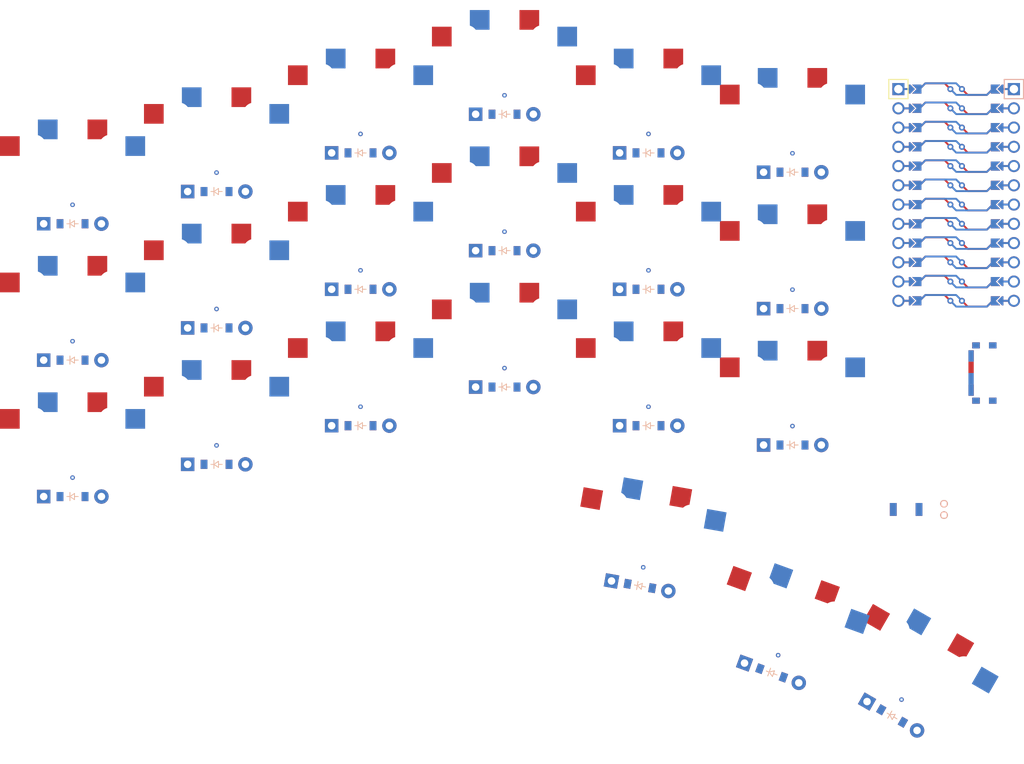
<source format=kicad_pcb>

            
(kicad_pcb (version 20171130) (host pcbnew 5.1.6)

  (page A3)
  (title_block
    (title polarBoard)
    (rev v1.0.0)
    (company Unknown)
  )

  (general
    (thickness 1.6)
  )

  (layers
    (0 F.Cu signal)
    (31 B.Cu signal)
    (32 B.Adhes user)
    (33 F.Adhes user)
    (34 B.Paste user)
    (35 F.Paste user)
    (36 B.SilkS user)
    (37 F.SilkS user)
    (38 B.Mask user)
    (39 F.Mask user)
    (40 Dwgs.User user)
    (41 Cmts.User user)
    (42 Eco1.User user)
    (43 Eco2.User user)
    (44 Edge.Cuts user)
    (45 Margin user)
    (46 B.CrtYd user)
    (47 F.CrtYd user)
    (48 B.Fab user)
    (49 F.Fab user)
  )

  (setup
    (last_trace_width 0.25)
    (trace_clearance 0.2)
    (zone_clearance 0.508)
    (zone_45_only no)
    (trace_min 0.2)
    (via_size 0.8)
    (via_drill 0.4)
    (via_min_size 0.4)
    (via_min_drill 0.3)
    (uvia_size 0.3)
    (uvia_drill 0.1)
    (uvias_allowed no)
    (uvia_min_size 0.2)
    (uvia_min_drill 0.1)
    (edge_width 0.05)
    (segment_width 0.2)
    (pcb_text_width 0.3)
    (pcb_text_size 1.5 1.5)
    (mod_edge_width 0.12)
    (mod_text_size 1 1)
    (mod_text_width 0.15)
    (pad_size 1.524 1.524)
    (pad_drill 0.762)
    (pad_to_mask_clearance 0.05)
    (aux_axis_origin 0 0)
    (visible_elements FFFFFF7F)
    (pcbplotparams
      (layerselection 0x010fc_ffffffff)
      (usegerberextensions false)
      (usegerberattributes true)
      (usegerberadvancedattributes true)
      (creategerberjobfile true)
      (excludeedgelayer true)
      (linewidth 0.100000)
      (plotframeref false)
      (viasonmask false)
      (mode 1)
      (useauxorigin false)
      (hpglpennumber 1)
      (hpglpenspeed 20)
      (hpglpendiameter 15.000000)
      (psnegative false)
      (psa4output false)
      (plotreference true)
      (plotvalue true)
      (plotinvisibletext false)
      (padsonsilk false)
      (subtractmaskfromsilk false)
      (outputformat 1)
      (mirror false)
      (drillshape 1)
      (scaleselection 1)
      (outputdirectory ""))
  )

            (net 0 "")
(net 1 "pinkyreach_bottom")
(net 2 "P21")
(net 3 "P5")
(net 4 "pinkyreach_home")
(net 5 "P4")
(net 6 "pinkyreach_top")
(net 7 "P3")
(net 8 "pinky_bottom")
(net 9 "P20")
(net 10 "pinky_home")
(net 11 "pinky_top")
(net 12 "ring_bottom")
(net 13 "P19")
(net 14 "ring_home")
(net 15 "ring_top")
(net 16 "middle_bottom")
(net 17 "P18")
(net 18 "middle_home")
(net 19 "middle_top")
(net 20 "index_bottom")
(net 21 "P15")
(net 22 "index_home")
(net 23 "index_top")
(net 24 "inner_bottom")
(net 25 "P14")
(net 26 "inner_home")
(net 27 "inner_top")
(net 28 "inner_default")
(net 29 "P6")
(net 30 "tucky_default")
(net 31 "reachy_default")
(net 32 "RAW")
(net 33 "GND")
(net 34 "RST")
(net 35 "VCC")
(net 36 "P16")
(net 37 "P10")
(net 38 "P1")
(net 39 "P0")
(net 40 "P2")
(net 41 "P7")
(net 42 "P8")
(net 43 "P9")
(net 44 "pos")
            
  (net_class Default "This is the default net class."
    (clearance 0.2)
    (trace_width 0.25)
    (via_dia 0.8)
    (via_drill 0.4)
    (uvia_dia 0.3)
    (uvia_drill 0.1)
    (add_net "")
(add_net "pinkyreach_bottom")
(add_net "P21")
(add_net "P5")
(add_net "pinkyreach_home")
(add_net "P4")
(add_net "pinkyreach_top")
(add_net "P3")
(add_net "pinky_bottom")
(add_net "P20")
(add_net "pinky_home")
(add_net "pinky_top")
(add_net "ring_bottom")
(add_net "P19")
(add_net "ring_home")
(add_net "ring_top")
(add_net "middle_bottom")
(add_net "P18")
(add_net "middle_home")
(add_net "middle_top")
(add_net "index_bottom")
(add_net "P15")
(add_net "index_home")
(add_net "index_top")
(add_net "inner_bottom")
(add_net "P14")
(add_net "inner_home")
(add_net "inner_top")
(add_net "inner_default")
(add_net "P6")
(add_net "tucky_default")
(add_net "reachy_default")
(add_net "RAW")
(add_net "GND")
(add_net "RST")
(add_net "VCC")
(add_net "P16")
(add_net "P10")
(add_net "P1")
(add_net "P0")
(add_net "P2")
(add_net "P7")
(add_net "P8")
(add_net "P9")
(add_net "pos")
  )

            
        
      (module PG1350 (layer F.Cu) (tedit 5DD50112)
      (at 0 0 0)

      
      (fp_text reference "S1" (at 0 0) (layer F.SilkS) hide (effects (font (size 1.27 1.27) (thickness 0.15))))
      (fp_text value "" (at 0 0) (layer F.SilkS) hide (effects (font (size 1.27 1.27) (thickness 0.15))))

      
      (fp_line (start -7 -6) (end -7 -7) (layer Dwgs.User) (width 0.15))
      (fp_line (start -7 7) (end -6 7) (layer Dwgs.User) (width 0.15))
      (fp_line (start -6 -7) (end -7 -7) (layer Dwgs.User) (width 0.15))
      (fp_line (start -7 7) (end -7 6) (layer Dwgs.User) (width 0.15))
      (fp_line (start 7 6) (end 7 7) (layer Dwgs.User) (width 0.15))
      (fp_line (start 7 -7) (end 6 -7) (layer Dwgs.User) (width 0.15))
      (fp_line (start 6 7) (end 7 7) (layer Dwgs.User) (width 0.15))
      (fp_line (start 7 -7) (end 7 -6) (layer Dwgs.User) (width 0.15))      
      
      
      (pad "" np_thru_hole circle (at 0 0) (size 3.429 3.429) (drill 3.429) (layers *.Cu *.Mask))
        
      
      (pad "" np_thru_hole circle (at 5.5 0) (size 1.7018 1.7018) (drill 1.7018) (layers *.Cu *.Mask))
      (pad "" np_thru_hole circle (at -5.5 0) (size 1.7018 1.7018) (drill 1.7018) (layers *.Cu *.Mask))
      
        
      
      (fp_line (start -9 -8.5) (end 9 -8.5) (layer Dwgs.User) (width 0.15))
      (fp_line (start 9 -8.5) (end 9 8.5) (layer Dwgs.User) (width 0.15))
      (fp_line (start 9 8.5) (end -9 8.5) (layer Dwgs.User) (width 0.15))
      (fp_line (start -9 8.5) (end -9 -8.5) (layer Dwgs.User) (width 0.15))
      
        
          
          (pad "" np_thru_hole circle (at 5 -3.75) (size 3 3) (drill 3) (layers *.Cu *.Mask))
          (pad "" np_thru_hole circle (at 0 -5.95) (size 3 3) (drill 3) (layers *.Cu *.Mask))
      
          
          (pad 1 smd rect (at -3.275 -5.95 0) (size 2.6 2.6) (layers B.Cu B.Paste B.Mask)  (net 1 "pinkyreach_bottom"))
          (pad 2 smd rect (at 8.275 -3.75 0) (size 2.6 2.6) (layers B.Cu B.Paste B.Mask)  (net 2 "P21"))
        
        
          
          (pad "" np_thru_hole circle (at -5 -3.75) (size 3 3) (drill 3) (layers *.Cu *.Mask))
          (pad "" np_thru_hole circle (at 0 -5.95) (size 3 3) (drill 3) (layers *.Cu *.Mask))
      
          
          (pad 1 smd rect (at 3.275 -5.95 0) (size 2.6 2.6) (layers F.Cu F.Paste F.Mask)  (net 1 "pinkyreach_bottom"))
          (pad 2 smd rect (at -8.275 -3.75 0) (size 2.6 2.6) (layers F.Cu F.Paste F.Mask)  (net 2 "P21"))
        )
        

  
    (module ComboDiode (layer F.Cu) (tedit 5B24D78E)


        (at 0 6.5 0)

        
        (fp_text reference "D1" (at 0 0) (layer F.SilkS) hide (effects (font (size 1.27 1.27) (thickness 0.15))))
        (fp_text value "" (at 0 0) (layer F.SilkS) hide (effects (font (size 1.27 1.27) (thickness 0.15))))
        
        
        (fp_line (start 0.25 0) (end 0.75 0) (layer F.SilkS) (width 0.1))
        (fp_line (start 0.25 0.4) (end -0.35 0) (layer F.SilkS) (width 0.1))
        (fp_line (start 0.25 -0.4) (end 0.25 0.4) (layer F.SilkS) (width 0.1))
        (fp_line (start -0.35 0) (end 0.25 -0.4) (layer F.SilkS) (width 0.1))
        (fp_line (start -0.35 0) (end -0.35 0.55) (layer F.SilkS) (width 0.1))
        (fp_line (start -0.35 0) (end -0.35 -0.55) (layer F.SilkS) (width 0.1))
        (fp_line (start -0.75 0) (end -0.35 0) (layer F.SilkS) (width 0.1))
        (fp_line (start 0.25 0) (end 0.75 0) (layer B.SilkS) (width 0.1))
        (fp_line (start 0.25 0.4) (end -0.35 0) (layer B.SilkS) (width 0.1))
        (fp_line (start 0.25 -0.4) (end 0.25 0.4) (layer B.SilkS) (width 0.1))
        (fp_line (start -0.35 0) (end 0.25 -0.4) (layer B.SilkS) (width 0.1))
        (fp_line (start -0.35 0) (end -0.35 0.55) (layer B.SilkS) (width 0.1))
        (fp_line (start -0.35 0) (end -0.35 -0.55) (layer B.SilkS) (width 0.1))
        (fp_line (start -0.75 0) (end -0.35 0) (layer B.SilkS) (width 0.1))
    
        
        (pad 1 smd rect (at -1.65 0 0) (size 0.9 1.2) (layers F.Cu F.Paste F.Mask) (net 3 "P5"))
        (pad 2 smd rect (at 1.65 0 0) (size 0.9 1.2) (layers B.Cu B.Paste B.Mask) (net 1 "pinkyreach_bottom"))
        (pad 1 smd rect (at -1.65 0 0) (size 0.9 1.2) (layers B.Cu B.Paste B.Mask) (net 3 "P5"))
        (pad 2 smd rect (at 1.65 0 0) (size 0.9 1.2) (layers F.Cu F.Paste F.Mask) (net 1 "pinkyreach_bottom"))
        
        
        (pad 1 thru_hole circle (at 3.81 0 0) (size 1.905 1.905) (drill 0.9906) (layers *.Cu *.Mask) (net 1 "pinkyreach_bottom"))
        (pad 2 thru_hole rect (at -3.81 0 0) (size 1.778 1.778) (drill 0.9906) (layers *.Cu *.Mask) (net 3 "P5"))
    )
  
    

      (module VIA-0.6mm (layer F.Cu) (tedit 591DBFB0)
      (at 0 4 0)   
      
      (fp_text reference REF** (at 0 1.4) (layer F.SilkS) hide (effects (font (size 1 1) (thickness 0.15))))
      (fp_text value VIA-0.6mm (at 0 -1.4) (layer F.Fab) hide (effects (font (size 1 1) (thickness 0.15))))

      
      (pad 1 thru_hole circle (at 0 0) (size 0.6 0.6) (drill 0.3) (layers *.Cu) (zone_connect 2) (net 2 "P21"))
      )
    

        
      (module PG1350 (layer F.Cu) (tedit 5DD50112)
      (at 0 -18 0)

      
      (fp_text reference "S2" (at 0 0) (layer F.SilkS) hide (effects (font (size 1.27 1.27) (thickness 0.15))))
      (fp_text value "" (at 0 0) (layer F.SilkS) hide (effects (font (size 1.27 1.27) (thickness 0.15))))

      
      (fp_line (start -7 -6) (end -7 -7) (layer Dwgs.User) (width 0.15))
      (fp_line (start -7 7) (end -6 7) (layer Dwgs.User) (width 0.15))
      (fp_line (start -6 -7) (end -7 -7) (layer Dwgs.User) (width 0.15))
      (fp_line (start -7 7) (end -7 6) (layer Dwgs.User) (width 0.15))
      (fp_line (start 7 6) (end 7 7) (layer Dwgs.User) (width 0.15))
      (fp_line (start 7 -7) (end 6 -7) (layer Dwgs.User) (width 0.15))
      (fp_line (start 6 7) (end 7 7) (layer Dwgs.User) (width 0.15))
      (fp_line (start 7 -7) (end 7 -6) (layer Dwgs.User) (width 0.15))      
      
      
      (pad "" np_thru_hole circle (at 0 0) (size 3.429 3.429) (drill 3.429) (layers *.Cu *.Mask))
        
      
      (pad "" np_thru_hole circle (at 5.5 0) (size 1.7018 1.7018) (drill 1.7018) (layers *.Cu *.Mask))
      (pad "" np_thru_hole circle (at -5.5 0) (size 1.7018 1.7018) (drill 1.7018) (layers *.Cu *.Mask))
      
        
      
      (fp_line (start -9 -8.5) (end 9 -8.5) (layer Dwgs.User) (width 0.15))
      (fp_line (start 9 -8.5) (end 9 8.5) (layer Dwgs.User) (width 0.15))
      (fp_line (start 9 8.5) (end -9 8.5) (layer Dwgs.User) (width 0.15))
      (fp_line (start -9 8.5) (end -9 -8.5) (layer Dwgs.User) (width 0.15))
      
        
          
          (pad "" np_thru_hole circle (at 5 -3.75) (size 3 3) (drill 3) (layers *.Cu *.Mask))
          (pad "" np_thru_hole circle (at 0 -5.95) (size 3 3) (drill 3) (layers *.Cu *.Mask))
      
          
          (pad 1 smd rect (at -3.275 -5.95 0) (size 2.6 2.6) (layers B.Cu B.Paste B.Mask)  (net 4 "pinkyreach_home"))
          (pad 2 smd rect (at 8.275 -3.75 0) (size 2.6 2.6) (layers B.Cu B.Paste B.Mask)  (net 2 "P21"))
        
        
          
          (pad "" np_thru_hole circle (at -5 -3.75) (size 3 3) (drill 3) (layers *.Cu *.Mask))
          (pad "" np_thru_hole circle (at 0 -5.95) (size 3 3) (drill 3) (layers *.Cu *.Mask))
      
          
          (pad 1 smd rect (at 3.275 -5.95 0) (size 2.6 2.6) (layers F.Cu F.Paste F.Mask)  (net 4 "pinkyreach_home"))
          (pad 2 smd rect (at -8.275 -3.75 0) (size 2.6 2.6) (layers F.Cu F.Paste F.Mask)  (net 2 "P21"))
        )
        

  
    (module ComboDiode (layer F.Cu) (tedit 5B24D78E)


        (at 0 -11.5 0)

        
        (fp_text reference "D2" (at 0 0) (layer F.SilkS) hide (effects (font (size 1.27 1.27) (thickness 0.15))))
        (fp_text value "" (at 0 0) (layer F.SilkS) hide (effects (font (size 1.27 1.27) (thickness 0.15))))
        
        
        (fp_line (start 0.25 0) (end 0.75 0) (layer F.SilkS) (width 0.1))
        (fp_line (start 0.25 0.4) (end -0.35 0) (layer F.SilkS) (width 0.1))
        (fp_line (start 0.25 -0.4) (end 0.25 0.4) (layer F.SilkS) (width 0.1))
        (fp_line (start -0.35 0) (end 0.25 -0.4) (layer F.SilkS) (width 0.1))
        (fp_line (start -0.35 0) (end -0.35 0.55) (layer F.SilkS) (width 0.1))
        (fp_line (start -0.35 0) (end -0.35 -0.55) (layer F.SilkS) (width 0.1))
        (fp_line (start -0.75 0) (end -0.35 0) (layer F.SilkS) (width 0.1))
        (fp_line (start 0.25 0) (end 0.75 0) (layer B.SilkS) (width 0.1))
        (fp_line (start 0.25 0.4) (end -0.35 0) (layer B.SilkS) (width 0.1))
        (fp_line (start 0.25 -0.4) (end 0.25 0.4) (layer B.SilkS) (width 0.1))
        (fp_line (start -0.35 0) (end 0.25 -0.4) (layer B.SilkS) (width 0.1))
        (fp_line (start -0.35 0) (end -0.35 0.55) (layer B.SilkS) (width 0.1))
        (fp_line (start -0.35 0) (end -0.35 -0.55) (layer B.SilkS) (width 0.1))
        (fp_line (start -0.75 0) (end -0.35 0) (layer B.SilkS) (width 0.1))
    
        
        (pad 1 smd rect (at -1.65 0 0) (size 0.9 1.2) (layers F.Cu F.Paste F.Mask) (net 5 "P4"))
        (pad 2 smd rect (at 1.65 0 0) (size 0.9 1.2) (layers B.Cu B.Paste B.Mask) (net 4 "pinkyreach_home"))
        (pad 1 smd rect (at -1.65 0 0) (size 0.9 1.2) (layers B.Cu B.Paste B.Mask) (net 5 "P4"))
        (pad 2 smd rect (at 1.65 0 0) (size 0.9 1.2) (layers F.Cu F.Paste F.Mask) (net 4 "pinkyreach_home"))
        
        
        (pad 1 thru_hole circle (at 3.81 0 0) (size 1.905 1.905) (drill 0.9906) (layers *.Cu *.Mask) (net 4 "pinkyreach_home"))
        (pad 2 thru_hole rect (at -3.81 0 0) (size 1.778 1.778) (drill 0.9906) (layers *.Cu *.Mask) (net 5 "P4"))
    )
  
    

      (module VIA-0.6mm (layer F.Cu) (tedit 591DBFB0)
      (at 0 -14 0)   
      
      (fp_text reference REF** (at 0 1.4) (layer F.SilkS) hide (effects (font (size 1 1) (thickness 0.15))))
      (fp_text value VIA-0.6mm (at 0 -1.4) (layer F.Fab) hide (effects (font (size 1 1) (thickness 0.15))))

      
      (pad 1 thru_hole circle (at 0 0) (size 0.6 0.6) (drill 0.3) (layers *.Cu) (zone_connect 2) (net 2 "P21"))
      )
    

        
      (module PG1350 (layer F.Cu) (tedit 5DD50112)
      (at 0 -36 0)

      
      (fp_text reference "S3" (at 0 0) (layer F.SilkS) hide (effects (font (size 1.27 1.27) (thickness 0.15))))
      (fp_text value "" (at 0 0) (layer F.SilkS) hide (effects (font (size 1.27 1.27) (thickness 0.15))))

      
      (fp_line (start -7 -6) (end -7 -7) (layer Dwgs.User) (width 0.15))
      (fp_line (start -7 7) (end -6 7) (layer Dwgs.User) (width 0.15))
      (fp_line (start -6 -7) (end -7 -7) (layer Dwgs.User) (width 0.15))
      (fp_line (start -7 7) (end -7 6) (layer Dwgs.User) (width 0.15))
      (fp_line (start 7 6) (end 7 7) (layer Dwgs.User) (width 0.15))
      (fp_line (start 7 -7) (end 6 -7) (layer Dwgs.User) (width 0.15))
      (fp_line (start 6 7) (end 7 7) (layer Dwgs.User) (width 0.15))
      (fp_line (start 7 -7) (end 7 -6) (layer Dwgs.User) (width 0.15))      
      
      
      (pad "" np_thru_hole circle (at 0 0) (size 3.429 3.429) (drill 3.429) (layers *.Cu *.Mask))
        
      
      (pad "" np_thru_hole circle (at 5.5 0) (size 1.7018 1.7018) (drill 1.7018) (layers *.Cu *.Mask))
      (pad "" np_thru_hole circle (at -5.5 0) (size 1.7018 1.7018) (drill 1.7018) (layers *.Cu *.Mask))
      
        
      
      (fp_line (start -9 -8.5) (end 9 -8.5) (layer Dwgs.User) (width 0.15))
      (fp_line (start 9 -8.5) (end 9 8.5) (layer Dwgs.User) (width 0.15))
      (fp_line (start 9 8.5) (end -9 8.5) (layer Dwgs.User) (width 0.15))
      (fp_line (start -9 8.5) (end -9 -8.5) (layer Dwgs.User) (width 0.15))
      
        
          
          (pad "" np_thru_hole circle (at 5 -3.75) (size 3 3) (drill 3) (layers *.Cu *.Mask))
          (pad "" np_thru_hole circle (at 0 -5.95) (size 3 3) (drill 3) (layers *.Cu *.Mask))
      
          
          (pad 1 smd rect (at -3.275 -5.95 0) (size 2.6 2.6) (layers B.Cu B.Paste B.Mask)  (net 6 "pinkyreach_top"))
          (pad 2 smd rect (at 8.275 -3.75 0) (size 2.6 2.6) (layers B.Cu B.Paste B.Mask)  (net 2 "P21"))
        
        
          
          (pad "" np_thru_hole circle (at -5 -3.75) (size 3 3) (drill 3) (layers *.Cu *.Mask))
          (pad "" np_thru_hole circle (at 0 -5.95) (size 3 3) (drill 3) (layers *.Cu *.Mask))
      
          
          (pad 1 smd rect (at 3.275 -5.95 0) (size 2.6 2.6) (layers F.Cu F.Paste F.Mask)  (net 6 "pinkyreach_top"))
          (pad 2 smd rect (at -8.275 -3.75 0) (size 2.6 2.6) (layers F.Cu F.Paste F.Mask)  (net 2 "P21"))
        )
        

  
    (module ComboDiode (layer F.Cu) (tedit 5B24D78E)


        (at 0 -29.5 0)

        
        (fp_text reference "D3" (at 0 0) (layer F.SilkS) hide (effects (font (size 1.27 1.27) (thickness 0.15))))
        (fp_text value "" (at 0 0) (layer F.SilkS) hide (effects (font (size 1.27 1.27) (thickness 0.15))))
        
        
        (fp_line (start 0.25 0) (end 0.75 0) (layer F.SilkS) (width 0.1))
        (fp_line (start 0.25 0.4) (end -0.35 0) (layer F.SilkS) (width 0.1))
        (fp_line (start 0.25 -0.4) (end 0.25 0.4) (layer F.SilkS) (width 0.1))
        (fp_line (start -0.35 0) (end 0.25 -0.4) (layer F.SilkS) (width 0.1))
        (fp_line (start -0.35 0) (end -0.35 0.55) (layer F.SilkS) (width 0.1))
        (fp_line (start -0.35 0) (end -0.35 -0.55) (layer F.SilkS) (width 0.1))
        (fp_line (start -0.75 0) (end -0.35 0) (layer F.SilkS) (width 0.1))
        (fp_line (start 0.25 0) (end 0.75 0) (layer B.SilkS) (width 0.1))
        (fp_line (start 0.25 0.4) (end -0.35 0) (layer B.SilkS) (width 0.1))
        (fp_line (start 0.25 -0.4) (end 0.25 0.4) (layer B.SilkS) (width 0.1))
        (fp_line (start -0.35 0) (end 0.25 -0.4) (layer B.SilkS) (width 0.1))
        (fp_line (start -0.35 0) (end -0.35 0.55) (layer B.SilkS) (width 0.1))
        (fp_line (start -0.35 0) (end -0.35 -0.55) (layer B.SilkS) (width 0.1))
        (fp_line (start -0.75 0) (end -0.35 0) (layer B.SilkS) (width 0.1))
    
        
        (pad 1 smd rect (at -1.65 0 0) (size 0.9 1.2) (layers F.Cu F.Paste F.Mask) (net 7 "P3"))
        (pad 2 smd rect (at 1.65 0 0) (size 0.9 1.2) (layers B.Cu B.Paste B.Mask) (net 6 "pinkyreach_top"))
        (pad 1 smd rect (at -1.65 0 0) (size 0.9 1.2) (layers B.Cu B.Paste B.Mask) (net 7 "P3"))
        (pad 2 smd rect (at 1.65 0 0) (size 0.9 1.2) (layers F.Cu F.Paste F.Mask) (net 6 "pinkyreach_top"))
        
        
        (pad 1 thru_hole circle (at 3.81 0 0) (size 1.905 1.905) (drill 0.9906) (layers *.Cu *.Mask) (net 6 "pinkyreach_top"))
        (pad 2 thru_hole rect (at -3.81 0 0) (size 1.778 1.778) (drill 0.9906) (layers *.Cu *.Mask) (net 7 "P3"))
    )
  
    

      (module VIA-0.6mm (layer F.Cu) (tedit 591DBFB0)
      (at 0 -32 0)   
      
      (fp_text reference REF** (at 0 1.4) (layer F.SilkS) hide (effects (font (size 1 1) (thickness 0.15))))
      (fp_text value VIA-0.6mm (at 0 -1.4) (layer F.Fab) hide (effects (font (size 1 1) (thickness 0.15))))

      
      (pad 1 thru_hole circle (at 0 0) (size 0.6 0.6) (drill 0.3) (layers *.Cu) (zone_connect 2) (net 2 "P21"))
      )
    

        
      (module PG1350 (layer F.Cu) (tedit 5DD50112)
      (at 19 -4.25 0)

      
      (fp_text reference "S4" (at 0 0) (layer F.SilkS) hide (effects (font (size 1.27 1.27) (thickness 0.15))))
      (fp_text value "" (at 0 0) (layer F.SilkS) hide (effects (font (size 1.27 1.27) (thickness 0.15))))

      
      (fp_line (start -7 -6) (end -7 -7) (layer Dwgs.User) (width 0.15))
      (fp_line (start -7 7) (end -6 7) (layer Dwgs.User) (width 0.15))
      (fp_line (start -6 -7) (end -7 -7) (layer Dwgs.User) (width 0.15))
      (fp_line (start -7 7) (end -7 6) (layer Dwgs.User) (width 0.15))
      (fp_line (start 7 6) (end 7 7) (layer Dwgs.User) (width 0.15))
      (fp_line (start 7 -7) (end 6 -7) (layer Dwgs.User) (width 0.15))
      (fp_line (start 6 7) (end 7 7) (layer Dwgs.User) (width 0.15))
      (fp_line (start 7 -7) (end 7 -6) (layer Dwgs.User) (width 0.15))      
      
      
      (pad "" np_thru_hole circle (at 0 0) (size 3.429 3.429) (drill 3.429) (layers *.Cu *.Mask))
        
      
      (pad "" np_thru_hole circle (at 5.5 0) (size 1.7018 1.7018) (drill 1.7018) (layers *.Cu *.Mask))
      (pad "" np_thru_hole circle (at -5.5 0) (size 1.7018 1.7018) (drill 1.7018) (layers *.Cu *.Mask))
      
        
      
      (fp_line (start -9 -8.5) (end 9 -8.5) (layer Dwgs.User) (width 0.15))
      (fp_line (start 9 -8.5) (end 9 8.5) (layer Dwgs.User) (width 0.15))
      (fp_line (start 9 8.5) (end -9 8.5) (layer Dwgs.User) (width 0.15))
      (fp_line (start -9 8.5) (end -9 -8.5) (layer Dwgs.User) (width 0.15))
      
        
          
          (pad "" np_thru_hole circle (at 5 -3.75) (size 3 3) (drill 3) (layers *.Cu *.Mask))
          (pad "" np_thru_hole circle (at 0 -5.95) (size 3 3) (drill 3) (layers *.Cu *.Mask))
      
          
          (pad 1 smd rect (at -3.275 -5.95 0) (size 2.6 2.6) (layers B.Cu B.Paste B.Mask)  (net 8 "pinky_bottom"))
          (pad 2 smd rect (at 8.275 -3.75 0) (size 2.6 2.6) (layers B.Cu B.Paste B.Mask)  (net 9 "P20"))
        
        
          
          (pad "" np_thru_hole circle (at -5 -3.75) (size 3 3) (drill 3) (layers *.Cu *.Mask))
          (pad "" np_thru_hole circle (at 0 -5.95) (size 3 3) (drill 3) (layers *.Cu *.Mask))
      
          
          (pad 1 smd rect (at 3.275 -5.95 0) (size 2.6 2.6) (layers F.Cu F.Paste F.Mask)  (net 8 "pinky_bottom"))
          (pad 2 smd rect (at -8.275 -3.75 0) (size 2.6 2.6) (layers F.Cu F.Paste F.Mask)  (net 9 "P20"))
        )
        

  
    (module ComboDiode (layer F.Cu) (tedit 5B24D78E)


        (at 19 2.25 0)

        
        (fp_text reference "D4" (at 0 0) (layer F.SilkS) hide (effects (font (size 1.27 1.27) (thickness 0.15))))
        (fp_text value "" (at 0 0) (layer F.SilkS) hide (effects (font (size 1.27 1.27) (thickness 0.15))))
        
        
        (fp_line (start 0.25 0) (end 0.75 0) (layer F.SilkS) (width 0.1))
        (fp_line (start 0.25 0.4) (end -0.35 0) (layer F.SilkS) (width 0.1))
        (fp_line (start 0.25 -0.4) (end 0.25 0.4) (layer F.SilkS) (width 0.1))
        (fp_line (start -0.35 0) (end 0.25 -0.4) (layer F.SilkS) (width 0.1))
        (fp_line (start -0.35 0) (end -0.35 0.55) (layer F.SilkS) (width 0.1))
        (fp_line (start -0.35 0) (end -0.35 -0.55) (layer F.SilkS) (width 0.1))
        (fp_line (start -0.75 0) (end -0.35 0) (layer F.SilkS) (width 0.1))
        (fp_line (start 0.25 0) (end 0.75 0) (layer B.SilkS) (width 0.1))
        (fp_line (start 0.25 0.4) (end -0.35 0) (layer B.SilkS) (width 0.1))
        (fp_line (start 0.25 -0.4) (end 0.25 0.4) (layer B.SilkS) (width 0.1))
        (fp_line (start -0.35 0) (end 0.25 -0.4) (layer B.SilkS) (width 0.1))
        (fp_line (start -0.35 0) (end -0.35 0.55) (layer B.SilkS) (width 0.1))
        (fp_line (start -0.35 0) (end -0.35 -0.55) (layer B.SilkS) (width 0.1))
        (fp_line (start -0.75 0) (end -0.35 0) (layer B.SilkS) (width 0.1))
    
        
        (pad 1 smd rect (at -1.65 0 0) (size 0.9 1.2) (layers F.Cu F.Paste F.Mask) (net 3 "P5"))
        (pad 2 smd rect (at 1.65 0 0) (size 0.9 1.2) (layers B.Cu B.Paste B.Mask) (net 8 "pinky_bottom"))
        (pad 1 smd rect (at -1.65 0 0) (size 0.9 1.2) (layers B.Cu B.Paste B.Mask) (net 3 "P5"))
        (pad 2 smd rect (at 1.65 0 0) (size 0.9 1.2) (layers F.Cu F.Paste F.Mask) (net 8 "pinky_bottom"))
        
        
        (pad 1 thru_hole circle (at 3.81 0 0) (size 1.905 1.905) (drill 0.9906) (layers *.Cu *.Mask) (net 8 "pinky_bottom"))
        (pad 2 thru_hole rect (at -3.81 0 0) (size 1.778 1.778) (drill 0.9906) (layers *.Cu *.Mask) (net 3 "P5"))
    )
  
    

      (module VIA-0.6mm (layer F.Cu) (tedit 591DBFB0)
      (at 19 -0.25 0)   
      
      (fp_text reference REF** (at 0 1.4) (layer F.SilkS) hide (effects (font (size 1 1) (thickness 0.15))))
      (fp_text value VIA-0.6mm (at 0 -1.4) (layer F.Fab) hide (effects (font (size 1 1) (thickness 0.15))))

      
      (pad 1 thru_hole circle (at 0 0) (size 0.6 0.6) (drill 0.3) (layers *.Cu) (zone_connect 2) (net 9 "P20"))
      )
    

        
      (module PG1350 (layer F.Cu) (tedit 5DD50112)
      (at 19 -22.25 0)

      
      (fp_text reference "S5" (at 0 0) (layer F.SilkS) hide (effects (font (size 1.27 1.27) (thickness 0.15))))
      (fp_text value "" (at 0 0) (layer F.SilkS) hide (effects (font (size 1.27 1.27) (thickness 0.15))))

      
      (fp_line (start -7 -6) (end -7 -7) (layer Dwgs.User) (width 0.15))
      (fp_line (start -7 7) (end -6 7) (layer Dwgs.User) (width 0.15))
      (fp_line (start -6 -7) (end -7 -7) (layer Dwgs.User) (width 0.15))
      (fp_line (start -7 7) (end -7 6) (layer Dwgs.User) (width 0.15))
      (fp_line (start 7 6) (end 7 7) (layer Dwgs.User) (width 0.15))
      (fp_line (start 7 -7) (end 6 -7) (layer Dwgs.User) (width 0.15))
      (fp_line (start 6 7) (end 7 7) (layer Dwgs.User) (width 0.15))
      (fp_line (start 7 -7) (end 7 -6) (layer Dwgs.User) (width 0.15))      
      
      
      (pad "" np_thru_hole circle (at 0 0) (size 3.429 3.429) (drill 3.429) (layers *.Cu *.Mask))
        
      
      (pad "" np_thru_hole circle (at 5.5 0) (size 1.7018 1.7018) (drill 1.7018) (layers *.Cu *.Mask))
      (pad "" np_thru_hole circle (at -5.5 0) (size 1.7018 1.7018) (drill 1.7018) (layers *.Cu *.Mask))
      
        
      
      (fp_line (start -9 -8.5) (end 9 -8.5) (layer Dwgs.User) (width 0.15))
      (fp_line (start 9 -8.5) (end 9 8.5) (layer Dwgs.User) (width 0.15))
      (fp_line (start 9 8.5) (end -9 8.5) (layer Dwgs.User) (width 0.15))
      (fp_line (start -9 8.5) (end -9 -8.5) (layer Dwgs.User) (width 0.15))
      
        
          
          (pad "" np_thru_hole circle (at 5 -3.75) (size 3 3) (drill 3) (layers *.Cu *.Mask))
          (pad "" np_thru_hole circle (at 0 -5.95) (size 3 3) (drill 3) (layers *.Cu *.Mask))
      
          
          (pad 1 smd rect (at -3.275 -5.95 0) (size 2.6 2.6) (layers B.Cu B.Paste B.Mask)  (net 10 "pinky_home"))
          (pad 2 smd rect (at 8.275 -3.75 0) (size 2.6 2.6) (layers B.Cu B.Paste B.Mask)  (net 9 "P20"))
        
        
          
          (pad "" np_thru_hole circle (at -5 -3.75) (size 3 3) (drill 3) (layers *.Cu *.Mask))
          (pad "" np_thru_hole circle (at 0 -5.95) (size 3 3) (drill 3) (layers *.Cu *.Mask))
      
          
          (pad 1 smd rect (at 3.275 -5.95 0) (size 2.6 2.6) (layers F.Cu F.Paste F.Mask)  (net 10 "pinky_home"))
          (pad 2 smd rect (at -8.275 -3.75 0) (size 2.6 2.6) (layers F.Cu F.Paste F.Mask)  (net 9 "P20"))
        )
        

  
    (module ComboDiode (layer F.Cu) (tedit 5B24D78E)


        (at 19 -15.75 0)

        
        (fp_text reference "D5" (at 0 0) (layer F.SilkS) hide (effects (font (size 1.27 1.27) (thickness 0.15))))
        (fp_text value "" (at 0 0) (layer F.SilkS) hide (effects (font (size 1.27 1.27) (thickness 0.15))))
        
        
        (fp_line (start 0.25 0) (end 0.75 0) (layer F.SilkS) (width 0.1))
        (fp_line (start 0.25 0.4) (end -0.35 0) (layer F.SilkS) (width 0.1))
        (fp_line (start 0.25 -0.4) (end 0.25 0.4) (layer F.SilkS) (width 0.1))
        (fp_line (start -0.35 0) (end 0.25 -0.4) (layer F.SilkS) (width 0.1))
        (fp_line (start -0.35 0) (end -0.35 0.55) (layer F.SilkS) (width 0.1))
        (fp_line (start -0.35 0) (end -0.35 -0.55) (layer F.SilkS) (width 0.1))
        (fp_line (start -0.75 0) (end -0.35 0) (layer F.SilkS) (width 0.1))
        (fp_line (start 0.25 0) (end 0.75 0) (layer B.SilkS) (width 0.1))
        (fp_line (start 0.25 0.4) (end -0.35 0) (layer B.SilkS) (width 0.1))
        (fp_line (start 0.25 -0.4) (end 0.25 0.4) (layer B.SilkS) (width 0.1))
        (fp_line (start -0.35 0) (end 0.25 -0.4) (layer B.SilkS) (width 0.1))
        (fp_line (start -0.35 0) (end -0.35 0.55) (layer B.SilkS) (width 0.1))
        (fp_line (start -0.35 0) (end -0.35 -0.55) (layer B.SilkS) (width 0.1))
        (fp_line (start -0.75 0) (end -0.35 0) (layer B.SilkS) (width 0.1))
    
        
        (pad 1 smd rect (at -1.65 0 0) (size 0.9 1.2) (layers F.Cu F.Paste F.Mask) (net 5 "P4"))
        (pad 2 smd rect (at 1.65 0 0) (size 0.9 1.2) (layers B.Cu B.Paste B.Mask) (net 10 "pinky_home"))
        (pad 1 smd rect (at -1.65 0 0) (size 0.9 1.2) (layers B.Cu B.Paste B.Mask) (net 5 "P4"))
        (pad 2 smd rect (at 1.65 0 0) (size 0.9 1.2) (layers F.Cu F.Paste F.Mask) (net 10 "pinky_home"))
        
        
        (pad 1 thru_hole circle (at 3.81 0 0) (size 1.905 1.905) (drill 0.9906) (layers *.Cu *.Mask) (net 10 "pinky_home"))
        (pad 2 thru_hole rect (at -3.81 0 0) (size 1.778 1.778) (drill 0.9906) (layers *.Cu *.Mask) (net 5 "P4"))
    )
  
    

      (module VIA-0.6mm (layer F.Cu) (tedit 591DBFB0)
      (at 19 -18.25 0)   
      
      (fp_text reference REF** (at 0 1.4) (layer F.SilkS) hide (effects (font (size 1 1) (thickness 0.15))))
      (fp_text value VIA-0.6mm (at 0 -1.4) (layer F.Fab) hide (effects (font (size 1 1) (thickness 0.15))))

      
      (pad 1 thru_hole circle (at 0 0) (size 0.6 0.6) (drill 0.3) (layers *.Cu) (zone_connect 2) (net 9 "P20"))
      )
    

        
      (module PG1350 (layer F.Cu) (tedit 5DD50112)
      (at 19 -40.25 0)

      
      (fp_text reference "S6" (at 0 0) (layer F.SilkS) hide (effects (font (size 1.27 1.27) (thickness 0.15))))
      (fp_text value "" (at 0 0) (layer F.SilkS) hide (effects (font (size 1.27 1.27) (thickness 0.15))))

      
      (fp_line (start -7 -6) (end -7 -7) (layer Dwgs.User) (width 0.15))
      (fp_line (start -7 7) (end -6 7) (layer Dwgs.User) (width 0.15))
      (fp_line (start -6 -7) (end -7 -7) (layer Dwgs.User) (width 0.15))
      (fp_line (start -7 7) (end -7 6) (layer Dwgs.User) (width 0.15))
      (fp_line (start 7 6) (end 7 7) (layer Dwgs.User) (width 0.15))
      (fp_line (start 7 -7) (end 6 -7) (layer Dwgs.User) (width 0.15))
      (fp_line (start 6 7) (end 7 7) (layer Dwgs.User) (width 0.15))
      (fp_line (start 7 -7) (end 7 -6) (layer Dwgs.User) (width 0.15))      
      
      
      (pad "" np_thru_hole circle (at 0 0) (size 3.429 3.429) (drill 3.429) (layers *.Cu *.Mask))
        
      
      (pad "" np_thru_hole circle (at 5.5 0) (size 1.7018 1.7018) (drill 1.7018) (layers *.Cu *.Mask))
      (pad "" np_thru_hole circle (at -5.5 0) (size 1.7018 1.7018) (drill 1.7018) (layers *.Cu *.Mask))
      
        
      
      (fp_line (start -9 -8.5) (end 9 -8.5) (layer Dwgs.User) (width 0.15))
      (fp_line (start 9 -8.5) (end 9 8.5) (layer Dwgs.User) (width 0.15))
      (fp_line (start 9 8.5) (end -9 8.5) (layer Dwgs.User) (width 0.15))
      (fp_line (start -9 8.5) (end -9 -8.5) (layer Dwgs.User) (width 0.15))
      
        
          
          (pad "" np_thru_hole circle (at 5 -3.75) (size 3 3) (drill 3) (layers *.Cu *.Mask))
          (pad "" np_thru_hole circle (at 0 -5.95) (size 3 3) (drill 3) (layers *.Cu *.Mask))
      
          
          (pad 1 smd rect (at -3.275 -5.95 0) (size 2.6 2.6) (layers B.Cu B.Paste B.Mask)  (net 11 "pinky_top"))
          (pad 2 smd rect (at 8.275 -3.75 0) (size 2.6 2.6) (layers B.Cu B.Paste B.Mask)  (net 9 "P20"))
        
        
          
          (pad "" np_thru_hole circle (at -5 -3.75) (size 3 3) (drill 3) (layers *.Cu *.Mask))
          (pad "" np_thru_hole circle (at 0 -5.95) (size 3 3) (drill 3) (layers *.Cu *.Mask))
      
          
          (pad 1 smd rect (at 3.275 -5.95 0) (size 2.6 2.6) (layers F.Cu F.Paste F.Mask)  (net 11 "pinky_top"))
          (pad 2 smd rect (at -8.275 -3.75 0) (size 2.6 2.6) (layers F.Cu F.Paste F.Mask)  (net 9 "P20"))
        )
        

  
    (module ComboDiode (layer F.Cu) (tedit 5B24D78E)


        (at 19 -33.75 0)

        
        (fp_text reference "D6" (at 0 0) (layer F.SilkS) hide (effects (font (size 1.27 1.27) (thickness 0.15))))
        (fp_text value "" (at 0 0) (layer F.SilkS) hide (effects (font (size 1.27 1.27) (thickness 0.15))))
        
        
        (fp_line (start 0.25 0) (end 0.75 0) (layer F.SilkS) (width 0.1))
        (fp_line (start 0.25 0.4) (end -0.35 0) (layer F.SilkS) (width 0.1))
        (fp_line (start 0.25 -0.4) (end 0.25 0.4) (layer F.SilkS) (width 0.1))
        (fp_line (start -0.35 0) (end 0.25 -0.4) (layer F.SilkS) (width 0.1))
        (fp_line (start -0.35 0) (end -0.35 0.55) (layer F.SilkS) (width 0.1))
        (fp_line (start -0.35 0) (end -0.35 -0.55) (layer F.SilkS) (width 0.1))
        (fp_line (start -0.75 0) (end -0.35 0) (layer F.SilkS) (width 0.1))
        (fp_line (start 0.25 0) (end 0.75 0) (layer B.SilkS) (width 0.1))
        (fp_line (start 0.25 0.4) (end -0.35 0) (layer B.SilkS) (width 0.1))
        (fp_line (start 0.25 -0.4) (end 0.25 0.4) (layer B.SilkS) (width 0.1))
        (fp_line (start -0.35 0) (end 0.25 -0.4) (layer B.SilkS) (width 0.1))
        (fp_line (start -0.35 0) (end -0.35 0.55) (layer B.SilkS) (width 0.1))
        (fp_line (start -0.35 0) (end -0.35 -0.55) (layer B.SilkS) (width 0.1))
        (fp_line (start -0.75 0) (end -0.35 0) (layer B.SilkS) (width 0.1))
    
        
        (pad 1 smd rect (at -1.65 0 0) (size 0.9 1.2) (layers F.Cu F.Paste F.Mask) (net 7 "P3"))
        (pad 2 smd rect (at 1.65 0 0) (size 0.9 1.2) (layers B.Cu B.Paste B.Mask) (net 11 "pinky_top"))
        (pad 1 smd rect (at -1.65 0 0) (size 0.9 1.2) (layers B.Cu B.Paste B.Mask) (net 7 "P3"))
        (pad 2 smd rect (at 1.65 0 0) (size 0.9 1.2) (layers F.Cu F.Paste F.Mask) (net 11 "pinky_top"))
        
        
        (pad 1 thru_hole circle (at 3.81 0 0) (size 1.905 1.905) (drill 0.9906) (layers *.Cu *.Mask) (net 11 "pinky_top"))
        (pad 2 thru_hole rect (at -3.81 0 0) (size 1.778 1.778) (drill 0.9906) (layers *.Cu *.Mask) (net 7 "P3"))
    )
  
    

      (module VIA-0.6mm (layer F.Cu) (tedit 591DBFB0)
      (at 19 -36.25 0)   
      
      (fp_text reference REF** (at 0 1.4) (layer F.SilkS) hide (effects (font (size 1 1) (thickness 0.15))))
      (fp_text value VIA-0.6mm (at 0 -1.4) (layer F.Fab) hide (effects (font (size 1 1) (thickness 0.15))))

      
      (pad 1 thru_hole circle (at 0 0) (size 0.6 0.6) (drill 0.3) (layers *.Cu) (zone_connect 2) (net 9 "P20"))
      )
    

        
      (module PG1350 (layer F.Cu) (tedit 5DD50112)
      (at 38 -9.35 0)

      
      (fp_text reference "S7" (at 0 0) (layer F.SilkS) hide (effects (font (size 1.27 1.27) (thickness 0.15))))
      (fp_text value "" (at 0 0) (layer F.SilkS) hide (effects (font (size 1.27 1.27) (thickness 0.15))))

      
      (fp_line (start -7 -6) (end -7 -7) (layer Dwgs.User) (width 0.15))
      (fp_line (start -7 7) (end -6 7) (layer Dwgs.User) (width 0.15))
      (fp_line (start -6 -7) (end -7 -7) (layer Dwgs.User) (width 0.15))
      (fp_line (start -7 7) (end -7 6) (layer Dwgs.User) (width 0.15))
      (fp_line (start 7 6) (end 7 7) (layer Dwgs.User) (width 0.15))
      (fp_line (start 7 -7) (end 6 -7) (layer Dwgs.User) (width 0.15))
      (fp_line (start 6 7) (end 7 7) (layer Dwgs.User) (width 0.15))
      (fp_line (start 7 -7) (end 7 -6) (layer Dwgs.User) (width 0.15))      
      
      
      (pad "" np_thru_hole circle (at 0 0) (size 3.429 3.429) (drill 3.429) (layers *.Cu *.Mask))
        
      
      (pad "" np_thru_hole circle (at 5.5 0) (size 1.7018 1.7018) (drill 1.7018) (layers *.Cu *.Mask))
      (pad "" np_thru_hole circle (at -5.5 0) (size 1.7018 1.7018) (drill 1.7018) (layers *.Cu *.Mask))
      
        
      
      (fp_line (start -9 -8.5) (end 9 -8.5) (layer Dwgs.User) (width 0.15))
      (fp_line (start 9 -8.5) (end 9 8.5) (layer Dwgs.User) (width 0.15))
      (fp_line (start 9 8.5) (end -9 8.5) (layer Dwgs.User) (width 0.15))
      (fp_line (start -9 8.5) (end -9 -8.5) (layer Dwgs.User) (width 0.15))
      
        
          
          (pad "" np_thru_hole circle (at 5 -3.75) (size 3 3) (drill 3) (layers *.Cu *.Mask))
          (pad "" np_thru_hole circle (at 0 -5.95) (size 3 3) (drill 3) (layers *.Cu *.Mask))
      
          
          (pad 1 smd rect (at -3.275 -5.95 0) (size 2.6 2.6) (layers B.Cu B.Paste B.Mask)  (net 12 "ring_bottom"))
          (pad 2 smd rect (at 8.275 -3.75 0) (size 2.6 2.6) (layers B.Cu B.Paste B.Mask)  (net 13 "P19"))
        
        
          
          (pad "" np_thru_hole circle (at -5 -3.75) (size 3 3) (drill 3) (layers *.Cu *.Mask))
          (pad "" np_thru_hole circle (at 0 -5.95) (size 3 3) (drill 3) (layers *.Cu *.Mask))
      
          
          (pad 1 smd rect (at 3.275 -5.95 0) (size 2.6 2.6) (layers F.Cu F.Paste F.Mask)  (net 12 "ring_bottom"))
          (pad 2 smd rect (at -8.275 -3.75 0) (size 2.6 2.6) (layers F.Cu F.Paste F.Mask)  (net 13 "P19"))
        )
        

  
    (module ComboDiode (layer F.Cu) (tedit 5B24D78E)


        (at 38 -2.8499999999999996 0)

        
        (fp_text reference "D7" (at 0 0) (layer F.SilkS) hide (effects (font (size 1.27 1.27) (thickness 0.15))))
        (fp_text value "" (at 0 0) (layer F.SilkS) hide (effects (font (size 1.27 1.27) (thickness 0.15))))
        
        
        (fp_line (start 0.25 0) (end 0.75 0) (layer F.SilkS) (width 0.1))
        (fp_line (start 0.25 0.4) (end -0.35 0) (layer F.SilkS) (width 0.1))
        (fp_line (start 0.25 -0.4) (end 0.25 0.4) (layer F.SilkS) (width 0.1))
        (fp_line (start -0.35 0) (end 0.25 -0.4) (layer F.SilkS) (width 0.1))
        (fp_line (start -0.35 0) (end -0.35 0.55) (layer F.SilkS) (width 0.1))
        (fp_line (start -0.35 0) (end -0.35 -0.55) (layer F.SilkS) (width 0.1))
        (fp_line (start -0.75 0) (end -0.35 0) (layer F.SilkS) (width 0.1))
        (fp_line (start 0.25 0) (end 0.75 0) (layer B.SilkS) (width 0.1))
        (fp_line (start 0.25 0.4) (end -0.35 0) (layer B.SilkS) (width 0.1))
        (fp_line (start 0.25 -0.4) (end 0.25 0.4) (layer B.SilkS) (width 0.1))
        (fp_line (start -0.35 0) (end 0.25 -0.4) (layer B.SilkS) (width 0.1))
        (fp_line (start -0.35 0) (end -0.35 0.55) (layer B.SilkS) (width 0.1))
        (fp_line (start -0.35 0) (end -0.35 -0.55) (layer B.SilkS) (width 0.1))
        (fp_line (start -0.75 0) (end -0.35 0) (layer B.SilkS) (width 0.1))
    
        
        (pad 1 smd rect (at -1.65 0 0) (size 0.9 1.2) (layers F.Cu F.Paste F.Mask) (net 3 "P5"))
        (pad 2 smd rect (at 1.65 0 0) (size 0.9 1.2) (layers B.Cu B.Paste B.Mask) (net 12 "ring_bottom"))
        (pad 1 smd rect (at -1.65 0 0) (size 0.9 1.2) (layers B.Cu B.Paste B.Mask) (net 3 "P5"))
        (pad 2 smd rect (at 1.65 0 0) (size 0.9 1.2) (layers F.Cu F.Paste F.Mask) (net 12 "ring_bottom"))
        
        
        (pad 1 thru_hole circle (at 3.81 0 0) (size 1.905 1.905) (drill 0.9906) (layers *.Cu *.Mask) (net 12 "ring_bottom"))
        (pad 2 thru_hole rect (at -3.81 0 0) (size 1.778 1.778) (drill 0.9906) (layers *.Cu *.Mask) (net 3 "P5"))
    )
  
    

      (module VIA-0.6mm (layer F.Cu) (tedit 591DBFB0)
      (at 38 -5.35 0)   
      
      (fp_text reference REF** (at 0 1.4) (layer F.SilkS) hide (effects (font (size 1 1) (thickness 0.15))))
      (fp_text value VIA-0.6mm (at 0 -1.4) (layer F.Fab) hide (effects (font (size 1 1) (thickness 0.15))))

      
      (pad 1 thru_hole circle (at 0 0) (size 0.6 0.6) (drill 0.3) (layers *.Cu) (zone_connect 2) (net 13 "P19"))
      )
    

        
      (module PG1350 (layer F.Cu) (tedit 5DD50112)
      (at 38 -27.35 0)

      
      (fp_text reference "S8" (at 0 0) (layer F.SilkS) hide (effects (font (size 1.27 1.27) (thickness 0.15))))
      (fp_text value "" (at 0 0) (layer F.SilkS) hide (effects (font (size 1.27 1.27) (thickness 0.15))))

      
      (fp_line (start -7 -6) (end -7 -7) (layer Dwgs.User) (width 0.15))
      (fp_line (start -7 7) (end -6 7) (layer Dwgs.User) (width 0.15))
      (fp_line (start -6 -7) (end -7 -7) (layer Dwgs.User) (width 0.15))
      (fp_line (start -7 7) (end -7 6) (layer Dwgs.User) (width 0.15))
      (fp_line (start 7 6) (end 7 7) (layer Dwgs.User) (width 0.15))
      (fp_line (start 7 -7) (end 6 -7) (layer Dwgs.User) (width 0.15))
      (fp_line (start 6 7) (end 7 7) (layer Dwgs.User) (width 0.15))
      (fp_line (start 7 -7) (end 7 -6) (layer Dwgs.User) (width 0.15))      
      
      
      (pad "" np_thru_hole circle (at 0 0) (size 3.429 3.429) (drill 3.429) (layers *.Cu *.Mask))
        
      
      (pad "" np_thru_hole circle (at 5.5 0) (size 1.7018 1.7018) (drill 1.7018) (layers *.Cu *.Mask))
      (pad "" np_thru_hole circle (at -5.5 0) (size 1.7018 1.7018) (drill 1.7018) (layers *.Cu *.Mask))
      
        
      
      (fp_line (start -9 -8.5) (end 9 -8.5) (layer Dwgs.User) (width 0.15))
      (fp_line (start 9 -8.5) (end 9 8.5) (layer Dwgs.User) (width 0.15))
      (fp_line (start 9 8.5) (end -9 8.5) (layer Dwgs.User) (width 0.15))
      (fp_line (start -9 8.5) (end -9 -8.5) (layer Dwgs.User) (width 0.15))
      
        
          
          (pad "" np_thru_hole circle (at 5 -3.75) (size 3 3) (drill 3) (layers *.Cu *.Mask))
          (pad "" np_thru_hole circle (at 0 -5.95) (size 3 3) (drill 3) (layers *.Cu *.Mask))
      
          
          (pad 1 smd rect (at -3.275 -5.95 0) (size 2.6 2.6) (layers B.Cu B.Paste B.Mask)  (net 14 "ring_home"))
          (pad 2 smd rect (at 8.275 -3.75 0) (size 2.6 2.6) (layers B.Cu B.Paste B.Mask)  (net 13 "P19"))
        
        
          
          (pad "" np_thru_hole circle (at -5 -3.75) (size 3 3) (drill 3) (layers *.Cu *.Mask))
          (pad "" np_thru_hole circle (at 0 -5.95) (size 3 3) (drill 3) (layers *.Cu *.Mask))
      
          
          (pad 1 smd rect (at 3.275 -5.95 0) (size 2.6 2.6) (layers F.Cu F.Paste F.Mask)  (net 14 "ring_home"))
          (pad 2 smd rect (at -8.275 -3.75 0) (size 2.6 2.6) (layers F.Cu F.Paste F.Mask)  (net 13 "P19"))
        )
        

  
    (module ComboDiode (layer F.Cu) (tedit 5B24D78E)


        (at 38 -20.85 0)

        
        (fp_text reference "D8" (at 0 0) (layer F.SilkS) hide (effects (font (size 1.27 1.27) (thickness 0.15))))
        (fp_text value "" (at 0 0) (layer F.SilkS) hide (effects (font (size 1.27 1.27) (thickness 0.15))))
        
        
        (fp_line (start 0.25 0) (end 0.75 0) (layer F.SilkS) (width 0.1))
        (fp_line (start 0.25 0.4) (end -0.35 0) (layer F.SilkS) (width 0.1))
        (fp_line (start 0.25 -0.4) (end 0.25 0.4) (layer F.SilkS) (width 0.1))
        (fp_line (start -0.35 0) (end 0.25 -0.4) (layer F.SilkS) (width 0.1))
        (fp_line (start -0.35 0) (end -0.35 0.55) (layer F.SilkS) (width 0.1))
        (fp_line (start -0.35 0) (end -0.35 -0.55) (layer F.SilkS) (width 0.1))
        (fp_line (start -0.75 0) (end -0.35 0) (layer F.SilkS) (width 0.1))
        (fp_line (start 0.25 0) (end 0.75 0) (layer B.SilkS) (width 0.1))
        (fp_line (start 0.25 0.4) (end -0.35 0) (layer B.SilkS) (width 0.1))
        (fp_line (start 0.25 -0.4) (end 0.25 0.4) (layer B.SilkS) (width 0.1))
        (fp_line (start -0.35 0) (end 0.25 -0.4) (layer B.SilkS) (width 0.1))
        (fp_line (start -0.35 0) (end -0.35 0.55) (layer B.SilkS) (width 0.1))
        (fp_line (start -0.35 0) (end -0.35 -0.55) (layer B.SilkS) (width 0.1))
        (fp_line (start -0.75 0) (end -0.35 0) (layer B.SilkS) (width 0.1))
    
        
        (pad 1 smd rect (at -1.65 0 0) (size 0.9 1.2) (layers F.Cu F.Paste F.Mask) (net 5 "P4"))
        (pad 2 smd rect (at 1.65 0 0) (size 0.9 1.2) (layers B.Cu B.Paste B.Mask) (net 14 "ring_home"))
        (pad 1 smd rect (at -1.65 0 0) (size 0.9 1.2) (layers B.Cu B.Paste B.Mask) (net 5 "P4"))
        (pad 2 smd rect (at 1.65 0 0) (size 0.9 1.2) (layers F.Cu F.Paste F.Mask) (net 14 "ring_home"))
        
        
        (pad 1 thru_hole circle (at 3.81 0 0) (size 1.905 1.905) (drill 0.9906) (layers *.Cu *.Mask) (net 14 "ring_home"))
        (pad 2 thru_hole rect (at -3.81 0 0) (size 1.778 1.778) (drill 0.9906) (layers *.Cu *.Mask) (net 5 "P4"))
    )
  
    

      (module VIA-0.6mm (layer F.Cu) (tedit 591DBFB0)
      (at 38 -23.35 0)   
      
      (fp_text reference REF** (at 0 1.4) (layer F.SilkS) hide (effects (font (size 1 1) (thickness 0.15))))
      (fp_text value VIA-0.6mm (at 0 -1.4) (layer F.Fab) hide (effects (font (size 1 1) (thickness 0.15))))

      
      (pad 1 thru_hole circle (at 0 0) (size 0.6 0.6) (drill 0.3) (layers *.Cu) (zone_connect 2) (net 13 "P19"))
      )
    

        
      (module PG1350 (layer F.Cu) (tedit 5DD50112)
      (at 38 -45.35 0)

      
      (fp_text reference "S9" (at 0 0) (layer F.SilkS) hide (effects (font (size 1.27 1.27) (thickness 0.15))))
      (fp_text value "" (at 0 0) (layer F.SilkS) hide (effects (font (size 1.27 1.27) (thickness 0.15))))

      
      (fp_line (start -7 -6) (end -7 -7) (layer Dwgs.User) (width 0.15))
      (fp_line (start -7 7) (end -6 7) (layer Dwgs.User) (width 0.15))
      (fp_line (start -6 -7) (end -7 -7) (layer Dwgs.User) (width 0.15))
      (fp_line (start -7 7) (end -7 6) (layer Dwgs.User) (width 0.15))
      (fp_line (start 7 6) (end 7 7) (layer Dwgs.User) (width 0.15))
      (fp_line (start 7 -7) (end 6 -7) (layer Dwgs.User) (width 0.15))
      (fp_line (start 6 7) (end 7 7) (layer Dwgs.User) (width 0.15))
      (fp_line (start 7 -7) (end 7 -6) (layer Dwgs.User) (width 0.15))      
      
      
      (pad "" np_thru_hole circle (at 0 0) (size 3.429 3.429) (drill 3.429) (layers *.Cu *.Mask))
        
      
      (pad "" np_thru_hole circle (at 5.5 0) (size 1.7018 1.7018) (drill 1.7018) (layers *.Cu *.Mask))
      (pad "" np_thru_hole circle (at -5.5 0) (size 1.7018 1.7018) (drill 1.7018) (layers *.Cu *.Mask))
      
        
      
      (fp_line (start -9 -8.5) (end 9 -8.5) (layer Dwgs.User) (width 0.15))
      (fp_line (start 9 -8.5) (end 9 8.5) (layer Dwgs.User) (width 0.15))
      (fp_line (start 9 8.5) (end -9 8.5) (layer Dwgs.User) (width 0.15))
      (fp_line (start -9 8.5) (end -9 -8.5) (layer Dwgs.User) (width 0.15))
      
        
          
          (pad "" np_thru_hole circle (at 5 -3.75) (size 3 3) (drill 3) (layers *.Cu *.Mask))
          (pad "" np_thru_hole circle (at 0 -5.95) (size 3 3) (drill 3) (layers *.Cu *.Mask))
      
          
          (pad 1 smd rect (at -3.275 -5.95 0) (size 2.6 2.6) (layers B.Cu B.Paste B.Mask)  (net 15 "ring_top"))
          (pad 2 smd rect (at 8.275 -3.75 0) (size 2.6 2.6) (layers B.Cu B.Paste B.Mask)  (net 13 "P19"))
        
        
          
          (pad "" np_thru_hole circle (at -5 -3.75) (size 3 3) (drill 3) (layers *.Cu *.Mask))
          (pad "" np_thru_hole circle (at 0 -5.95) (size 3 3) (drill 3) (layers *.Cu *.Mask))
      
          
          (pad 1 smd rect (at 3.275 -5.95 0) (size 2.6 2.6) (layers F.Cu F.Paste F.Mask)  (net 15 "ring_top"))
          (pad 2 smd rect (at -8.275 -3.75 0) (size 2.6 2.6) (layers F.Cu F.Paste F.Mask)  (net 13 "P19"))
        )
        

  
    (module ComboDiode (layer F.Cu) (tedit 5B24D78E)


        (at 38 -38.85 0)

        
        (fp_text reference "D9" (at 0 0) (layer F.SilkS) hide (effects (font (size 1.27 1.27) (thickness 0.15))))
        (fp_text value "" (at 0 0) (layer F.SilkS) hide (effects (font (size 1.27 1.27) (thickness 0.15))))
        
        
        (fp_line (start 0.25 0) (end 0.75 0) (layer F.SilkS) (width 0.1))
        (fp_line (start 0.25 0.4) (end -0.35 0) (layer F.SilkS) (width 0.1))
        (fp_line (start 0.25 -0.4) (end 0.25 0.4) (layer F.SilkS) (width 0.1))
        (fp_line (start -0.35 0) (end 0.25 -0.4) (layer F.SilkS) (width 0.1))
        (fp_line (start -0.35 0) (end -0.35 0.55) (layer F.SilkS) (width 0.1))
        (fp_line (start -0.35 0) (end -0.35 -0.55) (layer F.SilkS) (width 0.1))
        (fp_line (start -0.75 0) (end -0.35 0) (layer F.SilkS) (width 0.1))
        (fp_line (start 0.25 0) (end 0.75 0) (layer B.SilkS) (width 0.1))
        (fp_line (start 0.25 0.4) (end -0.35 0) (layer B.SilkS) (width 0.1))
        (fp_line (start 0.25 -0.4) (end 0.25 0.4) (layer B.SilkS) (width 0.1))
        (fp_line (start -0.35 0) (end 0.25 -0.4) (layer B.SilkS) (width 0.1))
        (fp_line (start -0.35 0) (end -0.35 0.55) (layer B.SilkS) (width 0.1))
        (fp_line (start -0.35 0) (end -0.35 -0.55) (layer B.SilkS) (width 0.1))
        (fp_line (start -0.75 0) (end -0.35 0) (layer B.SilkS) (width 0.1))
    
        
        (pad 1 smd rect (at -1.65 0 0) (size 0.9 1.2) (layers F.Cu F.Paste F.Mask) (net 7 "P3"))
        (pad 2 smd rect (at 1.65 0 0) (size 0.9 1.2) (layers B.Cu B.Paste B.Mask) (net 15 "ring_top"))
        (pad 1 smd rect (at -1.65 0 0) (size 0.9 1.2) (layers B.Cu B.Paste B.Mask) (net 7 "P3"))
        (pad 2 smd rect (at 1.65 0 0) (size 0.9 1.2) (layers F.Cu F.Paste F.Mask) (net 15 "ring_top"))
        
        
        (pad 1 thru_hole circle (at 3.81 0 0) (size 1.905 1.905) (drill 0.9906) (layers *.Cu *.Mask) (net 15 "ring_top"))
        (pad 2 thru_hole rect (at -3.81 0 0) (size 1.778 1.778) (drill 0.9906) (layers *.Cu *.Mask) (net 7 "P3"))
    )
  
    

      (module VIA-0.6mm (layer F.Cu) (tedit 591DBFB0)
      (at 38 -41.35 0)   
      
      (fp_text reference REF** (at 0 1.4) (layer F.SilkS) hide (effects (font (size 1 1) (thickness 0.15))))
      (fp_text value VIA-0.6mm (at 0 -1.4) (layer F.Fab) hide (effects (font (size 1 1) (thickness 0.15))))

      
      (pad 1 thru_hole circle (at 0 0) (size 0.6 0.6) (drill 0.3) (layers *.Cu) (zone_connect 2) (net 13 "P19"))
      )
    

        
      (module PG1350 (layer F.Cu) (tedit 5DD50112)
      (at 57 -14.45 0)

      
      (fp_text reference "S10" (at 0 0) (layer F.SilkS) hide (effects (font (size 1.27 1.27) (thickness 0.15))))
      (fp_text value "" (at 0 0) (layer F.SilkS) hide (effects (font (size 1.27 1.27) (thickness 0.15))))

      
      (fp_line (start -7 -6) (end -7 -7) (layer Dwgs.User) (width 0.15))
      (fp_line (start -7 7) (end -6 7) (layer Dwgs.User) (width 0.15))
      (fp_line (start -6 -7) (end -7 -7) (layer Dwgs.User) (width 0.15))
      (fp_line (start -7 7) (end -7 6) (layer Dwgs.User) (width 0.15))
      (fp_line (start 7 6) (end 7 7) (layer Dwgs.User) (width 0.15))
      (fp_line (start 7 -7) (end 6 -7) (layer Dwgs.User) (width 0.15))
      (fp_line (start 6 7) (end 7 7) (layer Dwgs.User) (width 0.15))
      (fp_line (start 7 -7) (end 7 -6) (layer Dwgs.User) (width 0.15))      
      
      
      (pad "" np_thru_hole circle (at 0 0) (size 3.429 3.429) (drill 3.429) (layers *.Cu *.Mask))
        
      
      (pad "" np_thru_hole circle (at 5.5 0) (size 1.7018 1.7018) (drill 1.7018) (layers *.Cu *.Mask))
      (pad "" np_thru_hole circle (at -5.5 0) (size 1.7018 1.7018) (drill 1.7018) (layers *.Cu *.Mask))
      
        
      
      (fp_line (start -9 -8.5) (end 9 -8.5) (layer Dwgs.User) (width 0.15))
      (fp_line (start 9 -8.5) (end 9 8.5) (layer Dwgs.User) (width 0.15))
      (fp_line (start 9 8.5) (end -9 8.5) (layer Dwgs.User) (width 0.15))
      (fp_line (start -9 8.5) (end -9 -8.5) (layer Dwgs.User) (width 0.15))
      
        
          
          (pad "" np_thru_hole circle (at 5 -3.75) (size 3 3) (drill 3) (layers *.Cu *.Mask))
          (pad "" np_thru_hole circle (at 0 -5.95) (size 3 3) (drill 3) (layers *.Cu *.Mask))
      
          
          (pad 1 smd rect (at -3.275 -5.95 0) (size 2.6 2.6) (layers B.Cu B.Paste B.Mask)  (net 16 "middle_bottom"))
          (pad 2 smd rect (at 8.275 -3.75 0) (size 2.6 2.6) (layers B.Cu B.Paste B.Mask)  (net 17 "P18"))
        
        
          
          (pad "" np_thru_hole circle (at -5 -3.75) (size 3 3) (drill 3) (layers *.Cu *.Mask))
          (pad "" np_thru_hole circle (at 0 -5.95) (size 3 3) (drill 3) (layers *.Cu *.Mask))
      
          
          (pad 1 smd rect (at 3.275 -5.95 0) (size 2.6 2.6) (layers F.Cu F.Paste F.Mask)  (net 16 "middle_bottom"))
          (pad 2 smd rect (at -8.275 -3.75 0) (size 2.6 2.6) (layers F.Cu F.Paste F.Mask)  (net 17 "P18"))
        )
        

  
    (module ComboDiode (layer F.Cu) (tedit 5B24D78E)


        (at 57 -7.949999999999999 0)

        
        (fp_text reference "D10" (at 0 0) (layer F.SilkS) hide (effects (font (size 1.27 1.27) (thickness 0.15))))
        (fp_text value "" (at 0 0) (layer F.SilkS) hide (effects (font (size 1.27 1.27) (thickness 0.15))))
        
        
        (fp_line (start 0.25 0) (end 0.75 0) (layer F.SilkS) (width 0.1))
        (fp_line (start 0.25 0.4) (end -0.35 0) (layer F.SilkS) (width 0.1))
        (fp_line (start 0.25 -0.4) (end 0.25 0.4) (layer F.SilkS) (width 0.1))
        (fp_line (start -0.35 0) (end 0.25 -0.4) (layer F.SilkS) (width 0.1))
        (fp_line (start -0.35 0) (end -0.35 0.55) (layer F.SilkS) (width 0.1))
        (fp_line (start -0.35 0) (end -0.35 -0.55) (layer F.SilkS) (width 0.1))
        (fp_line (start -0.75 0) (end -0.35 0) (layer F.SilkS) (width 0.1))
        (fp_line (start 0.25 0) (end 0.75 0) (layer B.SilkS) (width 0.1))
        (fp_line (start 0.25 0.4) (end -0.35 0) (layer B.SilkS) (width 0.1))
        (fp_line (start 0.25 -0.4) (end 0.25 0.4) (layer B.SilkS) (width 0.1))
        (fp_line (start -0.35 0) (end 0.25 -0.4) (layer B.SilkS) (width 0.1))
        (fp_line (start -0.35 0) (end -0.35 0.55) (layer B.SilkS) (width 0.1))
        (fp_line (start -0.35 0) (end -0.35 -0.55) (layer B.SilkS) (width 0.1))
        (fp_line (start -0.75 0) (end -0.35 0) (layer B.SilkS) (width 0.1))
    
        
        (pad 1 smd rect (at -1.65 0 0) (size 0.9 1.2) (layers F.Cu F.Paste F.Mask) (net 3 "P5"))
        (pad 2 smd rect (at 1.65 0 0) (size 0.9 1.2) (layers B.Cu B.Paste B.Mask) (net 16 "middle_bottom"))
        (pad 1 smd rect (at -1.65 0 0) (size 0.9 1.2) (layers B.Cu B.Paste B.Mask) (net 3 "P5"))
        (pad 2 smd rect (at 1.65 0 0) (size 0.9 1.2) (layers F.Cu F.Paste F.Mask) (net 16 "middle_bottom"))
        
        
        (pad 1 thru_hole circle (at 3.81 0 0) (size 1.905 1.905) (drill 0.9906) (layers *.Cu *.Mask) (net 16 "middle_bottom"))
        (pad 2 thru_hole rect (at -3.81 0 0) (size 1.778 1.778) (drill 0.9906) (layers *.Cu *.Mask) (net 3 "P5"))
    )
  
    

      (module VIA-0.6mm (layer F.Cu) (tedit 591DBFB0)
      (at 57 -10.45 0)   
      
      (fp_text reference REF** (at 0 1.4) (layer F.SilkS) hide (effects (font (size 1 1) (thickness 0.15))))
      (fp_text value VIA-0.6mm (at 0 -1.4) (layer F.Fab) hide (effects (font (size 1 1) (thickness 0.15))))

      
      (pad 1 thru_hole circle (at 0 0) (size 0.6 0.6) (drill 0.3) (layers *.Cu) (zone_connect 2) (net 17 "P18"))
      )
    

        
      (module PG1350 (layer F.Cu) (tedit 5DD50112)
      (at 57 -32.45 0)

      
      (fp_text reference "S11" (at 0 0) (layer F.SilkS) hide (effects (font (size 1.27 1.27) (thickness 0.15))))
      (fp_text value "" (at 0 0) (layer F.SilkS) hide (effects (font (size 1.27 1.27) (thickness 0.15))))

      
      (fp_line (start -7 -6) (end -7 -7) (layer Dwgs.User) (width 0.15))
      (fp_line (start -7 7) (end -6 7) (layer Dwgs.User) (width 0.15))
      (fp_line (start -6 -7) (end -7 -7) (layer Dwgs.User) (width 0.15))
      (fp_line (start -7 7) (end -7 6) (layer Dwgs.User) (width 0.15))
      (fp_line (start 7 6) (end 7 7) (layer Dwgs.User) (width 0.15))
      (fp_line (start 7 -7) (end 6 -7) (layer Dwgs.User) (width 0.15))
      (fp_line (start 6 7) (end 7 7) (layer Dwgs.User) (width 0.15))
      (fp_line (start 7 -7) (end 7 -6) (layer Dwgs.User) (width 0.15))      
      
      
      (pad "" np_thru_hole circle (at 0 0) (size 3.429 3.429) (drill 3.429) (layers *.Cu *.Mask))
        
      
      (pad "" np_thru_hole circle (at 5.5 0) (size 1.7018 1.7018) (drill 1.7018) (layers *.Cu *.Mask))
      (pad "" np_thru_hole circle (at -5.5 0) (size 1.7018 1.7018) (drill 1.7018) (layers *.Cu *.Mask))
      
        
      
      (fp_line (start -9 -8.5) (end 9 -8.5) (layer Dwgs.User) (width 0.15))
      (fp_line (start 9 -8.5) (end 9 8.5) (layer Dwgs.User) (width 0.15))
      (fp_line (start 9 8.5) (end -9 8.5) (layer Dwgs.User) (width 0.15))
      (fp_line (start -9 8.5) (end -9 -8.5) (layer Dwgs.User) (width 0.15))
      
        
          
          (pad "" np_thru_hole circle (at 5 -3.75) (size 3 3) (drill 3) (layers *.Cu *.Mask))
          (pad "" np_thru_hole circle (at 0 -5.95) (size 3 3) (drill 3) (layers *.Cu *.Mask))
      
          
          (pad 1 smd rect (at -3.275 -5.95 0) (size 2.6 2.6) (layers B.Cu B.Paste B.Mask)  (net 18 "middle_home"))
          (pad 2 smd rect (at 8.275 -3.75 0) (size 2.6 2.6) (layers B.Cu B.Paste B.Mask)  (net 17 "P18"))
        
        
          
          (pad "" np_thru_hole circle (at -5 -3.75) (size 3 3) (drill 3) (layers *.Cu *.Mask))
          (pad "" np_thru_hole circle (at 0 -5.95) (size 3 3) (drill 3) (layers *.Cu *.Mask))
      
          
          (pad 1 smd rect (at 3.275 -5.95 0) (size 2.6 2.6) (layers F.Cu F.Paste F.Mask)  (net 18 "middle_home"))
          (pad 2 smd rect (at -8.275 -3.75 0) (size 2.6 2.6) (layers F.Cu F.Paste F.Mask)  (net 17 "P18"))
        )
        

  
    (module ComboDiode (layer F.Cu) (tedit 5B24D78E)


        (at 57 -25.950000000000003 0)

        
        (fp_text reference "D11" (at 0 0) (layer F.SilkS) hide (effects (font (size 1.27 1.27) (thickness 0.15))))
        (fp_text value "" (at 0 0) (layer F.SilkS) hide (effects (font (size 1.27 1.27) (thickness 0.15))))
        
        
        (fp_line (start 0.25 0) (end 0.75 0) (layer F.SilkS) (width 0.1))
        (fp_line (start 0.25 0.4) (end -0.35 0) (layer F.SilkS) (width 0.1))
        (fp_line (start 0.25 -0.4) (end 0.25 0.4) (layer F.SilkS) (width 0.1))
        (fp_line (start -0.35 0) (end 0.25 -0.4) (layer F.SilkS) (width 0.1))
        (fp_line (start -0.35 0) (end -0.35 0.55) (layer F.SilkS) (width 0.1))
        (fp_line (start -0.35 0) (end -0.35 -0.55) (layer F.SilkS) (width 0.1))
        (fp_line (start -0.75 0) (end -0.35 0) (layer F.SilkS) (width 0.1))
        (fp_line (start 0.25 0) (end 0.75 0) (layer B.SilkS) (width 0.1))
        (fp_line (start 0.25 0.4) (end -0.35 0) (layer B.SilkS) (width 0.1))
        (fp_line (start 0.25 -0.4) (end 0.25 0.4) (layer B.SilkS) (width 0.1))
        (fp_line (start -0.35 0) (end 0.25 -0.4) (layer B.SilkS) (width 0.1))
        (fp_line (start -0.35 0) (end -0.35 0.55) (layer B.SilkS) (width 0.1))
        (fp_line (start -0.35 0) (end -0.35 -0.55) (layer B.SilkS) (width 0.1))
        (fp_line (start -0.75 0) (end -0.35 0) (layer B.SilkS) (width 0.1))
    
        
        (pad 1 smd rect (at -1.65 0 0) (size 0.9 1.2) (layers F.Cu F.Paste F.Mask) (net 5 "P4"))
        (pad 2 smd rect (at 1.65 0 0) (size 0.9 1.2) (layers B.Cu B.Paste B.Mask) (net 18 "middle_home"))
        (pad 1 smd rect (at -1.65 0 0) (size 0.9 1.2) (layers B.Cu B.Paste B.Mask) (net 5 "P4"))
        (pad 2 smd rect (at 1.65 0 0) (size 0.9 1.2) (layers F.Cu F.Paste F.Mask) (net 18 "middle_home"))
        
        
        (pad 1 thru_hole circle (at 3.81 0 0) (size 1.905 1.905) (drill 0.9906) (layers *.Cu *.Mask) (net 18 "middle_home"))
        (pad 2 thru_hole rect (at -3.81 0 0) (size 1.778 1.778) (drill 0.9906) (layers *.Cu *.Mask) (net 5 "P4"))
    )
  
    

      (module VIA-0.6mm (layer F.Cu) (tedit 591DBFB0)
      (at 57 -28.450000000000003 0)   
      
      (fp_text reference REF** (at 0 1.4) (layer F.SilkS) hide (effects (font (size 1 1) (thickness 0.15))))
      (fp_text value VIA-0.6mm (at 0 -1.4) (layer F.Fab) hide (effects (font (size 1 1) (thickness 0.15))))

      
      (pad 1 thru_hole circle (at 0 0) (size 0.6 0.6) (drill 0.3) (layers *.Cu) (zone_connect 2) (net 17 "P18"))
      )
    

        
      (module PG1350 (layer F.Cu) (tedit 5DD50112)
      (at 57 -50.45 0)

      
      (fp_text reference "S12" (at 0 0) (layer F.SilkS) hide (effects (font (size 1.27 1.27) (thickness 0.15))))
      (fp_text value "" (at 0 0) (layer F.SilkS) hide (effects (font (size 1.27 1.27) (thickness 0.15))))

      
      (fp_line (start -7 -6) (end -7 -7) (layer Dwgs.User) (width 0.15))
      (fp_line (start -7 7) (end -6 7) (layer Dwgs.User) (width 0.15))
      (fp_line (start -6 -7) (end -7 -7) (layer Dwgs.User) (width 0.15))
      (fp_line (start -7 7) (end -7 6) (layer Dwgs.User) (width 0.15))
      (fp_line (start 7 6) (end 7 7) (layer Dwgs.User) (width 0.15))
      (fp_line (start 7 -7) (end 6 -7) (layer Dwgs.User) (width 0.15))
      (fp_line (start 6 7) (end 7 7) (layer Dwgs.User) (width 0.15))
      (fp_line (start 7 -7) (end 7 -6) (layer Dwgs.User) (width 0.15))      
      
      
      (pad "" np_thru_hole circle (at 0 0) (size 3.429 3.429) (drill 3.429) (layers *.Cu *.Mask))
        
      
      (pad "" np_thru_hole circle (at 5.5 0) (size 1.7018 1.7018) (drill 1.7018) (layers *.Cu *.Mask))
      (pad "" np_thru_hole circle (at -5.5 0) (size 1.7018 1.7018) (drill 1.7018) (layers *.Cu *.Mask))
      
        
      
      (fp_line (start -9 -8.5) (end 9 -8.5) (layer Dwgs.User) (width 0.15))
      (fp_line (start 9 -8.5) (end 9 8.5) (layer Dwgs.User) (width 0.15))
      (fp_line (start 9 8.5) (end -9 8.5) (layer Dwgs.User) (width 0.15))
      (fp_line (start -9 8.5) (end -9 -8.5) (layer Dwgs.User) (width 0.15))
      
        
          
          (pad "" np_thru_hole circle (at 5 -3.75) (size 3 3) (drill 3) (layers *.Cu *.Mask))
          (pad "" np_thru_hole circle (at 0 -5.95) (size 3 3) (drill 3) (layers *.Cu *.Mask))
      
          
          (pad 1 smd rect (at -3.275 -5.95 0) (size 2.6 2.6) (layers B.Cu B.Paste B.Mask)  (net 19 "middle_top"))
          (pad 2 smd rect (at 8.275 -3.75 0) (size 2.6 2.6) (layers B.Cu B.Paste B.Mask)  (net 17 "P18"))
        
        
          
          (pad "" np_thru_hole circle (at -5 -3.75) (size 3 3) (drill 3) (layers *.Cu *.Mask))
          (pad "" np_thru_hole circle (at 0 -5.95) (size 3 3) (drill 3) (layers *.Cu *.Mask))
      
          
          (pad 1 smd rect (at 3.275 -5.95 0) (size 2.6 2.6) (layers F.Cu F.Paste F.Mask)  (net 19 "middle_top"))
          (pad 2 smd rect (at -8.275 -3.75 0) (size 2.6 2.6) (layers F.Cu F.Paste F.Mask)  (net 17 "P18"))
        )
        

  
    (module ComboDiode (layer F.Cu) (tedit 5B24D78E)


        (at 57 -43.95 0)

        
        (fp_text reference "D12" (at 0 0) (layer F.SilkS) hide (effects (font (size 1.27 1.27) (thickness 0.15))))
        (fp_text value "" (at 0 0) (layer F.SilkS) hide (effects (font (size 1.27 1.27) (thickness 0.15))))
        
        
        (fp_line (start 0.25 0) (end 0.75 0) (layer F.SilkS) (width 0.1))
        (fp_line (start 0.25 0.4) (end -0.35 0) (layer F.SilkS) (width 0.1))
        (fp_line (start 0.25 -0.4) (end 0.25 0.4) (layer F.SilkS) (width 0.1))
        (fp_line (start -0.35 0) (end 0.25 -0.4) (layer F.SilkS) (width 0.1))
        (fp_line (start -0.35 0) (end -0.35 0.55) (layer F.SilkS) (width 0.1))
        (fp_line (start -0.35 0) (end -0.35 -0.55) (layer F.SilkS) (width 0.1))
        (fp_line (start -0.75 0) (end -0.35 0) (layer F.SilkS) (width 0.1))
        (fp_line (start 0.25 0) (end 0.75 0) (layer B.SilkS) (width 0.1))
        (fp_line (start 0.25 0.4) (end -0.35 0) (layer B.SilkS) (width 0.1))
        (fp_line (start 0.25 -0.4) (end 0.25 0.4) (layer B.SilkS) (width 0.1))
        (fp_line (start -0.35 0) (end 0.25 -0.4) (layer B.SilkS) (width 0.1))
        (fp_line (start -0.35 0) (end -0.35 0.55) (layer B.SilkS) (width 0.1))
        (fp_line (start -0.35 0) (end -0.35 -0.55) (layer B.SilkS) (width 0.1))
        (fp_line (start -0.75 0) (end -0.35 0) (layer B.SilkS) (width 0.1))
    
        
        (pad 1 smd rect (at -1.65 0 0) (size 0.9 1.2) (layers F.Cu F.Paste F.Mask) (net 7 "P3"))
        (pad 2 smd rect (at 1.65 0 0) (size 0.9 1.2) (layers B.Cu B.Paste B.Mask) (net 19 "middle_top"))
        (pad 1 smd rect (at -1.65 0 0) (size 0.9 1.2) (layers B.Cu B.Paste B.Mask) (net 7 "P3"))
        (pad 2 smd rect (at 1.65 0 0) (size 0.9 1.2) (layers F.Cu F.Paste F.Mask) (net 19 "middle_top"))
        
        
        (pad 1 thru_hole circle (at 3.81 0 0) (size 1.905 1.905) (drill 0.9906) (layers *.Cu *.Mask) (net 19 "middle_top"))
        (pad 2 thru_hole rect (at -3.81 0 0) (size 1.778 1.778) (drill 0.9906) (layers *.Cu *.Mask) (net 7 "P3"))
    )
  
    

      (module VIA-0.6mm (layer F.Cu) (tedit 591DBFB0)
      (at 57 -46.45 0)   
      
      (fp_text reference REF** (at 0 1.4) (layer F.SilkS) hide (effects (font (size 1 1) (thickness 0.15))))
      (fp_text value VIA-0.6mm (at 0 -1.4) (layer F.Fab) hide (effects (font (size 1 1) (thickness 0.15))))

      
      (pad 1 thru_hole circle (at 0 0) (size 0.6 0.6) (drill 0.3) (layers *.Cu) (zone_connect 2) (net 17 "P18"))
      )
    

        
      (module PG1350 (layer F.Cu) (tedit 5DD50112)
      (at 76 -9.35 0)

      
      (fp_text reference "S13" (at 0 0) (layer F.SilkS) hide (effects (font (size 1.27 1.27) (thickness 0.15))))
      (fp_text value "" (at 0 0) (layer F.SilkS) hide (effects (font (size 1.27 1.27) (thickness 0.15))))

      
      (fp_line (start -7 -6) (end -7 -7) (layer Dwgs.User) (width 0.15))
      (fp_line (start -7 7) (end -6 7) (layer Dwgs.User) (width 0.15))
      (fp_line (start -6 -7) (end -7 -7) (layer Dwgs.User) (width 0.15))
      (fp_line (start -7 7) (end -7 6) (layer Dwgs.User) (width 0.15))
      (fp_line (start 7 6) (end 7 7) (layer Dwgs.User) (width 0.15))
      (fp_line (start 7 -7) (end 6 -7) (layer Dwgs.User) (width 0.15))
      (fp_line (start 6 7) (end 7 7) (layer Dwgs.User) (width 0.15))
      (fp_line (start 7 -7) (end 7 -6) (layer Dwgs.User) (width 0.15))      
      
      
      (pad "" np_thru_hole circle (at 0 0) (size 3.429 3.429) (drill 3.429) (layers *.Cu *.Mask))
        
      
      (pad "" np_thru_hole circle (at 5.5 0) (size 1.7018 1.7018) (drill 1.7018) (layers *.Cu *.Mask))
      (pad "" np_thru_hole circle (at -5.5 0) (size 1.7018 1.7018) (drill 1.7018) (layers *.Cu *.Mask))
      
        
      
      (fp_line (start -9 -8.5) (end 9 -8.5) (layer Dwgs.User) (width 0.15))
      (fp_line (start 9 -8.5) (end 9 8.5) (layer Dwgs.User) (width 0.15))
      (fp_line (start 9 8.5) (end -9 8.5) (layer Dwgs.User) (width 0.15))
      (fp_line (start -9 8.5) (end -9 -8.5) (layer Dwgs.User) (width 0.15))
      
        
          
          (pad "" np_thru_hole circle (at 5 -3.75) (size 3 3) (drill 3) (layers *.Cu *.Mask))
          (pad "" np_thru_hole circle (at 0 -5.95) (size 3 3) (drill 3) (layers *.Cu *.Mask))
      
          
          (pad 1 smd rect (at -3.275 -5.95 0) (size 2.6 2.6) (layers B.Cu B.Paste B.Mask)  (net 20 "index_bottom"))
          (pad 2 smd rect (at 8.275 -3.75 0) (size 2.6 2.6) (layers B.Cu B.Paste B.Mask)  (net 21 "P15"))
        
        
          
          (pad "" np_thru_hole circle (at -5 -3.75) (size 3 3) (drill 3) (layers *.Cu *.Mask))
          (pad "" np_thru_hole circle (at 0 -5.95) (size 3 3) (drill 3) (layers *.Cu *.Mask))
      
          
          (pad 1 smd rect (at 3.275 -5.95 0) (size 2.6 2.6) (layers F.Cu F.Paste F.Mask)  (net 20 "index_bottom"))
          (pad 2 smd rect (at -8.275 -3.75 0) (size 2.6 2.6) (layers F.Cu F.Paste F.Mask)  (net 21 "P15"))
        )
        

  
    (module ComboDiode (layer F.Cu) (tedit 5B24D78E)


        (at 76 -2.8499999999999996 0)

        
        (fp_text reference "D13" (at 0 0) (layer F.SilkS) hide (effects (font (size 1.27 1.27) (thickness 0.15))))
        (fp_text value "" (at 0 0) (layer F.SilkS) hide (effects (font (size 1.27 1.27) (thickness 0.15))))
        
        
        (fp_line (start 0.25 0) (end 0.75 0) (layer F.SilkS) (width 0.1))
        (fp_line (start 0.25 0.4) (end -0.35 0) (layer F.SilkS) (width 0.1))
        (fp_line (start 0.25 -0.4) (end 0.25 0.4) (layer F.SilkS) (width 0.1))
        (fp_line (start -0.35 0) (end 0.25 -0.4) (layer F.SilkS) (width 0.1))
        (fp_line (start -0.35 0) (end -0.35 0.55) (layer F.SilkS) (width 0.1))
        (fp_line (start -0.35 0) (end -0.35 -0.55) (layer F.SilkS) (width 0.1))
        (fp_line (start -0.75 0) (end -0.35 0) (layer F.SilkS) (width 0.1))
        (fp_line (start 0.25 0) (end 0.75 0) (layer B.SilkS) (width 0.1))
        (fp_line (start 0.25 0.4) (end -0.35 0) (layer B.SilkS) (width 0.1))
        (fp_line (start 0.25 -0.4) (end 0.25 0.4) (layer B.SilkS) (width 0.1))
        (fp_line (start -0.35 0) (end 0.25 -0.4) (layer B.SilkS) (width 0.1))
        (fp_line (start -0.35 0) (end -0.35 0.55) (layer B.SilkS) (width 0.1))
        (fp_line (start -0.35 0) (end -0.35 -0.55) (layer B.SilkS) (width 0.1))
        (fp_line (start -0.75 0) (end -0.35 0) (layer B.SilkS) (width 0.1))
    
        
        (pad 1 smd rect (at -1.65 0 0) (size 0.9 1.2) (layers F.Cu F.Paste F.Mask) (net 3 "P5"))
        (pad 2 smd rect (at 1.65 0 0) (size 0.9 1.2) (layers B.Cu B.Paste B.Mask) (net 20 "index_bottom"))
        (pad 1 smd rect (at -1.65 0 0) (size 0.9 1.2) (layers B.Cu B.Paste B.Mask) (net 3 "P5"))
        (pad 2 smd rect (at 1.65 0 0) (size 0.9 1.2) (layers F.Cu F.Paste F.Mask) (net 20 "index_bottom"))
        
        
        (pad 1 thru_hole circle (at 3.81 0 0) (size 1.905 1.905) (drill 0.9906) (layers *.Cu *.Mask) (net 20 "index_bottom"))
        (pad 2 thru_hole rect (at -3.81 0 0) (size 1.778 1.778) (drill 0.9906) (layers *.Cu *.Mask) (net 3 "P5"))
    )
  
    

      (module VIA-0.6mm (layer F.Cu) (tedit 591DBFB0)
      (at 76 -5.35 0)   
      
      (fp_text reference REF** (at 0 1.4) (layer F.SilkS) hide (effects (font (size 1 1) (thickness 0.15))))
      (fp_text value VIA-0.6mm (at 0 -1.4) (layer F.Fab) hide (effects (font (size 1 1) (thickness 0.15))))

      
      (pad 1 thru_hole circle (at 0 0) (size 0.6 0.6) (drill 0.3) (layers *.Cu) (zone_connect 2) (net 21 "P15"))
      )
    

        
      (module PG1350 (layer F.Cu) (tedit 5DD50112)
      (at 76 -27.35 0)

      
      (fp_text reference "S14" (at 0 0) (layer F.SilkS) hide (effects (font (size 1.27 1.27) (thickness 0.15))))
      (fp_text value "" (at 0 0) (layer F.SilkS) hide (effects (font (size 1.27 1.27) (thickness 0.15))))

      
      (fp_line (start -7 -6) (end -7 -7) (layer Dwgs.User) (width 0.15))
      (fp_line (start -7 7) (end -6 7) (layer Dwgs.User) (width 0.15))
      (fp_line (start -6 -7) (end -7 -7) (layer Dwgs.User) (width 0.15))
      (fp_line (start -7 7) (end -7 6) (layer Dwgs.User) (width 0.15))
      (fp_line (start 7 6) (end 7 7) (layer Dwgs.User) (width 0.15))
      (fp_line (start 7 -7) (end 6 -7) (layer Dwgs.User) (width 0.15))
      (fp_line (start 6 7) (end 7 7) (layer Dwgs.User) (width 0.15))
      (fp_line (start 7 -7) (end 7 -6) (layer Dwgs.User) (width 0.15))      
      
      
      (pad "" np_thru_hole circle (at 0 0) (size 3.429 3.429) (drill 3.429) (layers *.Cu *.Mask))
        
      
      (pad "" np_thru_hole circle (at 5.5 0) (size 1.7018 1.7018) (drill 1.7018) (layers *.Cu *.Mask))
      (pad "" np_thru_hole circle (at -5.5 0) (size 1.7018 1.7018) (drill 1.7018) (layers *.Cu *.Mask))
      
        
      
      (fp_line (start -9 -8.5) (end 9 -8.5) (layer Dwgs.User) (width 0.15))
      (fp_line (start 9 -8.5) (end 9 8.5) (layer Dwgs.User) (width 0.15))
      (fp_line (start 9 8.5) (end -9 8.5) (layer Dwgs.User) (width 0.15))
      (fp_line (start -9 8.5) (end -9 -8.5) (layer Dwgs.User) (width 0.15))
      
        
          
          (pad "" np_thru_hole circle (at 5 -3.75) (size 3 3) (drill 3) (layers *.Cu *.Mask))
          (pad "" np_thru_hole circle (at 0 -5.95) (size 3 3) (drill 3) (layers *.Cu *.Mask))
      
          
          (pad 1 smd rect (at -3.275 -5.95 0) (size 2.6 2.6) (layers B.Cu B.Paste B.Mask)  (net 22 "index_home"))
          (pad 2 smd rect (at 8.275 -3.75 0) (size 2.6 2.6) (layers B.Cu B.Paste B.Mask)  (net 21 "P15"))
        
        
          
          (pad "" np_thru_hole circle (at -5 -3.75) (size 3 3) (drill 3) (layers *.Cu *.Mask))
          (pad "" np_thru_hole circle (at 0 -5.95) (size 3 3) (drill 3) (layers *.Cu *.Mask))
      
          
          (pad 1 smd rect (at 3.275 -5.95 0) (size 2.6 2.6) (layers F.Cu F.Paste F.Mask)  (net 22 "index_home"))
          (pad 2 smd rect (at -8.275 -3.75 0) (size 2.6 2.6) (layers F.Cu F.Paste F.Mask)  (net 21 "P15"))
        )
        

  
    (module ComboDiode (layer F.Cu) (tedit 5B24D78E)


        (at 76 -20.85 0)

        
        (fp_text reference "D14" (at 0 0) (layer F.SilkS) hide (effects (font (size 1.27 1.27) (thickness 0.15))))
        (fp_text value "" (at 0 0) (layer F.SilkS) hide (effects (font (size 1.27 1.27) (thickness 0.15))))
        
        
        (fp_line (start 0.25 0) (end 0.75 0) (layer F.SilkS) (width 0.1))
        (fp_line (start 0.25 0.4) (end -0.35 0) (layer F.SilkS) (width 0.1))
        (fp_line (start 0.25 -0.4) (end 0.25 0.4) (layer F.SilkS) (width 0.1))
        (fp_line (start -0.35 0) (end 0.25 -0.4) (layer F.SilkS) (width 0.1))
        (fp_line (start -0.35 0) (end -0.35 0.55) (layer F.SilkS) (width 0.1))
        (fp_line (start -0.35 0) (end -0.35 -0.55) (layer F.SilkS) (width 0.1))
        (fp_line (start -0.75 0) (end -0.35 0) (layer F.SilkS) (width 0.1))
        (fp_line (start 0.25 0) (end 0.75 0) (layer B.SilkS) (width 0.1))
        (fp_line (start 0.25 0.4) (end -0.35 0) (layer B.SilkS) (width 0.1))
        (fp_line (start 0.25 -0.4) (end 0.25 0.4) (layer B.SilkS) (width 0.1))
        (fp_line (start -0.35 0) (end 0.25 -0.4) (layer B.SilkS) (width 0.1))
        (fp_line (start -0.35 0) (end -0.35 0.55) (layer B.SilkS) (width 0.1))
        (fp_line (start -0.35 0) (end -0.35 -0.55) (layer B.SilkS) (width 0.1))
        (fp_line (start -0.75 0) (end -0.35 0) (layer B.SilkS) (width 0.1))
    
        
        (pad 1 smd rect (at -1.65 0 0) (size 0.9 1.2) (layers F.Cu F.Paste F.Mask) (net 5 "P4"))
        (pad 2 smd rect (at 1.65 0 0) (size 0.9 1.2) (layers B.Cu B.Paste B.Mask) (net 22 "index_home"))
        (pad 1 smd rect (at -1.65 0 0) (size 0.9 1.2) (layers B.Cu B.Paste B.Mask) (net 5 "P4"))
        (pad 2 smd rect (at 1.65 0 0) (size 0.9 1.2) (layers F.Cu F.Paste F.Mask) (net 22 "index_home"))
        
        
        (pad 1 thru_hole circle (at 3.81 0 0) (size 1.905 1.905) (drill 0.9906) (layers *.Cu *.Mask) (net 22 "index_home"))
        (pad 2 thru_hole rect (at -3.81 0 0) (size 1.778 1.778) (drill 0.9906) (layers *.Cu *.Mask) (net 5 "P4"))
    )
  
    

      (module VIA-0.6mm (layer F.Cu) (tedit 591DBFB0)
      (at 76 -23.35 0)   
      
      (fp_text reference REF** (at 0 1.4) (layer F.SilkS) hide (effects (font (size 1 1) (thickness 0.15))))
      (fp_text value VIA-0.6mm (at 0 -1.4) (layer F.Fab) hide (effects (font (size 1 1) (thickness 0.15))))

      
      (pad 1 thru_hole circle (at 0 0) (size 0.6 0.6) (drill 0.3) (layers *.Cu) (zone_connect 2) (net 21 "P15"))
      )
    

        
      (module PG1350 (layer F.Cu) (tedit 5DD50112)
      (at 76 -45.35 0)

      
      (fp_text reference "S15" (at 0 0) (layer F.SilkS) hide (effects (font (size 1.27 1.27) (thickness 0.15))))
      (fp_text value "" (at 0 0) (layer F.SilkS) hide (effects (font (size 1.27 1.27) (thickness 0.15))))

      
      (fp_line (start -7 -6) (end -7 -7) (layer Dwgs.User) (width 0.15))
      (fp_line (start -7 7) (end -6 7) (layer Dwgs.User) (width 0.15))
      (fp_line (start -6 -7) (end -7 -7) (layer Dwgs.User) (width 0.15))
      (fp_line (start -7 7) (end -7 6) (layer Dwgs.User) (width 0.15))
      (fp_line (start 7 6) (end 7 7) (layer Dwgs.User) (width 0.15))
      (fp_line (start 7 -7) (end 6 -7) (layer Dwgs.User) (width 0.15))
      (fp_line (start 6 7) (end 7 7) (layer Dwgs.User) (width 0.15))
      (fp_line (start 7 -7) (end 7 -6) (layer Dwgs.User) (width 0.15))      
      
      
      (pad "" np_thru_hole circle (at 0 0) (size 3.429 3.429) (drill 3.429) (layers *.Cu *.Mask))
        
      
      (pad "" np_thru_hole circle (at 5.5 0) (size 1.7018 1.7018) (drill 1.7018) (layers *.Cu *.Mask))
      (pad "" np_thru_hole circle (at -5.5 0) (size 1.7018 1.7018) (drill 1.7018) (layers *.Cu *.Mask))
      
        
      
      (fp_line (start -9 -8.5) (end 9 -8.5) (layer Dwgs.User) (width 0.15))
      (fp_line (start 9 -8.5) (end 9 8.5) (layer Dwgs.User) (width 0.15))
      (fp_line (start 9 8.5) (end -9 8.5) (layer Dwgs.User) (width 0.15))
      (fp_line (start -9 8.5) (end -9 -8.5) (layer Dwgs.User) (width 0.15))
      
        
          
          (pad "" np_thru_hole circle (at 5 -3.75) (size 3 3) (drill 3) (layers *.Cu *.Mask))
          (pad "" np_thru_hole circle (at 0 -5.95) (size 3 3) (drill 3) (layers *.Cu *.Mask))
      
          
          (pad 1 smd rect (at -3.275 -5.95 0) (size 2.6 2.6) (layers B.Cu B.Paste B.Mask)  (net 23 "index_top"))
          (pad 2 smd rect (at 8.275 -3.75 0) (size 2.6 2.6) (layers B.Cu B.Paste B.Mask)  (net 21 "P15"))
        
        
          
          (pad "" np_thru_hole circle (at -5 -3.75) (size 3 3) (drill 3) (layers *.Cu *.Mask))
          (pad "" np_thru_hole circle (at 0 -5.95) (size 3 3) (drill 3) (layers *.Cu *.Mask))
      
          
          (pad 1 smd rect (at 3.275 -5.95 0) (size 2.6 2.6) (layers F.Cu F.Paste F.Mask)  (net 23 "index_top"))
          (pad 2 smd rect (at -8.275 -3.75 0) (size 2.6 2.6) (layers F.Cu F.Paste F.Mask)  (net 21 "P15"))
        )
        

  
    (module ComboDiode (layer F.Cu) (tedit 5B24D78E)


        (at 76 -38.85 0)

        
        (fp_text reference "D15" (at 0 0) (layer F.SilkS) hide (effects (font (size 1.27 1.27) (thickness 0.15))))
        (fp_text value "" (at 0 0) (layer F.SilkS) hide (effects (font (size 1.27 1.27) (thickness 0.15))))
        
        
        (fp_line (start 0.25 0) (end 0.75 0) (layer F.SilkS) (width 0.1))
        (fp_line (start 0.25 0.4) (end -0.35 0) (layer F.SilkS) (width 0.1))
        (fp_line (start 0.25 -0.4) (end 0.25 0.4) (layer F.SilkS) (width 0.1))
        (fp_line (start -0.35 0) (end 0.25 -0.4) (layer F.SilkS) (width 0.1))
        (fp_line (start -0.35 0) (end -0.35 0.55) (layer F.SilkS) (width 0.1))
        (fp_line (start -0.35 0) (end -0.35 -0.55) (layer F.SilkS) (width 0.1))
        (fp_line (start -0.75 0) (end -0.35 0) (layer F.SilkS) (width 0.1))
        (fp_line (start 0.25 0) (end 0.75 0) (layer B.SilkS) (width 0.1))
        (fp_line (start 0.25 0.4) (end -0.35 0) (layer B.SilkS) (width 0.1))
        (fp_line (start 0.25 -0.4) (end 0.25 0.4) (layer B.SilkS) (width 0.1))
        (fp_line (start -0.35 0) (end 0.25 -0.4) (layer B.SilkS) (width 0.1))
        (fp_line (start -0.35 0) (end -0.35 0.55) (layer B.SilkS) (width 0.1))
        (fp_line (start -0.35 0) (end -0.35 -0.55) (layer B.SilkS) (width 0.1))
        (fp_line (start -0.75 0) (end -0.35 0) (layer B.SilkS) (width 0.1))
    
        
        (pad 1 smd rect (at -1.65 0 0) (size 0.9 1.2) (layers F.Cu F.Paste F.Mask) (net 7 "P3"))
        (pad 2 smd rect (at 1.65 0 0) (size 0.9 1.2) (layers B.Cu B.Paste B.Mask) (net 23 "index_top"))
        (pad 1 smd rect (at -1.65 0 0) (size 0.9 1.2) (layers B.Cu B.Paste B.Mask) (net 7 "P3"))
        (pad 2 smd rect (at 1.65 0 0) (size 0.9 1.2) (layers F.Cu F.Paste F.Mask) (net 23 "index_top"))
        
        
        (pad 1 thru_hole circle (at 3.81 0 0) (size 1.905 1.905) (drill 0.9906) (layers *.Cu *.Mask) (net 23 "index_top"))
        (pad 2 thru_hole rect (at -3.81 0 0) (size 1.778 1.778) (drill 0.9906) (layers *.Cu *.Mask) (net 7 "P3"))
    )
  
    

      (module VIA-0.6mm (layer F.Cu) (tedit 591DBFB0)
      (at 76 -41.35 0)   
      
      (fp_text reference REF** (at 0 1.4) (layer F.SilkS) hide (effects (font (size 1 1) (thickness 0.15))))
      (fp_text value VIA-0.6mm (at 0 -1.4) (layer F.Fab) hide (effects (font (size 1 1) (thickness 0.15))))

      
      (pad 1 thru_hole circle (at 0 0) (size 0.6 0.6) (drill 0.3) (layers *.Cu) (zone_connect 2) (net 21 "P15"))
      )
    

        
      (module PG1350 (layer F.Cu) (tedit 5DD50112)
      (at 95 -6.8 0)

      
      (fp_text reference "S16" (at 0 0) (layer F.SilkS) hide (effects (font (size 1.27 1.27) (thickness 0.15))))
      (fp_text value "" (at 0 0) (layer F.SilkS) hide (effects (font (size 1.27 1.27) (thickness 0.15))))

      
      (fp_line (start -7 -6) (end -7 -7) (layer Dwgs.User) (width 0.15))
      (fp_line (start -7 7) (end -6 7) (layer Dwgs.User) (width 0.15))
      (fp_line (start -6 -7) (end -7 -7) (layer Dwgs.User) (width 0.15))
      (fp_line (start -7 7) (end -7 6) (layer Dwgs.User) (width 0.15))
      (fp_line (start 7 6) (end 7 7) (layer Dwgs.User) (width 0.15))
      (fp_line (start 7 -7) (end 6 -7) (layer Dwgs.User) (width 0.15))
      (fp_line (start 6 7) (end 7 7) (layer Dwgs.User) (width 0.15))
      (fp_line (start 7 -7) (end 7 -6) (layer Dwgs.User) (width 0.15))      
      
      
      (pad "" np_thru_hole circle (at 0 0) (size 3.429 3.429) (drill 3.429) (layers *.Cu *.Mask))
        
      
      (pad "" np_thru_hole circle (at 5.5 0) (size 1.7018 1.7018) (drill 1.7018) (layers *.Cu *.Mask))
      (pad "" np_thru_hole circle (at -5.5 0) (size 1.7018 1.7018) (drill 1.7018) (layers *.Cu *.Mask))
      
        
      
      (fp_line (start -9 -8.5) (end 9 -8.5) (layer Dwgs.User) (width 0.15))
      (fp_line (start 9 -8.5) (end 9 8.5) (layer Dwgs.User) (width 0.15))
      (fp_line (start 9 8.5) (end -9 8.5) (layer Dwgs.User) (width 0.15))
      (fp_line (start -9 8.5) (end -9 -8.5) (layer Dwgs.User) (width 0.15))
      
        
          
          (pad "" np_thru_hole circle (at 5 -3.75) (size 3 3) (drill 3) (layers *.Cu *.Mask))
          (pad "" np_thru_hole circle (at 0 -5.95) (size 3 3) (drill 3) (layers *.Cu *.Mask))
      
          
          (pad 1 smd rect (at -3.275 -5.95 0) (size 2.6 2.6) (layers B.Cu B.Paste B.Mask)  (net 24 "inner_bottom"))
          (pad 2 smd rect (at 8.275 -3.75 0) (size 2.6 2.6) (layers B.Cu B.Paste B.Mask)  (net 25 "P14"))
        
        
          
          (pad "" np_thru_hole circle (at -5 -3.75) (size 3 3) (drill 3) (layers *.Cu *.Mask))
          (pad "" np_thru_hole circle (at 0 -5.95) (size 3 3) (drill 3) (layers *.Cu *.Mask))
      
          
          (pad 1 smd rect (at 3.275 -5.95 0) (size 2.6 2.6) (layers F.Cu F.Paste F.Mask)  (net 24 "inner_bottom"))
          (pad 2 smd rect (at -8.275 -3.75 0) (size 2.6 2.6) (layers F.Cu F.Paste F.Mask)  (net 25 "P14"))
        )
        

  
    (module ComboDiode (layer F.Cu) (tedit 5B24D78E)


        (at 95 -0.2999999999999998 0)

        
        (fp_text reference "D16" (at 0 0) (layer F.SilkS) hide (effects (font (size 1.27 1.27) (thickness 0.15))))
        (fp_text value "" (at 0 0) (layer F.SilkS) hide (effects (font (size 1.27 1.27) (thickness 0.15))))
        
        
        (fp_line (start 0.25 0) (end 0.75 0) (layer F.SilkS) (width 0.1))
        (fp_line (start 0.25 0.4) (end -0.35 0) (layer F.SilkS) (width 0.1))
        (fp_line (start 0.25 -0.4) (end 0.25 0.4) (layer F.SilkS) (width 0.1))
        (fp_line (start -0.35 0) (end 0.25 -0.4) (layer F.SilkS) (width 0.1))
        (fp_line (start -0.35 0) (end -0.35 0.55) (layer F.SilkS) (width 0.1))
        (fp_line (start -0.35 0) (end -0.35 -0.55) (layer F.SilkS) (width 0.1))
        (fp_line (start -0.75 0) (end -0.35 0) (layer F.SilkS) (width 0.1))
        (fp_line (start 0.25 0) (end 0.75 0) (layer B.SilkS) (width 0.1))
        (fp_line (start 0.25 0.4) (end -0.35 0) (layer B.SilkS) (width 0.1))
        (fp_line (start 0.25 -0.4) (end 0.25 0.4) (layer B.SilkS) (width 0.1))
        (fp_line (start -0.35 0) (end 0.25 -0.4) (layer B.SilkS) (width 0.1))
        (fp_line (start -0.35 0) (end -0.35 0.55) (layer B.SilkS) (width 0.1))
        (fp_line (start -0.35 0) (end -0.35 -0.55) (layer B.SilkS) (width 0.1))
        (fp_line (start -0.75 0) (end -0.35 0) (layer B.SilkS) (width 0.1))
    
        
        (pad 1 smd rect (at -1.65 0 0) (size 0.9 1.2) (layers F.Cu F.Paste F.Mask) (net 3 "P5"))
        (pad 2 smd rect (at 1.65 0 0) (size 0.9 1.2) (layers B.Cu B.Paste B.Mask) (net 24 "inner_bottom"))
        (pad 1 smd rect (at -1.65 0 0) (size 0.9 1.2) (layers B.Cu B.Paste B.Mask) (net 3 "P5"))
        (pad 2 smd rect (at 1.65 0 0) (size 0.9 1.2) (layers F.Cu F.Paste F.Mask) (net 24 "inner_bottom"))
        
        
        (pad 1 thru_hole circle (at 3.81 0 0) (size 1.905 1.905) (drill 0.9906) (layers *.Cu *.Mask) (net 24 "inner_bottom"))
        (pad 2 thru_hole rect (at -3.81 0 0) (size 1.778 1.778) (drill 0.9906) (layers *.Cu *.Mask) (net 3 "P5"))
    )
  
    

      (module VIA-0.6mm (layer F.Cu) (tedit 591DBFB0)
      (at 95 -2.8 0)   
      
      (fp_text reference REF** (at 0 1.4) (layer F.SilkS) hide (effects (font (size 1 1) (thickness 0.15))))
      (fp_text value VIA-0.6mm (at 0 -1.4) (layer F.Fab) hide (effects (font (size 1 1) (thickness 0.15))))

      
      (pad 1 thru_hole circle (at 0 0) (size 0.6 0.6) (drill 0.3) (layers *.Cu) (zone_connect 2) (net 25 "P14"))
      )
    

        
      (module PG1350 (layer F.Cu) (tedit 5DD50112)
      (at 95 -24.8 0)

      
      (fp_text reference "S17" (at 0 0) (layer F.SilkS) hide (effects (font (size 1.27 1.27) (thickness 0.15))))
      (fp_text value "" (at 0 0) (layer F.SilkS) hide (effects (font (size 1.27 1.27) (thickness 0.15))))

      
      (fp_line (start -7 -6) (end -7 -7) (layer Dwgs.User) (width 0.15))
      (fp_line (start -7 7) (end -6 7) (layer Dwgs.User) (width 0.15))
      (fp_line (start -6 -7) (end -7 -7) (layer Dwgs.User) (width 0.15))
      (fp_line (start -7 7) (end -7 6) (layer Dwgs.User) (width 0.15))
      (fp_line (start 7 6) (end 7 7) (layer Dwgs.User) (width 0.15))
      (fp_line (start 7 -7) (end 6 -7) (layer Dwgs.User) (width 0.15))
      (fp_line (start 6 7) (end 7 7) (layer Dwgs.User) (width 0.15))
      (fp_line (start 7 -7) (end 7 -6) (layer Dwgs.User) (width 0.15))      
      
      
      (pad "" np_thru_hole circle (at 0 0) (size 3.429 3.429) (drill 3.429) (layers *.Cu *.Mask))
        
      
      (pad "" np_thru_hole circle (at 5.5 0) (size 1.7018 1.7018) (drill 1.7018) (layers *.Cu *.Mask))
      (pad "" np_thru_hole circle (at -5.5 0) (size 1.7018 1.7018) (drill 1.7018) (layers *.Cu *.Mask))
      
        
      
      (fp_line (start -9 -8.5) (end 9 -8.5) (layer Dwgs.User) (width 0.15))
      (fp_line (start 9 -8.5) (end 9 8.5) (layer Dwgs.User) (width 0.15))
      (fp_line (start 9 8.5) (end -9 8.5) (layer Dwgs.User) (width 0.15))
      (fp_line (start -9 8.5) (end -9 -8.5) (layer Dwgs.User) (width 0.15))
      
        
          
          (pad "" np_thru_hole circle (at 5 -3.75) (size 3 3) (drill 3) (layers *.Cu *.Mask))
          (pad "" np_thru_hole circle (at 0 -5.95) (size 3 3) (drill 3) (layers *.Cu *.Mask))
      
          
          (pad 1 smd rect (at -3.275 -5.95 0) (size 2.6 2.6) (layers B.Cu B.Paste B.Mask)  (net 26 "inner_home"))
          (pad 2 smd rect (at 8.275 -3.75 0) (size 2.6 2.6) (layers B.Cu B.Paste B.Mask)  (net 25 "P14"))
        
        
          
          (pad "" np_thru_hole circle (at -5 -3.75) (size 3 3) (drill 3) (layers *.Cu *.Mask))
          (pad "" np_thru_hole circle (at 0 -5.95) (size 3 3) (drill 3) (layers *.Cu *.Mask))
      
          
          (pad 1 smd rect (at 3.275 -5.95 0) (size 2.6 2.6) (layers F.Cu F.Paste F.Mask)  (net 26 "inner_home"))
          (pad 2 smd rect (at -8.275 -3.75 0) (size 2.6 2.6) (layers F.Cu F.Paste F.Mask)  (net 25 "P14"))
        )
        

  
    (module ComboDiode (layer F.Cu) (tedit 5B24D78E)


        (at 95 -18.3 0)

        
        (fp_text reference "D17" (at 0 0) (layer F.SilkS) hide (effects (font (size 1.27 1.27) (thickness 0.15))))
        (fp_text value "" (at 0 0) (layer F.SilkS) hide (effects (font (size 1.27 1.27) (thickness 0.15))))
        
        
        (fp_line (start 0.25 0) (end 0.75 0) (layer F.SilkS) (width 0.1))
        (fp_line (start 0.25 0.4) (end -0.35 0) (layer F.SilkS) (width 0.1))
        (fp_line (start 0.25 -0.4) (end 0.25 0.4) (layer F.SilkS) (width 0.1))
        (fp_line (start -0.35 0) (end 0.25 -0.4) (layer F.SilkS) (width 0.1))
        (fp_line (start -0.35 0) (end -0.35 0.55) (layer F.SilkS) (width 0.1))
        (fp_line (start -0.35 0) (end -0.35 -0.55) (layer F.SilkS) (width 0.1))
        (fp_line (start -0.75 0) (end -0.35 0) (layer F.SilkS) (width 0.1))
        (fp_line (start 0.25 0) (end 0.75 0) (layer B.SilkS) (width 0.1))
        (fp_line (start 0.25 0.4) (end -0.35 0) (layer B.SilkS) (width 0.1))
        (fp_line (start 0.25 -0.4) (end 0.25 0.4) (layer B.SilkS) (width 0.1))
        (fp_line (start -0.35 0) (end 0.25 -0.4) (layer B.SilkS) (width 0.1))
        (fp_line (start -0.35 0) (end -0.35 0.55) (layer B.SilkS) (width 0.1))
        (fp_line (start -0.35 0) (end -0.35 -0.55) (layer B.SilkS) (width 0.1))
        (fp_line (start -0.75 0) (end -0.35 0) (layer B.SilkS) (width 0.1))
    
        
        (pad 1 smd rect (at -1.65 0 0) (size 0.9 1.2) (layers F.Cu F.Paste F.Mask) (net 5 "P4"))
        (pad 2 smd rect (at 1.65 0 0) (size 0.9 1.2) (layers B.Cu B.Paste B.Mask) (net 26 "inner_home"))
        (pad 1 smd rect (at -1.65 0 0) (size 0.9 1.2) (layers B.Cu B.Paste B.Mask) (net 5 "P4"))
        (pad 2 smd rect (at 1.65 0 0) (size 0.9 1.2) (layers F.Cu F.Paste F.Mask) (net 26 "inner_home"))
        
        
        (pad 1 thru_hole circle (at 3.81 0 0) (size 1.905 1.905) (drill 0.9906) (layers *.Cu *.Mask) (net 26 "inner_home"))
        (pad 2 thru_hole rect (at -3.81 0 0) (size 1.778 1.778) (drill 0.9906) (layers *.Cu *.Mask) (net 5 "P4"))
    )
  
    

      (module VIA-0.6mm (layer F.Cu) (tedit 591DBFB0)
      (at 95 -20.8 0)   
      
      (fp_text reference REF** (at 0 1.4) (layer F.SilkS) hide (effects (font (size 1 1) (thickness 0.15))))
      (fp_text value VIA-0.6mm (at 0 -1.4) (layer F.Fab) hide (effects (font (size 1 1) (thickness 0.15))))

      
      (pad 1 thru_hole circle (at 0 0) (size 0.6 0.6) (drill 0.3) (layers *.Cu) (zone_connect 2) (net 25 "P14"))
      )
    

        
      (module PG1350 (layer F.Cu) (tedit 5DD50112)
      (at 95 -42.8 0)

      
      (fp_text reference "S18" (at 0 0) (layer F.SilkS) hide (effects (font (size 1.27 1.27) (thickness 0.15))))
      (fp_text value "" (at 0 0) (layer F.SilkS) hide (effects (font (size 1.27 1.27) (thickness 0.15))))

      
      (fp_line (start -7 -6) (end -7 -7) (layer Dwgs.User) (width 0.15))
      (fp_line (start -7 7) (end -6 7) (layer Dwgs.User) (width 0.15))
      (fp_line (start -6 -7) (end -7 -7) (layer Dwgs.User) (width 0.15))
      (fp_line (start -7 7) (end -7 6) (layer Dwgs.User) (width 0.15))
      (fp_line (start 7 6) (end 7 7) (layer Dwgs.User) (width 0.15))
      (fp_line (start 7 -7) (end 6 -7) (layer Dwgs.User) (width 0.15))
      (fp_line (start 6 7) (end 7 7) (layer Dwgs.User) (width 0.15))
      (fp_line (start 7 -7) (end 7 -6) (layer Dwgs.User) (width 0.15))      
      
      
      (pad "" np_thru_hole circle (at 0 0) (size 3.429 3.429) (drill 3.429) (layers *.Cu *.Mask))
        
      
      (pad "" np_thru_hole circle (at 5.5 0) (size 1.7018 1.7018) (drill 1.7018) (layers *.Cu *.Mask))
      (pad "" np_thru_hole circle (at -5.5 0) (size 1.7018 1.7018) (drill 1.7018) (layers *.Cu *.Mask))
      
        
      
      (fp_line (start -9 -8.5) (end 9 -8.5) (layer Dwgs.User) (width 0.15))
      (fp_line (start 9 -8.5) (end 9 8.5) (layer Dwgs.User) (width 0.15))
      (fp_line (start 9 8.5) (end -9 8.5) (layer Dwgs.User) (width 0.15))
      (fp_line (start -9 8.5) (end -9 -8.5) (layer Dwgs.User) (width 0.15))
      
        
          
          (pad "" np_thru_hole circle (at 5 -3.75) (size 3 3) (drill 3) (layers *.Cu *.Mask))
          (pad "" np_thru_hole circle (at 0 -5.95) (size 3 3) (drill 3) (layers *.Cu *.Mask))
      
          
          (pad 1 smd rect (at -3.275 -5.95 0) (size 2.6 2.6) (layers B.Cu B.Paste B.Mask)  (net 27 "inner_top"))
          (pad 2 smd rect (at 8.275 -3.75 0) (size 2.6 2.6) (layers B.Cu B.Paste B.Mask)  (net 25 "P14"))
        
        
          
          (pad "" np_thru_hole circle (at -5 -3.75) (size 3 3) (drill 3) (layers *.Cu *.Mask))
          (pad "" np_thru_hole circle (at 0 -5.95) (size 3 3) (drill 3) (layers *.Cu *.Mask))
      
          
          (pad 1 smd rect (at 3.275 -5.95 0) (size 2.6 2.6) (layers F.Cu F.Paste F.Mask)  (net 27 "inner_top"))
          (pad 2 smd rect (at -8.275 -3.75 0) (size 2.6 2.6) (layers F.Cu F.Paste F.Mask)  (net 25 "P14"))
        )
        

  
    (module ComboDiode (layer F.Cu) (tedit 5B24D78E)


        (at 95 -36.3 0)

        
        (fp_text reference "D18" (at 0 0) (layer F.SilkS) hide (effects (font (size 1.27 1.27) (thickness 0.15))))
        (fp_text value "" (at 0 0) (layer F.SilkS) hide (effects (font (size 1.27 1.27) (thickness 0.15))))
        
        
        (fp_line (start 0.25 0) (end 0.75 0) (layer F.SilkS) (width 0.1))
        (fp_line (start 0.25 0.4) (end -0.35 0) (layer F.SilkS) (width 0.1))
        (fp_line (start 0.25 -0.4) (end 0.25 0.4) (layer F.SilkS) (width 0.1))
        (fp_line (start -0.35 0) (end 0.25 -0.4) (layer F.SilkS) (width 0.1))
        (fp_line (start -0.35 0) (end -0.35 0.55) (layer F.SilkS) (width 0.1))
        (fp_line (start -0.35 0) (end -0.35 -0.55) (layer F.SilkS) (width 0.1))
        (fp_line (start -0.75 0) (end -0.35 0) (layer F.SilkS) (width 0.1))
        (fp_line (start 0.25 0) (end 0.75 0) (layer B.SilkS) (width 0.1))
        (fp_line (start 0.25 0.4) (end -0.35 0) (layer B.SilkS) (width 0.1))
        (fp_line (start 0.25 -0.4) (end 0.25 0.4) (layer B.SilkS) (width 0.1))
        (fp_line (start -0.35 0) (end 0.25 -0.4) (layer B.SilkS) (width 0.1))
        (fp_line (start -0.35 0) (end -0.35 0.55) (layer B.SilkS) (width 0.1))
        (fp_line (start -0.35 0) (end -0.35 -0.55) (layer B.SilkS) (width 0.1))
        (fp_line (start -0.75 0) (end -0.35 0) (layer B.SilkS) (width 0.1))
    
        
        (pad 1 smd rect (at -1.65 0 0) (size 0.9 1.2) (layers F.Cu F.Paste F.Mask) (net 7 "P3"))
        (pad 2 smd rect (at 1.65 0 0) (size 0.9 1.2) (layers B.Cu B.Paste B.Mask) (net 27 "inner_top"))
        (pad 1 smd rect (at -1.65 0 0) (size 0.9 1.2) (layers B.Cu B.Paste B.Mask) (net 7 "P3"))
        (pad 2 smd rect (at 1.65 0 0) (size 0.9 1.2) (layers F.Cu F.Paste F.Mask) (net 27 "inner_top"))
        
        
        (pad 1 thru_hole circle (at 3.81 0 0) (size 1.905 1.905) (drill 0.9906) (layers *.Cu *.Mask) (net 27 "inner_top"))
        (pad 2 thru_hole rect (at -3.81 0 0) (size 1.778 1.778) (drill 0.9906) (layers *.Cu *.Mask) (net 7 "P3"))
    )
  
    

      (module VIA-0.6mm (layer F.Cu) (tedit 591DBFB0)
      (at 95 -38.8 0)   
      
      (fp_text reference REF** (at 0 1.4) (layer F.SilkS) hide (effects (font (size 1 1) (thickness 0.15))))
      (fp_text value VIA-0.6mm (at 0 -1.4) (layer F.Fab) hide (effects (font (size 1 1) (thickness 0.15))))

      
      (pad 1 thru_hole circle (at 0 0) (size 0.6 0.6) (drill 0.3) (layers *.Cu) (zone_connect 2) (net 25 "P14"))
      )
    

        
      (module PG1350 (layer F.Cu) (tedit 5DD50112)
      (at 76 11.9 -10)

      
      (fp_text reference "S19" (at 0 0) (layer F.SilkS) hide (effects (font (size 1.27 1.27) (thickness 0.15))))
      (fp_text value "" (at 0 0) (layer F.SilkS) hide (effects (font (size 1.27 1.27) (thickness 0.15))))

      
      (fp_line (start -7 -6) (end -7 -7) (layer Dwgs.User) (width 0.15))
      (fp_line (start -7 7) (end -6 7) (layer Dwgs.User) (width 0.15))
      (fp_line (start -6 -7) (end -7 -7) (layer Dwgs.User) (width 0.15))
      (fp_line (start -7 7) (end -7 6) (layer Dwgs.User) (width 0.15))
      (fp_line (start 7 6) (end 7 7) (layer Dwgs.User) (width 0.15))
      (fp_line (start 7 -7) (end 6 -7) (layer Dwgs.User) (width 0.15))
      (fp_line (start 6 7) (end 7 7) (layer Dwgs.User) (width 0.15))
      (fp_line (start 7 -7) (end 7 -6) (layer Dwgs.User) (width 0.15))      
      
      
      (pad "" np_thru_hole circle (at 0 0) (size 3.429 3.429) (drill 3.429) (layers *.Cu *.Mask))
        
      
      (pad "" np_thru_hole circle (at 5.5 0) (size 1.7018 1.7018) (drill 1.7018) (layers *.Cu *.Mask))
      (pad "" np_thru_hole circle (at -5.5 0) (size 1.7018 1.7018) (drill 1.7018) (layers *.Cu *.Mask))
      
        
      
      (fp_line (start -9 -8.5) (end 9 -8.5) (layer Dwgs.User) (width 0.15))
      (fp_line (start 9 -8.5) (end 9 8.5) (layer Dwgs.User) (width 0.15))
      (fp_line (start 9 8.5) (end -9 8.5) (layer Dwgs.User) (width 0.15))
      (fp_line (start -9 8.5) (end -9 -8.5) (layer Dwgs.User) (width 0.15))
      
        
          
          (pad "" np_thru_hole circle (at 5 -3.75) (size 3 3) (drill 3) (layers *.Cu *.Mask))
          (pad "" np_thru_hole circle (at 0 -5.95) (size 3 3) (drill 3) (layers *.Cu *.Mask))
      
          
          (pad 1 smd rect (at -3.275 -5.95 -10) (size 2.6 2.6) (layers B.Cu B.Paste B.Mask)  (net 28 "inner_default"))
          (pad 2 smd rect (at 8.275 -3.75 -10) (size 2.6 2.6) (layers B.Cu B.Paste B.Mask)  (net 17 "P18"))
        
        
          
          (pad "" np_thru_hole circle (at -5 -3.75) (size 3 3) (drill 3) (layers *.Cu *.Mask))
          (pad "" np_thru_hole circle (at 0 -5.95) (size 3 3) (drill 3) (layers *.Cu *.Mask))
      
          
          (pad 1 smd rect (at 3.275 -5.95 -10) (size 2.6 2.6) (layers F.Cu F.Paste F.Mask)  (net 28 "inner_default"))
          (pad 2 smd rect (at -8.275 -3.75 -10) (size 2.6 2.6) (layers F.Cu F.Paste F.Mask)  (net 17 "P18"))
        )
        

  
    (module ComboDiode (layer F.Cu) (tedit 5B24D78E)


        (at 74.87128680000001 18.3012504 -10)

        
        (fp_text reference "D19" (at 0 0) (layer F.SilkS) hide (effects (font (size 1.27 1.27) (thickness 0.15))))
        (fp_text value "" (at 0 0) (layer F.SilkS) hide (effects (font (size 1.27 1.27) (thickness 0.15))))
        
        
        (fp_line (start 0.25 0) (end 0.75 0) (layer F.SilkS) (width 0.1))
        (fp_line (start 0.25 0.4) (end -0.35 0) (layer F.SilkS) (width 0.1))
        (fp_line (start 0.25 -0.4) (end 0.25 0.4) (layer F.SilkS) (width 0.1))
        (fp_line (start -0.35 0) (end 0.25 -0.4) (layer F.SilkS) (width 0.1))
        (fp_line (start -0.35 0) (end -0.35 0.55) (layer F.SilkS) (width 0.1))
        (fp_line (start -0.35 0) (end -0.35 -0.55) (layer F.SilkS) (width 0.1))
        (fp_line (start -0.75 0) (end -0.35 0) (layer F.SilkS) (width 0.1))
        (fp_line (start 0.25 0) (end 0.75 0) (layer B.SilkS) (width 0.1))
        (fp_line (start 0.25 0.4) (end -0.35 0) (layer B.SilkS) (width 0.1))
        (fp_line (start 0.25 -0.4) (end 0.25 0.4) (layer B.SilkS) (width 0.1))
        (fp_line (start -0.35 0) (end 0.25 -0.4) (layer B.SilkS) (width 0.1))
        (fp_line (start -0.35 0) (end -0.35 0.55) (layer B.SilkS) (width 0.1))
        (fp_line (start -0.35 0) (end -0.35 -0.55) (layer B.SilkS) (width 0.1))
        (fp_line (start -0.75 0) (end -0.35 0) (layer B.SilkS) (width 0.1))
    
        
        (pad 1 smd rect (at -1.65 0 -10) (size 0.9 1.2) (layers F.Cu F.Paste F.Mask) (net 29 "P6"))
        (pad 2 smd rect (at 1.65 0 -10) (size 0.9 1.2) (layers B.Cu B.Paste B.Mask) (net 28 "inner_default"))
        (pad 1 smd rect (at -1.65 0 -10) (size 0.9 1.2) (layers B.Cu B.Paste B.Mask) (net 29 "P6"))
        (pad 2 smd rect (at 1.65 0 -10) (size 0.9 1.2) (layers F.Cu F.Paste F.Mask) (net 28 "inner_default"))
        
        
        (pad 1 thru_hole circle (at 3.81 0 -10) (size 1.905 1.905) (drill 0.9906) (layers *.Cu *.Mask) (net 28 "inner_default"))
        (pad 2 thru_hole rect (at -3.81 0 -10) (size 1.778 1.778) (drill 0.9906) (layers *.Cu *.Mask) (net 29 "P6"))
    )
  
    

      (module VIA-0.6mm (layer F.Cu) (tedit 591DBFB0)
      (at 75.3054073 15.839231 -10)   
      
      (fp_text reference REF** (at 0 1.4) (layer F.SilkS) hide (effects (font (size 1 1) (thickness 0.15))))
      (fp_text value VIA-0.6mm (at 0 -1.4) (layer F.Fab) hide (effects (font (size 1 1) (thickness 0.15))))

      
      (pad 1 thru_hole circle (at 0 0) (size 0.6 0.6) (drill 0.3) (layers *.Cu) (zone_connect 2) (net 17 "P18"))
      )
    

        
      (module PG1350 (layer F.Cu) (tedit 5DD50112)
      (at 94.4774748 23.6724324 -20)

      
      (fp_text reference "S20" (at 0 0) (layer F.SilkS) hide (effects (font (size 1.27 1.27) (thickness 0.15))))
      (fp_text value "" (at 0 0) (layer F.SilkS) hide (effects (font (size 1.27 1.27) (thickness 0.15))))

      
      (fp_line (start -7 -6) (end -7 -7) (layer Dwgs.User) (width 0.15))
      (fp_line (start -7 7) (end -6 7) (layer Dwgs.User) (width 0.15))
      (fp_line (start -6 -7) (end -7 -7) (layer Dwgs.User) (width 0.15))
      (fp_line (start -7 7) (end -7 6) (layer Dwgs.User) (width 0.15))
      (fp_line (start 7 6) (end 7 7) (layer Dwgs.User) (width 0.15))
      (fp_line (start 7 -7) (end 6 -7) (layer Dwgs.User) (width 0.15))
      (fp_line (start 6 7) (end 7 7) (layer Dwgs.User) (width 0.15))
      (fp_line (start 7 -7) (end 7 -6) (layer Dwgs.User) (width 0.15))      
      
      
      (pad "" np_thru_hole circle (at 0 0) (size 3.429 3.429) (drill 3.429) (layers *.Cu *.Mask))
        
      
      (pad "" np_thru_hole circle (at 5.5 0) (size 1.7018 1.7018) (drill 1.7018) (layers *.Cu *.Mask))
      (pad "" np_thru_hole circle (at -5.5 0) (size 1.7018 1.7018) (drill 1.7018) (layers *.Cu *.Mask))
      
        
      
      (fp_line (start -9 -8.5) (end 9 -8.5) (layer Dwgs.User) (width 0.15))
      (fp_line (start 9 -8.5) (end 9 8.5) (layer Dwgs.User) (width 0.15))
      (fp_line (start 9 8.5) (end -9 8.5) (layer Dwgs.User) (width 0.15))
      (fp_line (start -9 8.5) (end -9 -8.5) (layer Dwgs.User) (width 0.15))
      
        
          
          (pad "" np_thru_hole circle (at 5 -3.75) (size 3 3) (drill 3) (layers *.Cu *.Mask))
          (pad "" np_thru_hole circle (at 0 -5.95) (size 3 3) (drill 3) (layers *.Cu *.Mask))
      
          
          (pad 1 smd rect (at -3.275 -5.95 -20) (size 2.6 2.6) (layers B.Cu B.Paste B.Mask)  (net 30 "tucky_default"))
          (pad 2 smd rect (at 8.275 -3.75 -20) (size 2.6 2.6) (layers B.Cu B.Paste B.Mask)  (net 21 "P15"))
        
        
          
          (pad "" np_thru_hole circle (at -5 -3.75) (size 3 3) (drill 3) (layers *.Cu *.Mask))
          (pad "" np_thru_hole circle (at 0 -5.95) (size 3 3) (drill 3) (layers *.Cu *.Mask))
      
          
          (pad 1 smd rect (at 3.275 -5.95 -20) (size 2.6 2.6) (layers F.Cu F.Paste F.Mask)  (net 30 "tucky_default"))
          (pad 2 smd rect (at -8.275 -3.75 -20) (size 2.6 2.6) (layers F.Cu F.Paste F.Mask)  (net 21 "P15"))
        )
        

  
    (module ComboDiode (layer F.Cu) (tedit 5B24D78E)


        (at 92.2543439 29.7804344 -20)

        
        (fp_text reference "D20" (at 0 0) (layer F.SilkS) hide (effects (font (size 1.27 1.27) (thickness 0.15))))
        (fp_text value "" (at 0 0) (layer F.SilkS) hide (effects (font (size 1.27 1.27) (thickness 0.15))))
        
        
        (fp_line (start 0.25 0) (end 0.75 0) (layer F.SilkS) (width 0.1))
        (fp_line (start 0.25 0.4) (end -0.35 0) (layer F.SilkS) (width 0.1))
        (fp_line (start 0.25 -0.4) (end 0.25 0.4) (layer F.SilkS) (width 0.1))
        (fp_line (start -0.35 0) (end 0.25 -0.4) (layer F.SilkS) (width 0.1))
        (fp_line (start -0.35 0) (end -0.35 0.55) (layer F.SilkS) (width 0.1))
        (fp_line (start -0.35 0) (end -0.35 -0.55) (layer F.SilkS) (width 0.1))
        (fp_line (start -0.75 0) (end -0.35 0) (layer F.SilkS) (width 0.1))
        (fp_line (start 0.25 0) (end 0.75 0) (layer B.SilkS) (width 0.1))
        (fp_line (start 0.25 0.4) (end -0.35 0) (layer B.SilkS) (width 0.1))
        (fp_line (start 0.25 -0.4) (end 0.25 0.4) (layer B.SilkS) (width 0.1))
        (fp_line (start -0.35 0) (end 0.25 -0.4) (layer B.SilkS) (width 0.1))
        (fp_line (start -0.35 0) (end -0.35 0.55) (layer B.SilkS) (width 0.1))
        (fp_line (start -0.35 0) (end -0.35 -0.55) (layer B.SilkS) (width 0.1))
        (fp_line (start -0.75 0) (end -0.35 0) (layer B.SilkS) (width 0.1))
    
        
        (pad 1 smd rect (at -1.65 0 -20) (size 0.9 1.2) (layers F.Cu F.Paste F.Mask) (net 29 "P6"))
        (pad 2 smd rect (at 1.65 0 -20) (size 0.9 1.2) (layers B.Cu B.Paste B.Mask) (net 30 "tucky_default"))
        (pad 1 smd rect (at -1.65 0 -20) (size 0.9 1.2) (layers B.Cu B.Paste B.Mask) (net 29 "P6"))
        (pad 2 smd rect (at 1.65 0 -20) (size 0.9 1.2) (layers F.Cu F.Paste F.Mask) (net 30 "tucky_default"))
        
        
        (pad 1 thru_hole circle (at 3.81 0 -20) (size 1.905 1.905) (drill 0.9906) (layers *.Cu *.Mask) (net 30 "tucky_default"))
        (pad 2 thru_hole rect (at -3.81 0 -20) (size 1.778 1.778) (drill 0.9906) (layers *.Cu *.Mask) (net 29 "P6"))
    )
  
    

      (module VIA-0.6mm (layer F.Cu) (tedit 591DBFB0)
      (at 93.1093942 27.431202900000002 -20)   
      
      (fp_text reference REF** (at 0 1.4) (layer F.SilkS) hide (effects (font (size 1 1) (thickness 0.15))))
      (fp_text value VIA-0.6mm (at 0 -1.4) (layer F.Fab) hide (effects (font (size 1 1) (thickness 0.15))))

      
      (pad 1 thru_hole circle (at 0 0) (size 0.6 0.6) (drill 0.3) (layers *.Cu) (zone_connect 2) (net 21 "P15"))
      )
    

        
      (module PG1350 (layer F.Cu) (tedit 5DD50112)
      (at 111.391942 29.828795 -30)

      
      (fp_text reference "S21" (at 0 0) (layer F.SilkS) hide (effects (font (size 1.27 1.27) (thickness 0.15))))
      (fp_text value "" (at 0 0) (layer F.SilkS) hide (effects (font (size 1.27 1.27) (thickness 0.15))))

      
      (fp_line (start -7 -6) (end -7 -7) (layer Dwgs.User) (width 0.15))
      (fp_line (start -7 7) (end -6 7) (layer Dwgs.User) (width 0.15))
      (fp_line (start -6 -7) (end -7 -7) (layer Dwgs.User) (width 0.15))
      (fp_line (start -7 7) (end -7 6) (layer Dwgs.User) (width 0.15))
      (fp_line (start 7 6) (end 7 7) (layer Dwgs.User) (width 0.15))
      (fp_line (start 7 -7) (end 6 -7) (layer Dwgs.User) (width 0.15))
      (fp_line (start 6 7) (end 7 7) (layer Dwgs.User) (width 0.15))
      (fp_line (start 7 -7) (end 7 -6) (layer Dwgs.User) (width 0.15))      
      
      
      (pad "" np_thru_hole circle (at 0 0) (size 3.429 3.429) (drill 3.429) (layers *.Cu *.Mask))
        
      
      (pad "" np_thru_hole circle (at 5.5 0) (size 1.7018 1.7018) (drill 1.7018) (layers *.Cu *.Mask))
      (pad "" np_thru_hole circle (at -5.5 0) (size 1.7018 1.7018) (drill 1.7018) (layers *.Cu *.Mask))
      
        
      
      (fp_line (start -9 -8.5) (end 9 -8.5) (layer Dwgs.User) (width 0.15))
      (fp_line (start 9 -8.5) (end 9 8.5) (layer Dwgs.User) (width 0.15))
      (fp_line (start 9 8.5) (end -9 8.5) (layer Dwgs.User) (width 0.15))
      (fp_line (start -9 8.5) (end -9 -8.5) (layer Dwgs.User) (width 0.15))
      
        
          
          (pad "" np_thru_hole circle (at 5 -3.75) (size 3 3) (drill 3) (layers *.Cu *.Mask))
          (pad "" np_thru_hole circle (at 0 -5.95) (size 3 3) (drill 3) (layers *.Cu *.Mask))
      
          
          (pad 1 smd rect (at -3.275 -5.95 -30) (size 2.6 2.6) (layers B.Cu B.Paste B.Mask)  (net 31 "reachy_default"))
          (pad 2 smd rect (at 8.275 -3.75 -30) (size 2.6 2.6) (layers B.Cu B.Paste B.Mask)  (net 25 "P14"))
        
        
          
          (pad "" np_thru_hole circle (at -5 -3.75) (size 3 3) (drill 3) (layers *.Cu *.Mask))
          (pad "" np_thru_hole circle (at 0 -5.95) (size 3 3) (drill 3) (layers *.Cu *.Mask))
      
          
          (pad 1 smd rect (at 3.275 -5.95 -30) (size 2.6 2.6) (layers F.Cu F.Paste F.Mask)  (net 31 "reachy_default"))
          (pad 2 smd rect (at -8.275 -3.75 -30) (size 2.6 2.6) (layers F.Cu F.Paste F.Mask)  (net 25 "P14"))
        )
        

  
    (module ComboDiode (layer F.Cu) (tedit 5B24D78E)


        (at 108.141942 35.4579601 -30)

        
        (fp_text reference "D21" (at 0 0) (layer F.SilkS) hide (effects (font (size 1.27 1.27) (thickness 0.15))))
        (fp_text value "" (at 0 0) (layer F.SilkS) hide (effects (font (size 1.27 1.27) (thickness 0.15))))
        
        
        (fp_line (start 0.25 0) (end 0.75 0) (layer F.SilkS) (width 0.1))
        (fp_line (start 0.25 0.4) (end -0.35 0) (layer F.SilkS) (width 0.1))
        (fp_line (start 0.25 -0.4) (end 0.25 0.4) (layer F.SilkS) (width 0.1))
        (fp_line (start -0.35 0) (end 0.25 -0.4) (layer F.SilkS) (width 0.1))
        (fp_line (start -0.35 0) (end -0.35 0.55) (layer F.SilkS) (width 0.1))
        (fp_line (start -0.35 0) (end -0.35 -0.55) (layer F.SilkS) (width 0.1))
        (fp_line (start -0.75 0) (end -0.35 0) (layer F.SilkS) (width 0.1))
        (fp_line (start 0.25 0) (end 0.75 0) (layer B.SilkS) (width 0.1))
        (fp_line (start 0.25 0.4) (end -0.35 0) (layer B.SilkS) (width 0.1))
        (fp_line (start 0.25 -0.4) (end 0.25 0.4) (layer B.SilkS) (width 0.1))
        (fp_line (start -0.35 0) (end 0.25 -0.4) (layer B.SilkS) (width 0.1))
        (fp_line (start -0.35 0) (end -0.35 0.55) (layer B.SilkS) (width 0.1))
        (fp_line (start -0.35 0) (end -0.35 -0.55) (layer B.SilkS) (width 0.1))
        (fp_line (start -0.75 0) (end -0.35 0) (layer B.SilkS) (width 0.1))
    
        
        (pad 1 smd rect (at -1.65 0 -30) (size 0.9 1.2) (layers F.Cu F.Paste F.Mask) (net 29 "P6"))
        (pad 2 smd rect (at 1.65 0 -30) (size 0.9 1.2) (layers B.Cu B.Paste B.Mask) (net 31 "reachy_default"))
        (pad 1 smd rect (at -1.65 0 -30) (size 0.9 1.2) (layers B.Cu B.Paste B.Mask) (net 29 "P6"))
        (pad 2 smd rect (at 1.65 0 -30) (size 0.9 1.2) (layers F.Cu F.Paste F.Mask) (net 31 "reachy_default"))
        
        
        (pad 1 thru_hole circle (at 3.81 0 -30) (size 1.905 1.905) (drill 0.9906) (layers *.Cu *.Mask) (net 31 "reachy_default"))
        (pad 2 thru_hole rect (at -3.81 0 -30) (size 1.778 1.778) (drill 0.9906) (layers *.Cu *.Mask) (net 29 "P6"))
    )
  
    

      (module VIA-0.6mm (layer F.Cu) (tedit 591DBFB0)
      (at 109.391942 33.2928966 -30)   
      
      (fp_text reference REF** (at 0 1.4) (layer F.SilkS) hide (effects (font (size 1 1) (thickness 0.15))))
      (fp_text value VIA-0.6mm (at 0 -1.4) (layer F.Fab) hide (effects (font (size 1 1) (thickness 0.15))))

      
      (pad 1 thru_hole circle (at 0 0) (size 0.6 0.6) (drill 0.3) (layers *.Cu) (zone_connect 2) (net 25 "P14"))
      )
    

    (module ProMicro (layer F.Cu) (tedit 6135B927)
      (at 116.6 -33.3 -90)

    
    (descr "Solder-jumper reversible Pro Micro footprint")
    (tags "promicro ProMicro reversible solder jumper")
    (fp_text reference "MCU1" (at -16.256 -0.254 0) (layer F.SilkS) hide
      (effects (font (size 1 1) (thickness 0.15)))
    )

    
    (fp_line (start -15.24 6.35) (end -12.7 6.35) (layer F.SilkS) (width 0.15))
    (fp_line (start -15.24 6.35) (end -15.24 8.89) (layer F.SilkS) (width 0.15))
    (fp_line (start -12.7 6.35) (end -12.7 8.89) (layer F.SilkS) (width 0.15))
    (fp_line (start -12.7 8.89) (end -15.24 8.89) (layer F.SilkS) (width 0.15))
    (fp_line (start -15.24 -6.35) (end -12.7 -6.35) (layer B.SilkS) (width 0.15))
    (fp_line (start -15.24 -6.35) (end -15.24 -8.89) (layer B.SilkS) (width 0.15))
    (fp_line (start -12.7 -6.35) (end -12.7 -8.89) (layer B.SilkS) (width 0.15))
    (fp_line (start -12.7 -8.89) (end -15.24 -8.89) (layer B.SilkS) (width 0.15))

    
    (fp_line (start -19.304 -3.81) (end -14.224 -3.81) (layer Dwgs.User) (width 0.15))
    (fp_line (start -19.304 3.81) (end -19.304 -3.81) (layer Dwgs.User) (width 0.15))
    (fp_line (start -14.224 3.81) (end -19.304 3.81) (layer Dwgs.User) (width 0.15))
    (fp_line (start -14.224 -3.81) (end -14.224 3.81) (layer Dwgs.User) (width 0.15))

    (fp_circle (center 13.97 0.762) (end 14.095 0.762) (layer B.Mask) (width 0.25))
    (fp_circle (center 13.97 0.762) (end 14.095 0.762) (layer F.Mask) (width 0.25))
    (fp_circle (center 13.97 -0.762) (end 14.095 -0.762) (layer B.Mask) (width 0.25))
    (fp_circle (center 13.97 -0.762) (end 14.095 -0.762) (layer F.Mask) (width 0.25))
    (fp_circle (center 11.43 0.762) (end 11.555 0.762) (layer B.Mask) (width 0.25))
    (fp_circle (center 11.43 0.762) (end 11.555 0.762) (layer F.Mask) (width 0.25))
    (fp_circle (center 11.43 -0.762) (end 11.555 -0.762) (layer B.Mask) (width 0.25))
    (fp_circle (center 11.43 -0.762) (end 11.555 -0.762) (layer F.Mask) (width 0.25))
    (fp_circle (center 8.89 0.762) (end 9.015 0.762) (layer B.Mask) (width 0.25))
    (fp_circle (center 8.89 0.762) (end 9.015 0.762) (layer F.Mask) (width 0.25))
    (fp_circle (center 8.89 -0.762) (end 9.015 -0.762) (layer B.Mask) (width 0.25))
    (fp_circle (center 8.89 -0.762) (end 9.015 -0.762) (layer F.Mask) (width 0.25))
    (fp_circle (center 6.35 0.762) (end 6.475 0.762) (layer B.Mask) (width 0.25))
    (fp_circle (center 6.35 0.762) (end 6.475 0.762) (layer F.Mask) (width 0.25))
    (fp_circle (center 6.35 -0.762) (end 6.475 -0.762) (layer B.Mask) (width 0.25))
    (fp_circle (center 6.35 -0.762) (end 6.475 -0.762) (layer F.Mask) (width 0.25))
    (fp_circle (center 3.81 0.762) (end 3.935 0.762) (layer B.Mask) (width 0.25))
    (fp_circle (center 3.81 0.762) (end 3.935 0.762) (layer F.Mask) (width 0.25))
    (fp_circle (center 3.81 -0.762) (end 3.935 -0.762) (layer B.Mask) (width 0.25))
    (fp_circle (center 3.81 -0.762) (end 3.935 -0.762) (layer F.Mask) (width 0.25))
    (fp_circle (center 1.27 0.762) (end 1.395 0.762) (layer B.Mask) (width 0.25))
    (fp_circle (center 1.27 0.762) (end 1.395 0.762) (layer F.Mask) (width 0.25))
    (fp_circle (center 1.27 -0.762) (end 1.395 -0.762) (layer B.Mask) (width 0.25))
    (fp_circle (center 1.27 -0.762) (end 1.395 -0.762) (layer F.Mask) (width 0.25))
    (fp_circle (center -1.27 0.762) (end -1.145 0.762) (layer B.Mask) (width 0.25))
    (fp_circle (center -1.27 0.762) (end -1.145 0.762) (layer F.Mask) (width 0.25))
    (fp_circle (center -1.27 -0.762) (end -1.145 -0.762) (layer B.Mask) (width 0.25))
    (fp_circle (center -1.27 -0.762) (end -1.145 -0.762) (layer F.Mask) (width 0.25))
    (fp_circle (center -3.81 0.762) (end -3.685 0.762) (layer B.Mask) (width 0.25))
    (fp_circle (center -3.81 0.762) (end -3.685 0.762) (layer F.Mask) (width 0.25))
    (fp_circle (center -3.81 -0.762) (end -3.685 -0.762) (layer B.Mask) (width 0.25))
    (fp_circle (center -3.81 -0.762) (end -3.685 -0.762) (layer F.Mask) (width 0.25))
    (fp_circle (center -6.35 0.762) (end -6.225 0.762) (layer B.Mask) (width 0.25))
    (fp_circle (center -6.35 0.762) (end -6.225 0.762) (layer F.Mask) (width 0.25))
    (fp_circle (center -6.35 -0.762) (end -6.225 -0.762) (layer B.Mask) (width 0.25))
    (fp_circle (center -6.35 -0.762) (end -6.225 -0.762) (layer F.Mask) (width 0.25))
    (fp_circle (center -8.89 0.762) (end -8.765 0.762) (layer B.Mask) (width 0.25))
    (fp_circle (center -8.89 0.762) (end -8.765 0.762) (layer F.Mask) (width 0.25))
    (fp_circle (center -8.89 -0.762) (end -8.765 -0.762) (layer B.Mask) (width 0.25))
    (fp_circle (center -8.89 -0.762) (end -8.765 -0.762) (layer F.Mask) (width 0.25))
    (fp_circle (center -11.43 -0.762) (end -11.305 -0.762) (layer B.Mask) (width 0.25))
    (fp_circle (center -11.43 -0.762) (end -11.305 -0.762) (layer F.Mask) (width 0.25))
    (fp_circle (center -11.43 0.762) (end -11.305 0.762) (layer B.Mask) (width 0.25))
    (fp_circle (center -11.43 0.762) (end -11.305 0.762) (layer F.Mask) (width 0.25))
    (fp_circle (center -13.97 0.762) (end -13.845 0.762) (layer B.Mask) (width 0.25))
    (fp_circle (center -13.97 0.762) (end -13.845 0.762) (layer F.Mask) (width 0.25))
    (fp_circle (center -13.97 -0.762) (end -13.845 -0.762) (layer B.Mask) (width 0.25))
    (fp_circle (center -13.97 -0.762) (end -13.845 -0.762) (layer F.Mask) (width 0.25))
    (fp_poly (pts (xy 14.478 -5.08) (xy 13.462 -5.08) (xy 13.462 -6.096) (xy 14.478 -6.096)) (layer B.Mask) (width 0.1))
    (fp_poly (pts (xy 11.938 -5.08) (xy 10.922 -5.08) (xy 10.922 -6.096) (xy 11.938 -6.096)) (layer B.Mask) (width 0.1))
    (fp_poly (pts (xy 9.398 -5.08) (xy 8.382 -5.08) (xy 8.382 -6.096) (xy 9.398 -6.096)) (layer B.Mask) (width 0.1))
    (fp_poly (pts (xy 6.858 -5.08) (xy 5.842 -5.08) (xy 5.842 -6.096) (xy 6.858 -6.096)) (layer B.Mask) (width 0.1))
    (fp_poly (pts (xy 4.318 -5.08) (xy 3.302 -5.08) (xy 3.302 -6.096) (xy 4.318 -6.096)) (layer B.Mask) (width 0.1))
    (fp_poly (pts (xy 1.778 -5.08) (xy 0.762 -5.08) (xy 0.762 -6.096) (xy 1.778 -6.096)) (layer B.Mask) (width 0.1))
    (fp_poly (pts (xy -0.762 -5.08) (xy -1.778 -5.08) (xy -1.778 -6.096) (xy -0.762 -6.096)) (layer B.Mask) (width 0.1))
    (fp_poly (pts (xy -3.302 -5.08) (xy -4.318 -5.08) (xy -4.318 -6.096) (xy -3.302 -6.096)) (layer B.Mask) (width 0.1))
    (fp_poly (pts (xy -5.842 -5.08) (xy -6.858 -5.08) (xy -6.858 -6.096) (xy -5.842 -6.096)) (layer B.Mask) (width 0.1))
    (fp_poly (pts (xy -8.382 -5.08) (xy -9.398 -5.08) (xy -9.398 -6.096) (xy -8.382 -6.096)) (layer B.Mask) (width 0.1))
    (fp_poly (pts (xy -10.922 -5.08) (xy -11.938 -5.08) (xy -11.938 -6.096) (xy -10.922 -6.096)) (layer B.Mask) (width 0.1))
    (fp_poly (pts (xy -13.462 -5.08) (xy -14.478 -5.08) (xy -14.478 -6.096) (xy -13.462 -6.096)) (layer B.Mask) (width 0.1))
    (fp_poly (pts (xy 13.462 5.08) (xy 14.478 5.08) (xy 14.478 6.096) (xy 13.462 6.096)) (layer B.Mask) (width 0.1))
    (fp_poly (pts (xy 10.922 5.08) (xy 11.938 5.08) (xy 11.938 6.096) (xy 10.922 6.096)) (layer B.Mask) (width 0.1))
    (fp_poly (pts (xy 8.382 5.08) (xy 9.398 5.08) (xy 9.398 6.096) (xy 8.382 6.096)) (layer B.Mask) (width 0.1))
    (fp_poly (pts (xy 5.842 5.08) (xy 6.858 5.08) (xy 6.858 6.096) (xy 5.842 6.096)) (layer B.Mask) (width 0.1))
    (fp_poly (pts (xy 3.302 5.08) (xy 4.318 5.08) (xy 4.318 6.096) (xy 3.302 6.096)) (layer B.Mask) (width 0.1))
    (fp_poly (pts (xy 0.762 5.08) (xy 1.778 5.08) (xy 1.778 6.096) (xy 0.762 6.096)) (layer B.Mask) (width 0.1))
    (fp_poly (pts (xy -1.778 5.08) (xy -0.762 5.08) (xy -0.762 6.096) (xy -1.778 6.096)) (layer B.Mask) (width 0.1))
    (fp_poly (pts (xy -4.318 5.08) (xy -3.302 5.08) (xy -3.302 6.096) (xy -4.318 6.096)) (layer B.Mask) (width 0.1))
    (fp_poly (pts (xy -6.858 5.08) (xy -5.842 5.08) (xy -5.842 6.096) (xy -6.858 6.096)) (layer B.Mask) (width 0.1))
    (fp_poly (pts (xy -9.398 5.08) (xy -8.382 5.08) (xy -8.382 6.096) (xy -9.398 6.096)) (layer B.Mask) (width 0.1))
    (fp_poly (pts (xy -11.938 5.08) (xy -10.922 5.08) (xy -10.922 6.096) (xy -11.938 6.096)) (layer B.Mask) (width 0.1))
    (fp_poly (pts (xy -14.478 5.08) (xy -13.462 5.08) (xy -13.462 6.096) (xy -14.478 6.096)) (layer B.Mask) (width 0.1))
    (fp_poly (pts (xy -13.462 -5.08) (xy -14.478 -5.08) (xy -14.478 -6.096) (xy -13.462 -6.096)) (layer F.Mask) (width 0.1))
    (fp_poly (pts (xy 1.778 -5.08) (xy 0.762 -5.08) (xy 0.762 -6.096) (xy 1.778 -6.096)) (layer F.Mask) (width 0.1))
    (fp_poly (pts (xy -10.922 -5.08) (xy -11.938 -5.08) (xy -11.938 -6.096) (xy -10.922 -6.096)) (layer F.Mask) (width 0.1))
    (fp_poly (pts (xy -8.382 -5.08) (xy -9.398 -5.08) (xy -9.398 -6.096) (xy -8.382 -6.096)) (layer F.Mask) (width 0.1))
    (fp_poly (pts (xy -3.302 -5.08) (xy -4.318 -5.08) (xy -4.318 -6.096) (xy -3.302 -6.096)) (layer F.Mask) (width 0.1))
    (fp_poly (pts (xy -0.762 -5.08) (xy -1.778 -5.08) (xy -1.778 -6.096) (xy -0.762 -6.096)) (layer F.Mask) (width 0.1))
    (fp_poly (pts (xy 6.858 -5.08) (xy 5.842 -5.08) (xy 5.842 -6.096) (xy 6.858 -6.096)) (layer F.Mask) (width 0.1))
    (fp_poly (pts (xy 11.938 -5.08) (xy 10.922 -5.08) (xy 10.922 -6.096) (xy 11.938 -6.096)) (layer F.Mask) (width 0.1))
    (fp_poly (pts (xy -5.842 -5.08) (xy -6.858 -5.08) (xy -6.858 -6.096) (xy -5.842 -6.096)) (layer F.Mask) (width 0.1))
    (fp_poly (pts (xy 4.318 -5.08) (xy 3.302 -5.08) (xy 3.302 -6.096) (xy 4.318 -6.096)) (layer F.Mask) (width 0.1))
    (fp_poly (pts (xy 9.398 -5.08) (xy 8.382 -5.08) (xy 8.382 -6.096) (xy 9.398 -6.096)) (layer F.Mask) (width 0.1))
    (fp_poly (pts (xy 14.478 -5.08) (xy 13.462 -5.08) (xy 13.462 -6.096) (xy 14.478 -6.096)) (layer F.Mask) (width 0.1))
    (fp_poly (pts (xy 13.462 5.08) (xy 14.478 5.08) (xy 14.478 6.096) (xy 13.462 6.096)) (layer F.Mask) (width 0.1))
    (fp_poly (pts (xy 10.922 5.08) (xy 11.938 5.08) (xy 11.938 6.096) (xy 10.922 6.096)) (layer F.Mask) (width 0.1))
    (fp_poly (pts (xy 8.382 5.08) (xy 9.398 5.08) (xy 9.398 6.096) (xy 8.382 6.096)) (layer F.Mask) (width 0.1))
    (fp_poly (pts (xy 5.842 5.08) (xy 6.858 5.08) (xy 6.858 6.096) (xy 5.842 6.096)) (layer F.Mask) (width 0.1))
    (fp_poly (pts (xy 3.302 5.08) (xy 4.318 5.08) (xy 4.318 6.096) (xy 3.302 6.096)) (layer F.Mask) (width 0.1))
    (fp_poly (pts (xy 0.762 5.08) (xy 1.778 5.08) (xy 1.778 6.096) (xy 0.762 6.096)) (layer F.Mask) (width 0.1))
    (fp_poly (pts (xy -1.778 5.08) (xy -0.762 5.08) (xy -0.762 6.096) (xy -1.778 6.096)) (layer F.Mask) (width 0.1))
    (fp_poly (pts (xy -4.318 5.08) (xy -3.302 5.08) (xy -3.302 6.096) (xy -4.318 6.096)) (layer F.Mask) (width 0.1))
    (fp_poly (pts (xy -6.858 5.08) (xy -5.842 5.08) (xy -5.842 6.096) (xy -6.858 6.096)) (layer F.Mask) (width 0.1))
    (fp_poly (pts (xy -9.398 5.08) (xy -8.382 5.08) (xy -8.382 6.096) (xy -9.398 6.096)) (layer F.Mask) (width 0.1))
    (fp_poly (pts (xy -11.938 5.08) (xy -10.922 5.08) (xy -10.922 6.096) (xy -11.938 6.096)) (layer F.Mask) (width 0.1))
    (fp_poly (pts (xy -14.478 5.08) (xy -13.462 5.08) (xy -13.462 6.096) (xy -14.478 6.096)) (layer F.Mask) (width 0.1))
    (pad 2 smd custom (at -11.43 -0.762 -90) (size 0.25 0.25) (layers F.Cu)
      (zone_connect 0)
      (options (clearance outline) (anchor circle))
      (primitives
        (gr_line (start 0 0) (end 0.766 -0.766) (width 0.25))
        (gr_line (start 0.766 -0.766) (end 0.766 -3.298) (width 0.25))
        (gr_line (start 0.766 -3.298) (end 0 -4.064) (width 0.25))
      ) (net 33 "GND"))
    (pad "" thru_hole circle (at -13.97 7.62) (size 1.6 1.6) (drill 1.1) (layers *.Cu *.Mask)
      (zone_connect 0))
    (pad "" thru_hole circle (at -11.43 7.62) (size 1.6 1.6) (drill 1.1) (layers *.Cu *.Mask))
    (pad "" thru_hole circle (at -8.89 7.62) (size 1.6 1.6) (drill 1.1) (layers *.Cu *.Mask))
    (pad "" thru_hole circle (at -6.35 7.62) (size 1.6 1.6) (drill 1.1) (layers *.Cu *.Mask))
    (pad "" thru_hole circle (at -3.81 7.62) (size 1.6 1.6) (drill 1.1) (layers *.Cu *.Mask))
    (pad "" thru_hole circle (at -1.27 7.62) (size 1.6 1.6) (drill 1.1) (layers *.Cu *.Mask))
    (pad "" thru_hole circle (at 1.27 7.62) (size 1.6 1.6) (drill 1.1) (layers *.Cu *.Mask))
    (pad "" thru_hole circle (at 3.81 7.62) (size 1.6 1.6) (drill 1.1) (layers *.Cu *.Mask))
    (pad "" thru_hole circle (at 6.35 7.62) (size 1.6 1.6) (drill 1.1) (layers *.Cu *.Mask))
    (pad "" thru_hole circle (at 8.89 7.62) (size 1.6 1.6) (drill 1.1) (layers *.Cu *.Mask))
    (pad "" thru_hole circle (at 11.43 7.62) (size 1.6 1.6) (drill 1.1) (layers *.Cu *.Mask))
    (pad "" thru_hole circle (at 13.97 7.62) (size 1.6 1.6) (drill 1.1) (layers *.Cu *.Mask))
    (pad "" thru_hole circle (at 13.97 -7.62) (size 1.6 1.6) (drill 1.1) (layers *.Cu *.Mask))
    (pad "" thru_hole circle (at 11.43 -7.62) (size 1.6 1.6) (drill 1.1) (layers *.Cu *.Mask))
    (pad "" thru_hole circle (at 8.89 -7.62) (size 1.6 1.6) (drill 1.1) (layers *.Cu *.Mask))
    (pad "" thru_hole circle (at 6.35 -7.62) (size 1.6 1.6) (drill 1.1) (layers *.Cu *.Mask))
    (pad "" thru_hole circle (at 3.81 -7.62) (size 1.6 1.6) (drill 1.1) (layers *.Cu *.Mask))
    (pad "" thru_hole circle (at 1.27 -7.62) (size 1.6 1.6) (drill 1.1) (layers *.Cu *.Mask))
    (pad "" thru_hole circle (at -1.27 -7.62) (size 1.6 1.6) (drill 1.1) (layers *.Cu *.Mask))
    (pad "" thru_hole circle (at -3.81 -7.62) (size 1.6 1.6) (drill 1.1) (layers *.Cu *.Mask))
    (pad "" thru_hole circle (at -6.35 -7.62) (size 1.6 1.6) (drill 1.1) (layers *.Cu *.Mask))
    (pad "" thru_hole circle (at -8.89 -7.62) (size 1.6 1.6) (drill 1.1) (layers *.Cu *.Mask))
    (pad "" thru_hole circle (at -11.43 -7.62) (size 1.6 1.6) (drill 1.1) (layers *.Cu *.Mask))
    (pad "" thru_hole circle (at -13.97 -7.62) (size 1.6 1.6) (drill 1.1) (layers *.Cu *.Mask))
    (pad "" smd custom (at -13.97 5.842 90) (size 0.1 0.1) (layers F.Cu F.Mask)
      (clearance 0.1) (zone_connect 0)
      (options (clearance outline) (anchor rect))
      (primitives
        (gr_poly (pts
          (xy 0.6 -0.4) (xy -0.6 -0.4) (xy -0.6 -0.2) (xy 0 0.4) (xy 0.6 -0.2)
  ) (width 0))
      ))
    (pad 24 smd custom (at -13.97 4.826 90) (size 1.2 0.5) (layers F.Cu F.Mask) (net 38 "P1")
      (clearance 0.1) (zone_connect 0)
      (options (clearance outline) (anchor rect))
      (primitives
        (gr_poly (pts
          (xy 0.6 0) (xy -0.6 0) (xy -0.6 -1) (xy 0 -0.4) (xy 0.6 -1)
  ) (width 0))
      ))
    (pad "" smd custom (at -13.97 6.35 90) (size 0.25 1) (layers F.Cu)
      (zone_connect 0)
      (options (clearance outline) (anchor rect))
      (primitives
      ))
    (pad "" thru_hole rect (at -13.97 7.62 -90) (size 1.6 1.6) (drill 1.1) (layers F.Cu F.Mask)
      (zone_connect 0))
    (pad "" thru_hole rect (at -13.97 -7.62 -90) (size 1.6 1.6) (drill 1.1) (layers B.Cu B.Mask)
      (zone_connect 0))
    (pad "" smd custom (at -11.43 6.35 90) (size 0.25 1) (layers F.Cu)
      (zone_connect 0)
      (options (clearance outline) (anchor rect))
      (primitives
      ))
    (pad "" smd custom (at -11.43 5.842 90) (size 0.1 0.1) (layers F.Cu F.Mask)
      (clearance 0.1) (zone_connect 0)
      (options (clearance outline) (anchor rect))
      (primitives
        (gr_poly (pts
          (xy 0.6 -0.4) (xy -0.6 -0.4) (xy -0.6 -0.2) (xy 0 0.4) (xy 0.6 -0.2)
  ) (width 0))
      ))
    (pad 23 smd custom (at -11.43 4.826 90) (size 1.2 0.5) (layers F.Cu F.Mask) (net 39 "P0")
      (clearance 0.1) (zone_connect 0)
      (options (clearance outline) (anchor rect))
      (primitives
        (gr_poly (pts
          (xy 0.6 0) (xy -0.6 0) (xy -0.6 -1) (xy 0 -0.4) (xy 0.6 -1)
  ) (width 0))
      ))
    (pad "" smd custom (at -8.89 6.35 90) (size 0.25 1) (layers F.Cu)
      (zone_connect 0)
      (options (clearance outline) (anchor rect))
      (primitives
      ))
    (pad "" smd custom (at -8.89 5.842 90) (size 0.1 0.1) (layers F.Cu F.Mask)
      (clearance 0.1) (zone_connect 0)
      (options (clearance outline) (anchor rect))
      (primitives
        (gr_poly (pts
          (xy 0.6 -0.4) (xy -0.6 -0.4) (xy -0.6 -0.2) (xy 0 0.4) (xy 0.6 -0.2)
  ) (width 0))
      ))
    (pad 22 smd custom (at -8.89 4.826 90) (size 1.2 0.5) (layers F.Cu F.Mask) (net 33 "GND")
      (clearance 0.1) (zone_connect 0)
      (options (clearance outline) (anchor rect))
      (primitives
        (gr_poly (pts
          (xy 0.6 0) (xy -0.6 0) (xy -0.6 -1) (xy 0 -0.4) (xy 0.6 -1)
  ) (width 0))
      ))
    (pad "" smd custom (at -6.35 6.35 90) (size 0.25 1) (layers F.Cu)
      (zone_connect 0)
      (options (clearance outline) (anchor rect))
      (primitives
      ))
    (pad "" smd custom (at -6.35 5.842 90) (size 0.1 0.1) (layers F.Cu F.Mask)
      (clearance 0.1) (zone_connect 0)
      (options (clearance outline) (anchor rect))
      (primitives
        (gr_poly (pts
          (xy 0.6 -0.4) (xy -0.6 -0.4) (xy -0.6 -0.2) (xy 0 0.4) (xy 0.6 -0.2)
  ) (width 0))
      ))
    (pad 21 smd custom (at -6.35 4.826 90) (size 1.2 0.5) (layers F.Cu F.Mask) (net 33 "GND")
      (clearance 0.1) (zone_connect 0)
      (options (clearance outline) (anchor rect))
      (primitives
        (gr_poly (pts
          (xy 0.6 0) (xy -0.6 0) (xy -0.6 -1) (xy 0 -0.4) (xy 0.6 -1)
  ) (width 0))
      ))
    (pad "" smd custom (at -3.81 6.35 90) (size 0.25 1) (layers F.Cu)
      (zone_connect 0)
      (options (clearance outline) (anchor rect))
      (primitives
      ))
    (pad "" smd custom (at -3.81 5.842 90) (size 0.1 0.1) (layers F.Cu F.Mask)
      (clearance 0.1) (zone_connect 0)
      (options (clearance outline) (anchor rect))
      (primitives
        (gr_poly (pts
          (xy 0.6 -0.4) (xy -0.6 -0.4) (xy -0.6 -0.2) (xy 0 0.4) (xy 0.6 -0.2)
  ) (width 0))
      ))
    (pad 20 smd custom (at -3.81 4.826 90) (size 1.2 0.5) (layers F.Cu F.Mask) (net 40 "P2")
      (clearance 0.1) (zone_connect 0)
      (options (clearance outline) (anchor rect))
      (primitives
        (gr_poly (pts
          (xy 0.6 0) (xy -0.6 0) (xy -0.6 -1) (xy 0 -0.4) (xy 0.6 -1)
  ) (width 0))
      ))
    (pad "" smd custom (at -1.27 6.35 90) (size 0.25 1) (layers F.Cu)
      (zone_connect 0)
      (options (clearance outline) (anchor rect))
      (primitives
      ))
    (pad "" smd custom (at -1.27 5.842 90) (size 0.1 0.1) (layers F.Cu F.Mask)
      (clearance 0.1) (zone_connect 0)
      (options (clearance outline) (anchor rect))
      (primitives
        (gr_poly (pts
          (xy 0.6 -0.4) (xy -0.6 -0.4) (xy -0.6 -0.2) (xy 0 0.4) (xy 0.6 -0.2)
  ) (width 0))
      ))
    (pad 19 smd custom (at -1.27 4.826 90) (size 1.2 0.5) (layers F.Cu F.Mask) (net 7 "P3")
      (clearance 0.1) (zone_connect 0)
      (options (clearance outline) (anchor rect))
      (primitives
        (gr_poly (pts
          (xy 0.6 0) (xy -0.6 0) (xy -0.6 -1) (xy 0 -0.4) (xy 0.6 -1)
  ) (width 0))
      ))
    (pad "" smd custom (at 1.27 6.35 90) (size 0.25 1) (layers F.Cu)
      (zone_connect 0)
      (options (clearance outline) (anchor rect))
      (primitives
      ))
    (pad "" smd custom (at 1.27 5.842 90) (size 0.1 0.1) (layers F.Cu F.Mask)
      (clearance 0.1) (zone_connect 0)
      (options (clearance outline) (anchor rect))
      (primitives
        (gr_poly (pts
          (xy 0.6 -0.4) (xy -0.6 -0.4) (xy -0.6 -0.2) (xy 0 0.4) (xy 0.6 -0.2)
  ) (width 0))
      ))
    (pad 18 smd custom (at 1.27 4.826 90) (size 1.2 0.5) (layers F.Cu F.Mask) (net 5 "P4")
      (clearance 0.1) (zone_connect 0)
      (options (clearance outline) (anchor rect))
      (primitives
        (gr_poly (pts
          (xy 0.6 0) (xy -0.6 0) (xy -0.6 -1) (xy 0 -0.4) (xy 0.6 -1)
  ) (width 0))
      ))
    (pad "" smd custom (at 3.81 6.35 90) (size 0.25 1) (layers F.Cu)
      (zone_connect 0)
      (options (clearance outline) (anchor rect))
      (primitives
      ))
    (pad "" smd custom (at 3.81 5.842 90) (size 0.1 0.1) (layers F.Cu F.Mask)
      (clearance 0.1) (zone_connect 0)
      (options (clearance outline) (anchor rect))
      (primitives
        (gr_poly (pts
          (xy 0.6 -0.4) (xy -0.6 -0.4) (xy -0.6 -0.2) (xy 0 0.4) (xy 0.6 -0.2)
  ) (width 0))
      ))
    (pad 17 smd custom (at 3.81 4.826 90) (size 1.2 0.5) (layers F.Cu F.Mask) (net 3 "P5")
      (clearance 0.1) (zone_connect 0)
      (options (clearance outline) (anchor rect))
      (primitives
        (gr_poly (pts
          (xy 0.6 0) (xy -0.6 0) (xy -0.6 -1) (xy 0 -0.4) (xy 0.6 -1)
  ) (width 0))
      ))
    (pad "" smd custom (at 6.35 6.35 90) (size 0.25 1) (layers F.Cu)
      (zone_connect 0)
      (options (clearance outline) (anchor rect))
      (primitives
      ))
    (pad "" smd custom (at 6.35 5.842 90) (size 0.1 0.1) (layers F.Cu F.Mask)
      (clearance 0.1) (zone_connect 0)
      (options (clearance outline) (anchor rect))
      (primitives
        (gr_poly (pts
          (xy 0.6 -0.4) (xy -0.6 -0.4) (xy -0.6 -0.2) (xy 0 0.4) (xy 0.6 -0.2)
  ) (width 0))
      ))
    (pad 16 smd custom (at 6.35 4.826 90) (size 1.2 0.5) (layers F.Cu F.Mask) (net 29 "P6")
      (clearance 0.1) (zone_connect 0)
      (options (clearance outline) (anchor rect))
      (primitives
        (gr_poly (pts
          (xy 0.6 0) (xy -0.6 0) (xy -0.6 -1) (xy 0 -0.4) (xy 0.6 -1)
  ) (width 0))
      ))
    (pad "" smd custom (at 8.89 6.35 90) (size 0.25 1) (layers F.Cu)
      (zone_connect 0)
      (options (clearance outline) (anchor rect))
      (primitives
      ))
    (pad "" smd custom (at 8.89 5.842 90) (size 0.1 0.1) (layers F.Cu F.Mask)
      (clearance 0.1) (zone_connect 0)
      (options (clearance outline) (anchor rect))
      (primitives
        (gr_poly (pts
          (xy 0.6 -0.4) (xy -0.6 -0.4) (xy -0.6 -0.2) (xy 0 0.4) (xy 0.6 -0.2)
  ) (width 0))
      ))
    (pad 15 smd custom (at 8.89 4.826 90) (size 1.2 0.5) (layers F.Cu F.Mask) (net 41 "P7")
      (clearance 0.1) (zone_connect 0)
      (options (clearance outline) (anchor rect))
      (primitives
        (gr_poly (pts
          (xy 0.6 0) (xy -0.6 0) (xy -0.6 -1) (xy 0 -0.4) (xy 0.6 -1)
  ) (width 0))
      ))
    (pad "" smd custom (at 11.43 6.35 90) (size 0.25 1) (layers F.Cu)
      (zone_connect 0)
      (options (clearance outline) (anchor rect))
      (primitives
      ))
    (pad "" smd custom (at 11.43 5.842 90) (size 0.1 0.1) (layers F.Cu F.Mask)
      (clearance 0.1) (zone_connect 0)
      (options (clearance outline) (anchor rect))
      (primitives
        (gr_poly (pts
          (xy 0.6 -0.4) (xy -0.6 -0.4) (xy -0.6 -0.2) (xy 0 0.4) (xy 0.6 -0.2)
  ) (width 0))
      ))
    (pad 14 smd custom (at 11.43 4.826 90) (size 1.2 0.5) (layers F.Cu F.Mask) (net 42 "P8")
      (clearance 0.1) (zone_connect 0)
      (options (clearance outline) (anchor rect))
      (primitives
        (gr_poly (pts
          (xy 0.6 0) (xy -0.6 0) (xy -0.6 -1) (xy 0 -0.4) (xy 0.6 -1)
  ) (width 0))
      ))
    (pad "" smd custom (at 13.97 6.35 90) (size 0.25 1) (layers F.Cu)
      (zone_connect 0)
      (options (clearance outline) (anchor rect))
      (primitives
      ))
    (pad "" smd custom (at 13.97 5.842 90) (size 0.1 0.1) (layers F.Cu F.Mask)
      (clearance 0.1) (zone_connect 0)
      (options (clearance outline) (anchor rect))
      (primitives
        (gr_poly (pts
          (xy 0.6 -0.4) (xy -0.6 -0.4) (xy -0.6 -0.2) (xy 0 0.4) (xy 0.6 -0.2)
  ) (width 0))
      ))
    (pad 13 smd custom (at 13.97 4.826 90) (size 1.2 0.5) (layers F.Cu F.Mask) (net 43 "P9")
      (clearance 0.1) (zone_connect 0)
      (options (clearance outline) (anchor rect))
      (primitives
        (gr_poly (pts
          (xy 0.6 0) (xy -0.6 0) (xy -0.6 -1) (xy 0 -0.4) (xy 0.6 -1)
  ) (width 0))
      ))
    (pad 1 smd custom (at -13.97 -4.826 -90) (size 1.2 0.5) (layers F.Cu F.Mask) (net 32 "RAW")
      (clearance 0.1) (zone_connect 0)
      (options (clearance outline) (anchor rect))
      (primitives
        (gr_poly (pts
          (xy 0.6 0) (xy -0.6 0) (xy -0.6 -1) (xy 0 -0.4) (xy 0.6 -1)
  ) (width 0))
      ))
    (pad 3 smd custom (at -8.89 -4.826 -90) (size 1.2 0.5) (layers F.Cu F.Mask) (net 34 "RST")
      (clearance 0.1) (zone_connect 0)
      (options (clearance outline) (anchor rect))
      (primitives
        (gr_poly (pts
          (xy 0.6 0) (xy -0.6 0) (xy -0.6 -1) (xy 0 -0.4) (xy 0.6 -1)
  ) (width 0))
      ))
    (pad "" smd custom (at -8.89 -6.35 -90) (size 0.25 1) (layers F.Cu)
      (zone_connect 0)
      (options (clearance outline) (anchor rect))
      (primitives
      ))
    (pad "" smd custom (at -8.89 -5.842 -90) (size 0.1 0.1) (layers F.Cu F.Mask)
      (clearance 0.1) (zone_connect 0)
      (options (clearance outline) (anchor rect))
      (primitives
        (gr_poly (pts
          (xy 0.6 -0.4) (xy -0.6 -0.4) (xy -0.6 -0.2) (xy 0 0.4) (xy 0.6 -0.2)
  ) (width 0))
      ))
    (pad "" smd custom (at -13.97 -5.842 -90) (size 0.1 0.1) (layers F.Cu F.Mask)
      (clearance 0.1) (zone_connect 0)
      (options (clearance outline) (anchor rect))
      (primitives
        (gr_poly (pts
          (xy 0.6 -0.4) (xy -0.6 -0.4) (xy -0.6 -0.2) (xy 0 0.4) (xy 0.6 -0.2)
  ) (width 0))
      ))
    (pad "" smd custom (at -11.43 -6.35 -90) (size 0.25 1) (layers F.Cu)
      (zone_connect 0)
      (options (clearance outline) (anchor rect))
      (primitives
      ))
    (pad 2 smd custom (at -11.43 -4.826 -90) (size 1.2 0.5) (layers F.Cu F.Mask) (net 33 "GND")
      (clearance 0.1) (zone_connect 0)
      (options (clearance outline) (anchor rect))
      (primitives
        (gr_poly (pts
          (xy 0.6 0) (xy -0.6 0) (xy -0.6 -1) (xy 0 -0.4) (xy 0.6 -1)
  ) (width 0))
      ))
    (pad "" smd custom (at -13.97 -6.35 -90) (size 0.25 1) (layers F.Cu)
      (zone_connect 0)
      (options (clearance outline) (anchor rect))
      (primitives
      ))
    (pad 4 smd custom (at -6.35 -4.826 -90) (size 1.2 0.5) (layers F.Cu F.Mask) (net 35 "VCC")
      (clearance 0.1) (zone_connect 0)
      (options (clearance outline) (anchor rect))
      (primitives
        (gr_poly (pts
          (xy 0.6 0) (xy -0.6 0) (xy -0.6 -1) (xy 0 -0.4) (xy 0.6 -1)
  ) (width 0))
      ))
    (pad "" smd custom (at -11.43 -5.842 -90) (size 0.1 0.1) (layers F.Cu F.Mask)
      (clearance 0.1) (zone_connect 0)
      (options (clearance outline) (anchor rect))
      (primitives
        (gr_poly (pts
          (xy 0.6 -0.4) (xy -0.6 -0.4) (xy -0.6 -0.2) (xy 0 0.4) (xy 0.6 -0.2)
  ) (width 0))
      ))
    (pad "" smd custom (at -6.35 -5.842 -90) (size 0.1 0.1) (layers F.Cu F.Mask)
      (clearance 0.1) (zone_connect 0)
      (options (clearance outline) (anchor rect))
      (primitives
        (gr_poly (pts
          (xy 0.6 -0.4) (xy -0.6 -0.4) (xy -0.6 -0.2) (xy 0 0.4) (xy 0.6 -0.2)
  ) (width 0))
      ))
    (pad 6 smd custom (at -1.27 -4.826 -90) (size 1.2 0.5) (layers F.Cu F.Mask) (net 9 "P20")
      (clearance 0.1) (zone_connect 0)
      (options (clearance outline) (anchor rect))
      (primitives
        (gr_poly (pts
          (xy 0.6 0) (xy -0.6 0) (xy -0.6 -1) (xy 0 -0.4) (xy 0.6 -1)
  ) (width 0))
      ))
    (pad 7 smd custom (at 1.27 -4.826 -90) (size 1.2 0.5) (layers F.Cu F.Mask) (net 13 "P19")
      (clearance 0.1) (zone_connect 0)
      (options (clearance outline) (anchor rect))
      (primitives
        (gr_poly (pts
          (xy 0.6 0) (xy -0.6 0) (xy -0.6 -1) (xy 0 -0.4) (xy 0.6 -1)
  ) (width 0))
      ))
    (pad "" smd custom (at 13.97 -6.35 -90) (size 0.25 1) (layers F.Cu)
      (zone_connect 0)
      (options (clearance outline) (anchor rect))
      (primitives
      ))
    (pad "" smd custom (at 1.27 -5.842 -90) (size 0.1 0.1) (layers F.Cu F.Mask)
      (clearance 0.1) (zone_connect 0)
      (options (clearance outline) (anchor rect))
      (primitives
        (gr_poly (pts
          (xy 0.6 -0.4) (xy -0.6 -0.4) (xy -0.6 -0.2) (xy 0 0.4) (xy 0.6 -0.2)
  ) (width 0))
      ))
    (pad "" smd custom (at 8.89 -6.35 -90) (size 0.25 1) (layers F.Cu)
      (zone_connect 0)
      (options (clearance outline) (anchor rect))
      (primitives
      ))
    (pad 8 smd custom (at 3.81 -4.826 -90) (size 1.2 0.5) (layers F.Cu F.Mask) (net 17 "P18")
      (clearance 0.1) (zone_connect 0)
      (options (clearance outline) (anchor rect))
      (primitives
        (gr_poly (pts
          (xy 0.6 0) (xy -0.6 0) (xy -0.6 -1) (xy 0 -0.4) (xy 0.6 -1)
  ) (width 0))
      ))
    (pad "" smd custom (at 1.27 -6.35 -90) (size 0.25 1) (layers F.Cu)
      (zone_connect 0)
      (options (clearance outline) (anchor rect))
      (primitives
      ))
    (pad 12 smd custom (at 13.97 -4.826 -90) (size 1.2 0.5) (layers F.Cu F.Mask) (net 37 "P10")
      (clearance 0.1) (zone_connect 0)
      (options (clearance outline) (anchor rect))
      (primitives
        (gr_poly (pts
          (xy 0.6 0) (xy -0.6 0) (xy -0.6 -1) (xy 0 -0.4) (xy 0.6 -1)
  ) (width 0))
      ))
    (pad "" smd custom (at 3.81 -5.842 -90) (size 0.1 0.1) (layers F.Cu F.Mask)
      (clearance 0.1) (zone_connect 0)
      (options (clearance outline) (anchor rect))
      (primitives
        (gr_poly (pts
          (xy 0.6 -0.4) (xy -0.6 -0.4) (xy -0.6 -0.2) (xy 0 0.4) (xy 0.6 -0.2)
  ) (width 0))
      ))
    (pad "" smd custom (at 6.35 -6.35 -90) (size 0.25 1) (layers F.Cu)
      (zone_connect 0)
      (options (clearance outline) (anchor rect))
      (primitives
      ))
    (pad "" smd custom (at 13.97 -5.842 -90) (size 0.1 0.1) (layers F.Cu F.Mask)
      (clearance 0.1) (zone_connect 0)
      (options (clearance outline) (anchor rect))
      (primitives
        (gr_poly (pts
          (xy 0.6 -0.4) (xy -0.6 -0.4) (xy -0.6 -0.2) (xy 0 0.4) (xy 0.6 -0.2)
  ) (width 0))
      ))
    (pad "" smd custom (at -3.81 -6.35 -90) (size 0.25 1) (layers F.Cu)
      (zone_connect 0)
      (options (clearance outline) (anchor rect))
      (primitives
      ))
    (pad "" smd custom (at 3.81 -6.35 -90) (size 0.25 1) (layers F.Cu)
      (zone_connect 0)
      (options (clearance outline) (anchor rect))
      (primitives
      ))
    (pad "" smd custom (at -1.27 -6.35 -90) (size 0.25 1) (layers F.Cu)
      (zone_connect 0)
      (options (clearance outline) (anchor rect))
      (primitives
      ))
    (pad 9 smd custom (at 6.35 -4.826 -90) (size 1.2 0.5) (layers F.Cu F.Mask) (net 21 "P15")
      (clearance 0.1) (zone_connect 0)
      (options (clearance outline) (anchor rect))
      (primitives
        (gr_poly (pts
          (xy 0.6 0) (xy -0.6 0) (xy -0.6 -1) (xy 0 -0.4) (xy 0.6 -1)
  ) (width 0))
      ))
    (pad "" smd custom (at -6.35 -6.35 -90) (size 0.25 1) (layers F.Cu)
      (zone_connect 0)
      (options (clearance outline) (anchor rect))
      (primitives
      ))
    (pad "" smd custom (at -3.81 -5.842 -90) (size 0.1 0.1) (layers F.Cu F.Mask)
      (clearance 0.1) (zone_connect 0)
      (options (clearance outline) (anchor rect))
      (primitives
        (gr_poly (pts
          (xy 0.6 -0.4) (xy -0.6 -0.4) (xy -0.6 -0.2) (xy 0 0.4) (xy 0.6 -0.2)
  ) (width 0))
      ))
    (pad "" smd custom (at -1.27 -5.842 -90) (size 0.1 0.1) (layers F.Cu F.Mask)
      (clearance 0.1) (zone_connect 0)
      (options (clearance outline) (anchor rect))
      (primitives
        (gr_poly (pts
          (xy 0.6 -0.4) (xy -0.6 -0.4) (xy -0.6 -0.2) (xy 0 0.4) (xy 0.6 -0.2)
  ) (width 0))
      ))
    (pad "" smd custom (at 6.35 -5.842 -90) (size 0.1 0.1) (layers F.Cu F.Mask)
      (clearance 0.1) (zone_connect 0)
      (options (clearance outline) (anchor rect))
      (primitives
        (gr_poly (pts
          (xy 0.6 -0.4) (xy -0.6 -0.4) (xy -0.6 -0.2) (xy 0 0.4) (xy 0.6 -0.2)
  ) (width 0))
      ))
    (pad 10 smd custom (at 8.89 -4.826 -90) (size 1.2 0.5) (layers F.Cu F.Mask) (net 25 "P14")
      (clearance 0.1) (zone_connect 0)
      (options (clearance outline) (anchor rect))
      (primitives
        (gr_poly (pts
          (xy 0.6 0) (xy -0.6 0) (xy -0.6 -1) (xy 0 -0.4) (xy 0.6 -1)
  ) (width 0))
      ))
    (pad "" smd custom (at 8.89 -5.842 -90) (size 0.1 0.1) (layers F.Cu F.Mask)
      (clearance 0.1) (zone_connect 0)
      (options (clearance outline) (anchor rect))
      (primitives
        (gr_poly (pts
          (xy 0.6 -0.4) (xy -0.6 -0.4) (xy -0.6 -0.2) (xy 0 0.4) (xy 0.6 -0.2)
  ) (width 0))
      ))
    (pad "" smd custom (at 11.43 -5.842 -90) (size 0.1 0.1) (layers F.Cu F.Mask)
      (clearance 0.1) (zone_connect 0)
      (options (clearance outline) (anchor rect))
      (primitives
        (gr_poly (pts
          (xy 0.6 -0.4) (xy -0.6 -0.4) (xy -0.6 -0.2) (xy 0 0.4) (xy 0.6 -0.2)
  ) (width 0))
      ))
    (pad 11 smd custom (at 11.43 -4.826 -90) (size 1.2 0.5) (layers F.Cu F.Mask) (net 36 "P16")
      (clearance 0.1) (zone_connect 0)
      (options (clearance outline) (anchor rect))
      (primitives
        (gr_poly (pts
          (xy 0.6 0) (xy -0.6 0) (xy -0.6 -1) (xy 0 -0.4) (xy 0.6 -1)
  ) (width 0))
      ))
    (pad "" smd custom (at 11.43 -6.35 -90) (size 0.25 1) (layers F.Cu)
      (zone_connect 0)
      (options (clearance outline) (anchor rect))
      (primitives
      ))
    (pad 5 smd custom (at -3.81 -4.826 -90) (size 1.2 0.5) (layers F.Cu F.Mask) (net 2 "P21")
      (clearance 0.1) (zone_connect 0)
      (options (clearance outline) (anchor rect))
      (primitives
        (gr_poly (pts
          (xy 0.6 0) (xy -0.6 0) (xy -0.6 -1) (xy 0 -0.4) (xy 0.6 -1)
  ) (width 0))
      ))
    (pad "" smd custom (at -13.97 6.35 90) (size 0.25 1) (layers B.Cu)
      (zone_connect 0)
      (options (clearance outline) (anchor rect))
      (primitives
      ))
    (pad 1 smd custom (at -13.97 4.826 90) (size 1.2 0.5) (layers B.Cu B.Mask) (net 32 "RAW")
      (clearance 0.1) (zone_connect 0)
      (options (clearance outline) (anchor rect))
      (primitives
        (gr_poly (pts
          (xy 0.6 0) (xy -0.6 0) (xy -0.6 -1) (xy 0 -0.4) (xy 0.6 -1)
  ) (width 0))
      ))
    (pad "" smd custom (at -13.97 5.842 90) (size 0.1 0.1) (layers B.Cu B.Mask)
      (clearance 0.1) (zone_connect 0)
      (options (clearance outline) (anchor rect))
      (primitives
        (gr_poly (pts
          (xy 0.6 -0.4) (xy -0.6 -0.4) (xy -0.6 -0.2) (xy 0 0.4) (xy 0.6 -0.2)
  ) (width 0))
      ))
    (pad "" smd custom (at -11.43 6.35 90) (size 0.25 1) (layers B.Cu)
      (zone_connect 0)
      (options (clearance outline) (anchor rect))
      (primitives
      ))
    (pad "" smd custom (at -11.43 5.842 90) (size 0.1 0.1) (layers B.Cu B.Mask)
      (clearance 0.1) (zone_connect 0)
      (options (clearance outline) (anchor rect))
      (primitives
        (gr_poly (pts
          (xy 0.6 -0.4) (xy -0.6 -0.4) (xy -0.6 -0.2) (xy 0 0.4) (xy 0.6 -0.2)
  ) (width 0))
      ))
    (pad 2 smd custom (at -11.43 4.826 90) (size 1.2 0.5) (layers B.Cu B.Mask)
      (clearance 0.1) (zone_connect 0)
      (options (clearance outline) (anchor rect))
      (primitives
        (gr_poly (pts
          (xy 0.6 0) (xy -0.6 0) (xy -0.6 -1) (xy 0 -0.4) (xy 0.6 -1)
  ) (width 0))
      ))
    (pad "" smd custom (at -8.89 6.35 90) (size 0.25 1) (layers B.Cu)
      (zone_connect 0)
      (options (clearance outline) (anchor rect))
      (primitives
      ))
    (pad "" smd custom (at -8.89 5.842 90) (size 0.1 0.1) (layers B.Cu B.Mask)
      (clearance 0.1) (zone_connect 0)
      (options (clearance outline) (anchor rect))
      (primitives
        (gr_poly (pts
          (xy 0.6 -0.4) (xy -0.6 -0.4) (xy -0.6 -0.2) (xy 0 0.4) (xy 0.6 -0.2)
  ) (width 0))
      ))
    (pad 3 smd custom (at -8.89 4.826 90) (size 1.2 0.5) (layers B.Cu B.Mask) (net 34 "RST")
      (clearance 0.1) (zone_connect 0)
      (options (clearance outline) (anchor rect))
      (primitives
        (gr_poly (pts
          (xy 0.6 0) (xy -0.6 0) (xy -0.6 -1) (xy 0 -0.4) (xy 0.6 -1)
  ) (width 0))
      ))
    (pad "" smd custom (at -6.35 6.35 90) (size 0.25 1) (layers B.Cu)
      (zone_connect 0)
      (options (clearance outline) (anchor rect))
      (primitives
      ))
    (pad "" smd custom (at -6.35 5.842 90) (size 0.1 0.1) (layers B.Cu B.Mask)
      (clearance 0.1) (zone_connect 0)
      (options (clearance outline) (anchor rect))
      (primitives
        (gr_poly (pts
          (xy 0.6 -0.4) (xy -0.6 -0.4) (xy -0.6 -0.2) (xy 0 0.4) (xy 0.6 -0.2)
  ) (width 0))
      ))
    (pad 4 smd custom (at -6.35 4.826 90) (size 1.2 0.5) (layers B.Cu B.Mask) (net 35 "VCC")
      (clearance 0.1) (zone_connect 0)
      (options (clearance outline) (anchor rect))
      (primitives
        (gr_poly (pts
          (xy 0.6 0) (xy -0.6 0) (xy -0.6 -1) (xy 0 -0.4) (xy 0.6 -1)
  ) (width 0))
      ))
    (pad "" smd custom (at -3.81 6.35 90) (size 0.25 1) (layers B.Cu)
      (zone_connect 0)
      (options (clearance outline) (anchor rect))
      (primitives
      ))
    (pad "" smd custom (at -3.81 5.842 90) (size 0.1 0.1) (layers B.Cu B.Mask)
      (clearance 0.1) (zone_connect 0)
      (options (clearance outline) (anchor rect))
      (primitives
        (gr_poly (pts
          (xy 0.6 -0.4) (xy -0.6 -0.4) (xy -0.6 -0.2) (xy 0 0.4) (xy 0.6 -0.2)
  ) (width 0))
      ))
    (pad 5 smd custom (at -3.81 4.826 90) (size 1.2 0.5) (layers B.Cu B.Mask) (net 2 "P21")
      (clearance 0.1) (zone_connect 0)
      (options (clearance outline) (anchor rect))
      (primitives
        (gr_poly (pts
          (xy 0.6 0) (xy -0.6 0) (xy -0.6 -1) (xy 0 -0.4) (xy 0.6 -1)
  ) (width 0))
      ))
    (pad "" smd custom (at -1.27 6.35 90) (size 0.25 1) (layers B.Cu)
      (zone_connect 0)
      (options (clearance outline) (anchor rect))
      (primitives
      ))
    (pad "" smd custom (at -1.27 5.842 90) (size 0.1 0.1) (layers B.Cu B.Mask)
      (clearance 0.1) (zone_connect 0)
      (options (clearance outline) (anchor rect))
      (primitives
        (gr_poly (pts
          (xy 0.6 -0.4) (xy -0.6 -0.4) (xy -0.6 -0.2) (xy 0 0.4) (xy 0.6 -0.2)
  ) (width 0))
      ))
    (pad 6 smd custom (at -1.27 4.826 90) (size 1.2 0.5) (layers B.Cu B.Mask) (net 9 "P20")
      (clearance 0.1) (zone_connect 0)
      (options (clearance outline) (anchor rect))
      (primitives
        (gr_poly (pts
          (xy 0.6 0) (xy -0.6 0) (xy -0.6 -1) (xy 0 -0.4) (xy 0.6 -1)
  ) (width 0))
      ))
    (pad "" smd custom (at 1.27 6.35 90) (size 0.25 1) (layers B.Cu)
      (zone_connect 0)
      (options (clearance outline) (anchor rect))
      (primitives
      ))
    (pad "" smd custom (at 1.27 5.842 90) (size 0.1 0.1) (layers B.Cu B.Mask)
      (clearance 0.1) (zone_connect 0)
      (options (clearance outline) (anchor rect))
      (primitives
        (gr_poly (pts
          (xy 0.6 -0.4) (xy -0.6 -0.4) (xy -0.6 -0.2) (xy 0 0.4) (xy 0.6 -0.2)
  ) (width 0))
      ))
    (pad 7 smd custom (at 1.27 4.826 90) (size 1.2 0.5) (layers B.Cu B.Mask) (net 13 "P19")
      (clearance 0.1) (zone_connect 0)
      (options (clearance outline) (anchor rect))
      (primitives
        (gr_poly (pts
          (xy 0.6 0) (xy -0.6 0) (xy -0.6 -1) (xy 0 -0.4) (xy 0.6 -1)
  ) (width 0))
      ))
    (pad "" smd custom (at 3.81 6.35 90) (size 0.25 1) (layers B.Cu)
      (zone_connect 0)
      (options (clearance outline) (anchor rect))
      (primitives
      ))
    (pad "" smd custom (at 3.81 5.842 90) (size 0.1 0.1) (layers B.Cu B.Mask)
      (clearance 0.1) (zone_connect 0)
      (options (clearance outline) (anchor rect))
      (primitives
        (gr_poly (pts
          (xy 0.6 -0.4) (xy -0.6 -0.4) (xy -0.6 -0.2) (xy 0 0.4) (xy 0.6 -0.2)
  ) (width 0))
      ))
    (pad 8 smd custom (at 3.81 4.826 90) (size 1.2 0.5) (layers B.Cu B.Mask) (net 17 "P18")
      (clearance 0.1) (zone_connect 0)
      (options (clearance outline) (anchor rect))
      (primitives
        (gr_poly (pts
          (xy 0.6 0) (xy -0.6 0) (xy -0.6 -1) (xy 0 -0.4) (xy 0.6 -1)
  ) (width 0))
      ))
    (pad "" smd custom (at 6.35 6.35 90) (size 0.25 1) (layers B.Cu)
      (zone_connect 0)
      (options (clearance outline) (anchor rect))
      (primitives
      ))
    (pad "" smd custom (at 6.35 5.842 90) (size 0.1 0.1) (layers B.Cu B.Mask)
      (clearance 0.1) (zone_connect 0)
      (options (clearance outline) (anchor rect))
      (primitives
        (gr_poly (pts
          (xy 0.6 -0.4) (xy -0.6 -0.4) (xy -0.6 -0.2) (xy 0 0.4) (xy 0.6 -0.2)
  ) (width 0))
      ))
    (pad 9 smd custom (at 6.35 4.826 90) (size 1.2 0.5) (layers B.Cu B.Mask) (net 21 "P15")
      (clearance 0.1) (zone_connect 0)
      (options (clearance outline) (anchor rect))
      (primitives
        (gr_poly (pts
          (xy 0.6 0) (xy -0.6 0) (xy -0.6 -1) (xy 0 -0.4) (xy 0.6 -1)
  ) (width 0))
      ))
    (pad "" smd custom (at 8.89 6.35 90) (size 0.25 1) (layers B.Cu)
      (zone_connect 0)
      (options (clearance outline) (anchor rect))
      (primitives
      ))
    (pad "" smd custom (at 8.89 5.842 90) (size 0.1 0.1) (layers B.Cu B.Mask)
      (clearance 0.1) (zone_connect 0)
      (options (clearance outline) (anchor rect))
      (primitives
        (gr_poly (pts
          (xy 0.6 -0.4) (xy -0.6 -0.4) (xy -0.6 -0.2) (xy 0 0.4) (xy 0.6 -0.2)
  ) (width 0))
      ))
    (pad 10 smd custom (at 8.89 4.826 90) (size 1.2 0.5) (layers B.Cu B.Mask) (net 25 "P14")
      (clearance 0.1) (zone_connect 0)
      (options (clearance outline) (anchor rect))
      (primitives
        (gr_poly (pts
          (xy 0.6 0) (xy -0.6 0) (xy -0.6 -1) (xy 0 -0.4) (xy 0.6 -1)
  ) (width 0))
      ))
    (pad "" smd custom (at 11.43 6.35 90) (size 0.25 1) (layers B.Cu)
      (zone_connect 0)
      (options (clearance outline) (anchor rect))
      (primitives
      ))
    (pad "" smd custom (at 11.43 5.842 90) (size 0.1 0.1) (layers B.Cu B.Mask)
      (clearance 0.1) (zone_connect 0)
      (options (clearance outline) (anchor rect))
      (primitives
        (gr_poly (pts
          (xy 0.6 -0.4) (xy -0.6 -0.4) (xy -0.6 -0.2) (xy 0 0.4) (xy 0.6 -0.2)
  ) (width 0))
      ))
    (pad 11 smd custom (at 11.43 4.826 90) (size 1.2 0.5) (layers B.Cu B.Mask) (net 36 "P16")
      (clearance 0.1) (zone_connect 0)
      (options (clearance outline) (anchor rect))
      (primitives
        (gr_poly (pts
          (xy 0.6 0) (xy -0.6 0) (xy -0.6 -1) (xy 0 -0.4) (xy 0.6 -1)
  ) (width 0))
      ))
    (pad "" smd custom (at 13.97 6.35 90) (size 0.25 1) (layers B.Cu)
      (zone_connect 0)
      (options (clearance outline) (anchor rect))
      (primitives
      ))
    (pad "" smd custom (at 13.97 5.842 90) (size 0.1 0.1) (layers B.Cu B.Mask)
      (clearance 0.1) (zone_connect 0)
      (options (clearance outline) (anchor rect))
      (primitives
        (gr_poly (pts
          (xy 0.6 -0.4) (xy -0.6 -0.4) (xy -0.6 -0.2) (xy 0 0.4) (xy 0.6 -0.2)
  ) (width 0))
      ))
    (pad 12 smd custom (at 13.97 4.826 90) (size 1.2 0.5) (layers B.Cu B.Mask) (net 37 "P10")
      (clearance 0.1) (zone_connect 0)
      (options (clearance outline) (anchor rect))
      (primitives
        (gr_poly (pts
          (xy 0.6 0) (xy -0.6 0) (xy -0.6 -1) (xy 0 -0.4) (xy 0.6 -1)
  ) (width 0))
      ))
    (pad "" smd custom (at -13.97 -6.35 -90) (size 0.25 1) (layers B.Cu)
      (zone_connect 0)
      (options (clearance outline) (anchor rect))
      (primitives
      ))
    (pad "" smd custom (at -13.97 -5.842 -90) (size 0.1 0.1) (layers B.Cu B.Mask)
      (clearance 0.1) (zone_connect 0)
      (options (clearance outline) (anchor rect))
      (primitives
        (gr_poly (pts
          (xy 0.6 -0.4) (xy -0.6 -0.4) (xy -0.6 -0.2) (xy 0 0.4) (xy 0.6 -0.2)
  ) (width 0))
      ))
    (pad 24 smd custom (at -13.97 -4.826 -90) (size 1.2 0.5) (layers B.Cu B.Mask) (net 38 "P1")
      (clearance 0.1) (zone_connect 0)
      (options (clearance outline) (anchor rect))
      (primitives
        (gr_poly (pts
          (xy 0.6 0) (xy -0.6 0) (xy -0.6 -1) (xy 0 -0.4) (xy 0.6 -1)
  ) (width 0))
      ))
    (pad 23 smd custom (at -11.43 -4.826 -90) (size 1.2 0.5) (layers B.Cu B.Mask) (net 39 "P0")
      (clearance 0.1) (zone_connect 0)
      (options (clearance outline) (anchor rect))
      (primitives
        (gr_poly (pts
          (xy 0.6 0) (xy -0.6 0) (xy -0.6 -1) (xy 0 -0.4) (xy 0.6 -1)
  ) (width 0))
      ))
    (pad "" smd custom (at -11.43 -6.35 -90) (size 0.25 1) (layers B.Cu)
      (zone_connect 0)
      (options (clearance outline) (anchor rect))
      (primitives
      ))
    (pad "" smd custom (at -11.43 -5.842 -90) (size 0.1 0.1) (layers B.Cu B.Mask)
      (clearance 0.1) (zone_connect 0)
      (options (clearance outline) (anchor rect))
      (primitives
        (gr_poly (pts
          (xy 0.6 -0.4) (xy -0.6 -0.4) (xy -0.6 -0.2) (xy 0 0.4) (xy 0.6 -0.2)
  ) (width 0))
      ))
    (pad 22 smd custom (at -8.89 -4.826 -90) (size 1.2 0.5) (layers B.Cu B.Mask) (net 33 "GND")
      (clearance 0.1) (zone_connect 0)
      (options (clearance outline) (anchor rect))
      (primitives
        (gr_poly (pts
          (xy 0.6 0) (xy -0.6 0) (xy -0.6 -1) (xy 0 -0.4) (xy 0.6 -1)
  ) (width 0))
      ))
    (pad "" smd custom (at -8.89 -6.35 -90) (size 0.25 1) (layers B.Cu)
      (zone_connect 0)
      (options (clearance outline) (anchor rect))
      (primitives
      ))
    (pad "" smd custom (at -8.89 -5.842 -90) (size 0.1 0.1) (layers B.Cu B.Mask)
      (clearance 0.1) (zone_connect 0)
      (options (clearance outline) (anchor rect))
      (primitives
        (gr_poly (pts
          (xy 0.6 -0.4) (xy -0.6 -0.4) (xy -0.6 -0.2) (xy 0 0.4) (xy 0.6 -0.2)
  ) (width 0))
      ))
    (pad 21 smd custom (at -6.35 -4.826 -90) (size 1.2 0.5) (layers B.Cu B.Mask) (net 33 "GND")
      (clearance 0.1) (zone_connect 0)
      (options (clearance outline) (anchor rect))
      (primitives
        (gr_poly (pts
          (xy 0.6 0) (xy -0.6 0) (xy -0.6 -1) (xy 0 -0.4) (xy 0.6 -1)
  ) (width 0))
      ))
    (pad "" smd custom (at -6.35 -6.35 -90) (size 0.25 1) (layers B.Cu)
      (zone_connect 0)
      (options (clearance outline) (anchor rect))
      (primitives
      ))
    (pad "" smd custom (at -6.35 -5.842 -90) (size 0.1 0.1) (layers B.Cu B.Mask)
      (clearance 0.1) (zone_connect 0)
      (options (clearance outline) (anchor rect))
      (primitives
        (gr_poly (pts
          (xy 0.6 -0.4) (xy -0.6 -0.4) (xy -0.6 -0.2) (xy 0 0.4) (xy 0.6 -0.2)
  ) (width 0))
      ))
    (pad 20 smd custom (at -3.81 -4.826 -90) (size 1.2 0.5) (layers B.Cu B.Mask) (net 40 "P2")
      (clearance 0.1) (zone_connect 0)
      (options (clearance outline) (anchor rect))
      (primitives
        (gr_poly (pts
          (xy 0.6 0) (xy -0.6 0) (xy -0.6 -1) (xy 0 -0.4) (xy 0.6 -1)
  ) (width 0))
      ))
    (pad "" smd custom (at -3.81 -6.35 -90) (size 0.25 1) (layers B.Cu)
      (zone_connect 0)
      (options (clearance outline) (anchor rect))
      (primitives
      ))
    (pad "" smd custom (at -3.81 -5.842 -90) (size 0.1 0.1) (layers B.Cu B.Mask)
      (clearance 0.1) (zone_connect 0)
      (options (clearance outline) (anchor rect))
      (primitives
        (gr_poly (pts
          (xy 0.6 -0.4) (xy -0.6 -0.4) (xy -0.6 -0.2) (xy 0 0.4) (xy 0.6 -0.2)
  ) (width 0))
      ))
    (pad 19 smd custom (at -1.27 -4.826 -90) (size 1.2 0.5) (layers B.Cu B.Mask) (net 7 "P3")
      (clearance 0.1) (zone_connect 0)
      (options (clearance outline) (anchor rect))
      (primitives
        (gr_poly (pts
          (xy 0.6 0) (xy -0.6 0) (xy -0.6 -1) (xy 0 -0.4) (xy 0.6 -1)
  ) (width 0))
      ))
    (pad "" smd custom (at -1.27 -6.35 -90) (size 0.25 1) (layers B.Cu)
      (zone_connect 0)
      (options (clearance outline) (anchor rect))
      (primitives
      ))
    (pad "" smd custom (at -1.27 -5.842 -90) (size 0.1 0.1) (layers B.Cu B.Mask)
      (clearance 0.1) (zone_connect 0)
      (options (clearance outline) (anchor rect))
      (primitives
        (gr_poly (pts
          (xy 0.6 -0.4) (xy -0.6 -0.4) (xy -0.6 -0.2) (xy 0 0.4) (xy 0.6 -0.2)
  ) (width 0))
      ))
    (pad 18 smd custom (at 1.27 -4.826 -90) (size 1.2 0.5) (layers B.Cu B.Mask) (net 5 "P4")
      (clearance 0.1) (zone_connect 0)
      (options (clearance outline) (anchor rect))
      (primitives
        (gr_poly (pts
          (xy 0.6 0) (xy -0.6 0) (xy -0.6 -1) (xy 0 -0.4) (xy 0.6 -1)
  ) (width 0))
      ))
    (pad "" smd custom (at 1.27 -6.35 -90) (size 0.25 1) (layers B.Cu)
      (zone_connect 0)
      (options (clearance outline) (anchor rect))
      (primitives
      ))
    (pad "" smd custom (at 1.27 -5.842 -90) (size 0.1 0.1) (layers B.Cu B.Mask)
      (clearance 0.1) (zone_connect 0)
      (options (clearance outline) (anchor rect))
      (primitives
        (gr_poly (pts
          (xy 0.6 -0.4) (xy -0.6 -0.4) (xy -0.6 -0.2) (xy 0 0.4) (xy 0.6 -0.2)
  ) (width 0))
      ))
    (pad 17 smd custom (at 3.81 -4.826 -90) (size 1.2 0.5) (layers B.Cu B.Mask) (net 3 "P5")
      (clearance 0.1) (zone_connect 0)
      (options (clearance outline) (anchor rect))
      (primitives
        (gr_poly (pts
          (xy 0.6 0) (xy -0.6 0) (xy -0.6 -1) (xy 0 -0.4) (xy 0.6 -1)
  ) (width 0))
      ))
    (pad "" smd custom (at 3.81 -6.35 -90) (size 0.25 1) (layers B.Cu)
      (zone_connect 0)
      (options (clearance outline) (anchor rect))
      (primitives
      ))
    (pad "" smd custom (at 3.81 -5.842 -90) (size 0.1 0.1) (layers B.Cu B.Mask)
      (clearance 0.1) (zone_connect 0)
      (options (clearance outline) (anchor rect))
      (primitives
        (gr_poly (pts
          (xy 0.6 -0.4) (xy -0.6 -0.4) (xy -0.6 -0.2) (xy 0 0.4) (xy 0.6 -0.2)
  ) (width 0))
      ))
    (pad 16 smd custom (at 6.35 -4.826 -90) (size 1.2 0.5) (layers B.Cu B.Mask) (net 29 "P6")
      (clearance 0.1) (zone_connect 0)
      (options (clearance outline) (anchor rect))
      (primitives
        (gr_poly (pts
          (xy 0.6 0) (xy -0.6 0) (xy -0.6 -1) (xy 0 -0.4) (xy 0.6 -1)
  ) (width 0))
      ))
    (pad "" smd custom (at 6.35 -6.35 -90) (size 0.25 1) (layers B.Cu)
      (zone_connect 0)
      (options (clearance outline) (anchor rect))
      (primitives
      ))
    (pad "" smd custom (at 6.35 -5.842 -90) (size 0.1 0.1) (layers B.Cu B.Mask)
      (clearance 0.1) (zone_connect 0)
      (options (clearance outline) (anchor rect))
      (primitives
        (gr_poly (pts
          (xy 0.6 -0.4) (xy -0.6 -0.4) (xy -0.6 -0.2) (xy 0 0.4) (xy 0.6 -0.2)
  ) (width 0))
      ))
    (pad 15 smd custom (at 8.89 -4.826 -90) (size 1.2 0.5) (layers B.Cu B.Mask) (net 41 "P7")
      (clearance 0.1) (zone_connect 0)
      (options (clearance outline) (anchor rect))
      (primitives
        (gr_poly (pts
          (xy 0.6 0) (xy -0.6 0) (xy -0.6 -1) (xy 0 -0.4) (xy 0.6 -1)
  ) (width 0))
      ))
    (pad "" smd custom (at 8.89 -6.35 -90) (size 0.25 1) (layers B.Cu)
      (zone_connect 0)
      (options (clearance outline) (anchor rect))
      (primitives
      ))
    (pad "" smd custom (at 8.89 -5.842 -90) (size 0.1 0.1) (layers B.Cu B.Mask)
      (clearance 0.1) (zone_connect 0)
      (options (clearance outline) (anchor rect))
      (primitives
        (gr_poly (pts
          (xy 0.6 -0.4) (xy -0.6 -0.4) (xy -0.6 -0.2) (xy 0 0.4) (xy 0.6 -0.2)
  ) (width 0))
      ))
    (pad 14 smd custom (at 11.43 -4.826 -90) (size 1.2 0.5) (layers B.Cu B.Mask) (net 42 "P8")
      (clearance 0.1) (zone_connect 0)
      (options (clearance outline) (anchor rect))
      (primitives
        (gr_poly (pts
          (xy 0.6 0) (xy -0.6 0) (xy -0.6 -1) (xy 0 -0.4) (xy 0.6 -1)
  ) (width 0))
      ))
    (pad "" smd custom (at 11.43 -6.35 -90) (size 0.25 1) (layers B.Cu)
      (zone_connect 0)
      (options (clearance outline) (anchor rect))
      (primitives
      ))
    (pad "" smd custom (at 11.43 -5.842 -90) (size 0.1 0.1) (layers B.Cu B.Mask)
      (clearance 0.1) (zone_connect 0)
      (options (clearance outline) (anchor rect))
      (primitives
        (gr_poly (pts
          (xy 0.6 -0.4) (xy -0.6 -0.4) (xy -0.6 -0.2) (xy 0 0.4) (xy 0.6 -0.2)
  ) (width 0))
      ))
    (pad 13 smd custom (at 13.97 -4.826 -90) (size 1.2 0.5) (layers B.Cu B.Mask) (net 43 "P9")
      (clearance 0.1) (zone_connect 0)
      (options (clearance outline) (anchor rect))
      (primitives
        (gr_poly (pts
          (xy 0.6 0) (xy -0.6 0) (xy -0.6 -1) (xy 0 -0.4) (xy 0.6 -1)
  ) (width 0))
      ))
    (pad "" smd custom (at 13.97 -6.35 -90) (size 0.25 1) (layers B.Cu)
      (zone_connect 0)
      (options (clearance outline) (anchor rect))
      (primitives
      ))
    (pad "" smd custom (at 13.97 -5.842 -90) (size 0.1 0.1) (layers B.Cu B.Mask)
      (clearance 0.1) (zone_connect 0)
      (options (clearance outline) (anchor rect))
      (primitives
        (gr_poly (pts
          (xy 0.6 -0.4) (xy -0.6 -0.4) (xy -0.6 -0.2) (xy 0 0.4) (xy 0.6 -0.2)
  ) (width 0))
      ))
    (pad 23 smd custom (at -11.43 0.762 90) (size 0.25 0.25) (layers F.Cu) (net 39 "P0")
      (zone_connect 0)
      (options (clearance outline) (anchor circle))
      (primitives
        (gr_line (start 0 0) (end 0.762 -0.762) (width 0.25))
        (gr_line (start 0.762 -0.762) (end 0.762 -3.302) (width 0.25))
        (gr_line (start 0.762 -3.302) (end 0 -4.064) (width 0.25))
      ))
    (pad 23 smd custom (at -11.43 0.762 90) (size 0.25 0.25) (layers B.Cu) (net 39 "P0")
      (zone_connect 0)
      (options (clearance outline) (anchor circle))
      (primitives
        (gr_line (start 0 0) (end -0.766 0.766) (width 0.25))
        (gr_line (start -0.766 0.766) (end -0.766 4.822) (width 0.25))
        (gr_line (start -0.766 4.822) (end 0 5.588) (width 0.25))
      ))
    (pad 2 smd custom (at -11.43 -0.762 -90) (size 0.25 0.25) (layers B.Cu) (net 33 "GND")
      (zone_connect 0)
      (options (clearance outline) (anchor circle))
      (primitives
        (gr_line (start 0 0) (end -0.766 0.766) (width 0.25))
        (gr_line (start -0.766 0.766) (end -0.766 4.822) (width 0.25))
        (gr_line (start -0.766 4.822) (end 0 5.588) (width 0.25))
      ))
    (pad 2 thru_hole circle (at -11.43 -0.762 90) (size 0.8 0.8) (drill 0.4) (layers *.Cu) (net 33 "GND"))
    (pad 23 thru_hole circle (at -11.43 0.762 90) (size 0.8 0.8) (drill 0.4) (layers *.Cu) (net 39 "P0"))
    (pad 24 thru_hole circle (at -13.97 0.762 90) (size 0.8 0.8) (drill 0.4) (layers *.Cu) (net 38 "P1"))
    (pad 1 thru_hole circle (at -13.97 -0.762 90) (size 0.8 0.8) (drill 0.4) (layers *.Cu) (net 32 "RAW"))
    (pad 24 smd custom (at -13.97 0.762 90) (size 0.25 0.25) (layers B.Cu) (net 38 "P1")
      (zone_connect 0)
      (options (clearance outline) (anchor circle))
      (primitives
        (gr_line (start 0 0) (end -0.766 0.766) (width 0.25))
        (gr_line (start -0.766 0.766) (end -0.766 4.822) (width 0.25))
        (gr_line (start -0.766 4.822) (end 0 5.588) (width 0.25))
      ))
    (pad 1 smd custom (at -13.97 -0.762 -90) (size 0.25 0.25) (layers B.Cu) (net 32 "RAW")
      (zone_connect 0)
      (options (clearance outline) (anchor circle))
      (primitives
        (gr_line (start 0 0) (end -0.766 0.766) (width 0.25))
        (gr_line (start -0.766 0.766) (end -0.766 4.822) (width 0.25))
        (gr_line (start -0.766 4.822) (end 0 5.588) (width 0.25))
      ))
    (pad 1 smd custom (at -13.97 -0.762 -90) (size 0.25 0.25) (layers F.Cu) (net 32 "RAW")
      (zone_connect 0)
      (options (clearance outline) (anchor circle))
      (primitives
        (gr_line (start 0 0) (end 0.766 -0.766) (width 0.25))
        (gr_line (start 0.766 -0.766) (end 0.766 -3.298) (width 0.25))
        (gr_line (start 0.766 -3.298) (end 0 -4.064) (width 0.25))
      ))
    (pad 24 smd custom (at -13.97 0.762 90) (size 0.25 0.25) (layers F.Cu) (net 38 "P1")
      (zone_connect 0)
      (options (clearance outline) (anchor circle))
      (primitives
        (gr_line (start 0 0) (end 0.762 -0.762) (width 0.25))
        (gr_line (start 0.762 -0.762) (end 0.762 -3.302) (width 0.25))
        (gr_line (start 0.762 -3.302) (end 0 -4.064) (width 0.25))
      ))
    (pad 22 thru_hole circle (at -8.89 0.762 90) (size 0.8 0.8) (drill 0.4) (layers *.Cu) (net 33 "GND"))
    (pad 3 thru_hole circle (at -8.89 -0.762 90) (size 0.8 0.8) (drill 0.4) (layers *.Cu) (net 34 "RST"))
    (pad 22 smd custom (at -8.89 0.762 90) (size 0.25 0.25) (layers B.Cu) (net 33 "GND")
      (zone_connect 0)
      (options (clearance outline) (anchor circle))
      (primitives
        (gr_line (start 0 0) (end -0.766 0.766) (width 0.25))
        (gr_line (start -0.766 0.766) (end -0.766 4.822) (width 0.25))
        (gr_line (start -0.766 4.822) (end 0 5.588) (width 0.25))
      ))
    (pad 3 smd custom (at -8.89 -0.762 -90) (size 0.25 0.25) (layers B.Cu) (net 34 "RST")
      (zone_connect 0)
      (options (clearance outline) (anchor circle))
      (primitives
        (gr_line (start 0 0) (end -0.766 0.766) (width 0.25))
        (gr_line (start -0.766 0.766) (end -0.766 4.822) (width 0.25))
        (gr_line (start -0.766 4.822) (end 0 5.588) (width 0.25))
      ))
    (pad 3 smd custom (at -8.89 -0.762 -90) (size 0.25 0.25) (layers F.Cu) (net 34 "RST")
      (zone_connect 0)
      (options (clearance outline) (anchor circle))
      (primitives
        (gr_line (start 0 0) (end 0.766 -0.766) (width 0.25))
        (gr_line (start 0.766 -0.766) (end 0.766 -3.298) (width 0.25))
        (gr_line (start 0.766 -3.298) (end 0 -4.064) (width 0.25))
      ))
    (pad 22 smd custom (at -8.89 0.762 90) (size 0.25 0.25) (layers F.Cu) (net 33 "GND")
      (zone_connect 0)
      (options (clearance outline) (anchor circle))
      (primitives
        (gr_line (start 0 0) (end 0.762 -0.762) (width 0.25))
        (gr_line (start 0.762 -0.762) (end 0.762 -3.302) (width 0.25))
        (gr_line (start 0.762 -3.302) (end 0 -4.064) (width 0.25))
      ))
    (pad 21 thru_hole circle (at -6.35 0.762 90) (size 0.8 0.8) (drill 0.4) (layers *.Cu) (net 33 "GND"))
    (pad 4 thru_hole circle (at -6.35 -0.762 90) (size 0.8 0.8) (drill 0.4) (layers *.Cu) (net 35 "VCC"))
    (pad 21 smd custom (at -6.35 0.762 90) (size 0.25 0.25) (layers B.Cu) (net 33 "GND")
      (zone_connect 0)
      (options (clearance outline) (anchor circle))
      (primitives
        (gr_line (start 0 0) (end -0.766 0.766) (width 0.25))
        (gr_line (start -0.766 0.766) (end -0.766 4.822) (width 0.25))
        (gr_line (start -0.766 4.822) (end 0 5.588) (width 0.25))
      ))
    (pad 4 smd custom (at -6.35 -0.762 -90) (size 0.25 0.25) (layers B.Cu) (net 35 "VCC")
      (zone_connect 0)
      (options (clearance outline) (anchor circle))
      (primitives
        (gr_line (start 0 0) (end -0.766 0.766) (width 0.25))
        (gr_line (start -0.766 0.766) (end -0.766 4.822) (width 0.25))
        (gr_line (start -0.766 4.822) (end 0 5.588) (width 0.25))
      ))
    (pad 4 smd custom (at -6.35 -0.762 -90) (size 0.25 0.25) (layers F.Cu) (net 35 "VCC")
      (zone_connect 0)
      (options (clearance outline) (anchor circle))
      (primitives
        (gr_line (start 0 0) (end 0.766 -0.766) (width 0.25))
        (gr_line (start 0.766 -0.766) (end 0.766 -3.298) (width 0.25))
        (gr_line (start 0.766 -3.298) (end 0 -4.064) (width 0.25))
      ))
    (pad 21 smd custom (at -6.35 0.762 90) (size 0.25 0.25) (layers F.Cu) (net 33 "GND")
      (zone_connect 0)
      (options (clearance outline) (anchor circle))
      (primitives
        (gr_line (start 0 0) (end 0.762 -0.762) (width 0.25))
        (gr_line (start 0.762 -0.762) (end 0.762 -3.302) (width 0.25))
        (gr_line (start 0.762 -3.302) (end 0 -4.064) (width 0.25))
      ))
    (pad 20 thru_hole circle (at -3.81 0.762 90) (size 0.8 0.8) (drill 0.4) (layers *.Cu) (net 40 "P2"))
    (pad 5 thru_hole circle (at -3.81 -0.762 90) (size 0.8 0.8) (drill 0.4) (layers *.Cu) (net 2 "P21"))
    (pad 20 smd custom (at -3.81 0.762 90) (size 0.25 0.25) (layers B.Cu) (net 40 "P2")
      (zone_connect 0)
      (options (clearance outline) (anchor circle))
      (primitives
        (gr_line (start 0 0) (end -0.766 0.766) (width 0.25))
        (gr_line (start -0.766 0.766) (end -0.766 4.822) (width 0.25))
        (gr_line (start -0.766 4.822) (end 0 5.588) (width 0.25))
      ))
    (pad 5 smd custom (at -3.81 -0.762 -90) (size 0.25 0.25) (layers B.Cu) (net 2 "P21")
      (zone_connect 0)
      (options (clearance outline) (anchor circle))
      (primitives
        (gr_line (start 0 0) (end -0.766 0.766) (width 0.25))
        (gr_line (start -0.766 0.766) (end -0.766 4.822) (width 0.25))
        (gr_line (start -0.766 4.822) (end 0 5.588) (width 0.25))
      ))
    (pad 5 smd custom (at -3.81 -0.762 -90) (size 0.25 0.25) (layers F.Cu) (net 2 "P21")
      (zone_connect 0)
      (options (clearance outline) (anchor circle))
      (primitives
        (gr_line (start 0 0) (end 0.766 -0.766) (width 0.25))
        (gr_line (start 0.766 -0.766) (end 0.766 -3.298) (width 0.25))
        (gr_line (start 0.766 -3.298) (end 0 -4.064) (width 0.25))
      ))
    (pad 20 smd custom (at -3.81 0.762 90) (size 0.25 0.25) (layers F.Cu) (net 40 "P2")
      (zone_connect 0)
      (options (clearance outline) (anchor circle))
      (primitives
        (gr_line (start 0 0) (end 0.762 -0.762) (width 0.25))
        (gr_line (start 0.762 -0.762) (end 0.762 -3.302) (width 0.25))
        (gr_line (start 0.762 -3.302) (end 0 -4.064) (width 0.25))
      ))
    (pad 19 thru_hole circle (at -1.27 0.762 90) (size 0.8 0.8) (drill 0.4) (layers *.Cu) (net 7 "P3"))
    (pad 6 thru_hole circle (at -1.27 -0.762 90) (size 0.8 0.8) (drill 0.4) (layers *.Cu) (net 9 "P20"))
    (pad 19 smd custom (at -1.27 0.762 90) (size 0.25 0.25) (layers B.Cu) (net 7 "P3")
      (zone_connect 0)
      (options (clearance outline) (anchor circle))
      (primitives
        (gr_line (start 0 0) (end -0.766 0.766) (width 0.25))
        (gr_line (start -0.766 0.766) (end -0.766 4.822) (width 0.25))
        (gr_line (start -0.766 4.822) (end 0 5.588) (width 0.25))
      ))
    (pad 6 smd custom (at -1.27 -0.762 -90) (size 0.25 0.25) (layers B.Cu) (net 9 "P20")
      (zone_connect 0)
      (options (clearance outline) (anchor circle))
      (primitives
        (gr_line (start 0 0) (end -0.766 0.766) (width 0.25))
        (gr_line (start -0.766 0.766) (end -0.766 4.822) (width 0.25))
        (gr_line (start -0.766 4.822) (end 0 5.588) (width 0.25))
      ))
    (pad 6 smd custom (at -1.27 -0.762 -90) (size 0.25 0.25) (layers F.Cu) (net 9 "P20")
      (zone_connect 0)
      (options (clearance outline) (anchor circle))
      (primitives
        (gr_line (start 0 0) (end 0.766 -0.766) (width 0.25))
        (gr_line (start 0.766 -0.766) (end 0.766 -3.298) (width 0.25))
        (gr_line (start 0.766 -3.298) (end 0 -4.064) (width 0.25))
      ))
    (pad 19 smd custom (at -1.27 0.762 90) (size 0.25 0.25) (layers F.Cu) (net 7 "P3")
      (zone_connect 0)
      (options (clearance outline) (anchor circle))
      (primitives
        (gr_line (start 0 0) (end 0.762 -0.762) (width 0.25))
        (gr_line (start 0.762 -0.762) (end 0.762 -3.302) (width 0.25))
        (gr_line (start 0.762 -3.302) (end 0 -4.064) (width 0.25))
      ))
    (pad 18 thru_hole circle (at 1.27 0.762 90) (size 0.8 0.8) (drill 0.4) (layers *.Cu) (net 5 "P4"))
    (pad 7 thru_hole circle (at 1.27 -0.762 90) (size 0.8 0.8) (drill 0.4) (layers *.Cu) (net 13 "P19"))
    (pad 18 smd custom (at 1.27 0.762 90) (size 0.25 0.25) (layers B.Cu) (net 5 "P4")
      (zone_connect 0)
      (options (clearance outline) (anchor circle))
      (primitives
        (gr_line (start 0 0) (end -0.766 0.766) (width 0.25))
        (gr_line (start -0.766 0.766) (end -0.766 4.822) (width 0.25))
        (gr_line (start -0.766 4.822) (end 0 5.588) (width 0.25))
      ))
    (pad 7 smd custom (at 1.27 -0.762 -90) (size 0.25 0.25) (layers B.Cu) (net 13 "P19")
      (zone_connect 0)
      (options (clearance outline) (anchor circle))
      (primitives
        (gr_line (start 0 0) (end -0.766 0.766) (width 0.25))
        (gr_line (start -0.766 0.766) (end -0.766 4.822) (width 0.25))
        (gr_line (start -0.766 4.822) (end 0 5.588) (width 0.25))
      ))
    (pad 7 smd custom (at 1.27 -0.762 -90) (size 0.25 0.25) (layers F.Cu) (net 13 "P19")
      (zone_connect 0)
      (options (clearance outline) (anchor circle))
      (primitives
        (gr_line (start 0 0) (end 0.766 -0.766) (width 0.25))
        (gr_line (start 0.766 -0.766) (end 0.766 -3.298) (width 0.25))
        (gr_line (start 0.766 -3.298) (end 0 -4.064) (width 0.25))
      ))
    (pad 18 smd custom (at 1.27 0.762 90) (size 0.25 0.25) (layers F.Cu) (net 5 "P4")
      (zone_connect 0)
      (options (clearance outline) (anchor circle))
      (primitives
        (gr_line (start 0 0) (end 0.762 -0.762) (width 0.25))
        (gr_line (start 0.762 -0.762) (end 0.762 -3.302) (width 0.25))
        (gr_line (start 0.762 -3.302) (end 0 -4.064) (width 0.25))
      ))
    (pad 17 thru_hole circle (at 3.81 0.762 90) (size 0.8 0.8) (drill 0.4) (layers *.Cu) (net 3 "P5"))
    (pad 8 thru_hole circle (at 3.81 -0.762 90) (size 0.8 0.8) (drill 0.4) (layers *.Cu) (net 17 "P18"))
    (pad 17 smd custom (at 3.81 0.762 90) (size 0.25 0.25) (layers B.Cu) (net 3 "P5")
      (zone_connect 0)
      (options (clearance outline) (anchor circle))
      (primitives
        (gr_line (start 0 0) (end -0.766 0.766) (width 0.25))
        (gr_line (start -0.766 0.766) (end -0.766 4.822) (width 0.25))
        (gr_line (start -0.766 4.822) (end 0 5.588) (width 0.25))
      ))
    (pad 8 smd custom (at 3.81 -0.762 -90) (size 0.25 0.25) (layers B.Cu) (net 17 "P18")
      (zone_connect 0)
      (options (clearance outline) (anchor circle))
      (primitives
        (gr_line (start 0 0) (end -0.766 0.766) (width 0.25))
        (gr_line (start -0.766 0.766) (end -0.766 4.822) (width 0.25))
        (gr_line (start -0.766 4.822) (end 0 5.588) (width 0.25))
      ))
    (pad 8 smd custom (at 3.81 -0.762 -90) (size 0.25 0.25) (layers F.Cu) (net 17 "P18")
      (zone_connect 0)
      (options (clearance outline) (anchor circle))
      (primitives
        (gr_line (start 0 0) (end 0.766 -0.766) (width 0.25))
        (gr_line (start 0.766 -0.766) (end 0.766 -3.298) (width 0.25))
        (gr_line (start 0.766 -3.298) (end 0 -4.064) (width 0.25))
      ))
    (pad 17 smd custom (at 3.81 0.762 90) (size 0.25 0.25) (layers F.Cu) (net 3 "P5")
      (zone_connect 0)
      (options (clearance outline) (anchor circle))
      (primitives
        (gr_line (start 0 0) (end 0.762 -0.762) (width 0.25))
        (gr_line (start 0.762 -0.762) (end 0.762 -3.302) (width 0.25))
        (gr_line (start 0.762 -3.302) (end 0 -4.064) (width 0.25))
      ))
    (pad 16 thru_hole circle (at 6.35 0.762 90) (size 0.8 0.8) (drill 0.4) (layers *.Cu) (net 29 "P6"))
    (pad 9 thru_hole circle (at 6.35 -0.762 90) (size 0.8 0.8) (drill 0.4) (layers *.Cu) (net 21 "P15"))
    (pad 16 smd custom (at 6.35 0.762 90) (size 0.25 0.25) (layers B.Cu) (net 29 "P6")
      (zone_connect 0)
      (options (clearance outline) (anchor circle))
      (primitives
        (gr_line (start 0 0) (end -0.766 0.766) (width 0.25))
        (gr_line (start -0.766 0.766) (end -0.766 4.822) (width 0.25))
        (gr_line (start -0.766 4.822) (end 0 5.588) (width 0.25))
      ))
    (pad 9 smd custom (at 6.35 -0.762 -90) (size 0.25 0.25) (layers B.Cu) (net 21 "P15")
      (zone_connect 0)
      (options (clearance outline) (anchor circle))
      (primitives
        (gr_line (start 0 0) (end -0.766 0.766) (width 0.25))
        (gr_line (start -0.766 0.766) (end -0.766 4.822) (width 0.25))
        (gr_line (start -0.766 4.822) (end 0 5.588) (width 0.25))
      ))
    (pad 9 smd custom (at 6.35 -0.762 -90) (size 0.25 0.25) (layers F.Cu) (net 21 "P15")
      (zone_connect 0)
      (options (clearance outline) (anchor circle))
      (primitives
        (gr_line (start 0 0) (end 0.766 -0.766) (width 0.25))
        (gr_line (start 0.766 -0.766) (end 0.766 -3.298) (width 0.25))
        (gr_line (start 0.766 -3.298) (end 0 -4.064) (width 0.25))
      ))
    (pad 16 smd custom (at 6.35 0.762 90) (size 0.25 0.25) (layers F.Cu) (net 29 "P6")
      (zone_connect 0)
      (options (clearance outline) (anchor circle))
      (primitives
        (gr_line (start 0 0) (end 0.762 -0.762) (width 0.25))
        (gr_line (start 0.762 -0.762) (end 0.762 -3.302) (width 0.25))
        (gr_line (start 0.762 -3.302) (end 0 -4.064) (width 0.25))
      ))
    (pad 15 thru_hole circle (at 8.89 0.762 90) (size 0.8 0.8) (drill 0.4) (layers *.Cu) (net 41 "P7"))
    (pad 10 thru_hole circle (at 8.89 -0.762 90) (size 0.8 0.8) (drill 0.4) (layers *.Cu) (net 25 "P14"))
    (pad 15 smd custom (at 8.89 0.762 90) (size 0.25 0.25) (layers B.Cu) (net 41 "P7")
      (zone_connect 0)
      (options (clearance outline) (anchor circle))
      (primitives
        (gr_line (start 0 0) (end -0.766 0.766) (width 0.25))
        (gr_line (start -0.766 0.766) (end -0.766 4.822) (width 0.25))
        (gr_line (start -0.766 4.822) (end 0 5.588) (width 0.25))
      ))
    (pad 10 smd custom (at 8.89 -0.762 -90) (size 0.25 0.25) (layers B.Cu) (net 25 "P14")
      (zone_connect 0)
      (options (clearance outline) (anchor circle))
      (primitives
        (gr_line (start 0 0) (end -0.766 0.766) (width 0.25))
        (gr_line (start -0.766 0.766) (end -0.766 4.822) (width 0.25))
        (gr_line (start -0.766 4.822) (end 0 5.588) (width 0.25))
      ))
    (pad 10 smd custom (at 8.89 -0.762 -90) (size 0.25 0.25) (layers F.Cu) (net 25 "P14")
      (zone_connect 0)
      (options (clearance outline) (anchor circle))
      (primitives
        (gr_line (start 0 0) (end 0.766 -0.766) (width 0.25))
        (gr_line (start 0.766 -0.766) (end 0.766 -3.298) (width 0.25))
        (gr_line (start 0.766 -3.298) (end 0 -4.064) (width 0.25))
      ))
    (pad 15 smd custom (at 8.89 0.762 90) (size 0.25 0.25) (layers F.Cu) (net 41 "P7")
      (zone_connect 0)
      (options (clearance outline) (anchor circle))
      (primitives
        (gr_line (start 0 0) (end 0.762 -0.762) (width 0.25))
        (gr_line (start 0.762 -0.762) (end 0.762 -3.302) (width 0.25))
        (gr_line (start 0.762 -3.302) (end 0 -4.064) (width 0.25))
      ))
    (pad 14 thru_hole circle (at 11.43 0.762 90) (size 0.8 0.8) (drill 0.4) (layers *.Cu) (net 42 "P8"))
    (pad 11 thru_hole circle (at 11.43 -0.762 90) (size 0.8 0.8) (drill 0.4) (layers *.Cu) (net 36 "P16"))
    (pad 14 smd custom (at 11.43 0.762 90) (size 0.25 0.25) (layers B.Cu) (net 42 "P8")
      (zone_connect 0)
      (options (clearance outline) (anchor circle))
      (primitives
        (gr_line (start 0 0) (end -0.766 0.766) (width 0.25))
        (gr_line (start -0.766 0.766) (end -0.766 4.822) (width 0.25))
        (gr_line (start -0.766 4.822) (end 0 5.588) (width 0.25))
      ))
    (pad 11 smd custom (at 11.43 -0.762 -90) (size 0.25 0.25) (layers B.Cu) (net 36 "P16")
      (zone_connect 0)
      (options (clearance outline) (anchor circle))
      (primitives
        (gr_line (start 0 0) (end -0.766 0.766) (width 0.25))
        (gr_line (start -0.766 0.766) (end -0.766 4.822) (width 0.25))
        (gr_line (start -0.766 4.822) (end 0 5.588) (width 0.25))
      ))
    (pad 11 smd custom (at 11.43 -0.762 -90) (size 0.25 0.25) (layers F.Cu) (net 36 "P16")
      (zone_connect 0)
      (options (clearance outline) (anchor circle))
      (primitives
        (gr_line (start 0 0) (end 0.766 -0.766) (width 0.25))
        (gr_line (start 0.766 -0.766) (end 0.766 -3.298) (width 0.25))
        (gr_line (start 0.766 -3.298) (end 0 -4.064) (width 0.25))
      ))
    (pad 14 smd custom (at 11.43 0.762 90) (size 0.25 0.25) (layers F.Cu) (net 42 "P8")
      (zone_connect 0)
      (options (clearance outline) (anchor circle))
      (primitives
        (gr_line (start 0 0) (end 0.762 -0.762) (width 0.25))
        (gr_line (start 0.762 -0.762) (end 0.762 -3.302) (width 0.25))
        (gr_line (start 0.762 -3.302) (end 0 -4.064) (width 0.25))
      ))
    (pad 13 thru_hole circle (at 13.97 0.762 90) (size 0.8 0.8) (drill 0.4) (layers *.Cu) (net 43 "P9"))
    (pad 12 thru_hole circle (at 13.97 -0.762 90) (size 0.8 0.8) (drill 0.4) (layers *.Cu) (net 37 "P10"))
    (pad 13 smd custom (at 13.97 0.762 90) (size 0.25 0.25) (layers B.Cu) (net 43 "P9")
      (zone_connect 0)
      (options (clearance outline) (anchor circle))
      (primitives
        (gr_line (start 0 0) (end -0.766 0.766) (width 0.25))
        (gr_line (start -0.766 0.766) (end -0.766 4.822) (width 0.25))
        (gr_line (start -0.766 4.822) (end 0 5.588) (width 0.25))
      ))
    (pad 12 smd custom (at 13.97 -0.762 -90) (size 0.25 0.25) (layers B.Cu) (net 37 "P10")
      (zone_connect 0)
      (options (clearance outline) (anchor circle))
      (primitives
        (gr_line (start 0 0) (end -0.766 0.766) (width 0.25))
        (gr_line (start -0.766 0.766) (end -0.766 4.822) (width 0.25))
        (gr_line (start -0.766 4.822) (end 0 5.588) (width 0.25))
      ))
    (pad 12 smd custom (at 13.97 -0.762 -90) (size 0.25 0.25) (layers F.Cu) (net 37 "P10")
      (zone_connect 0)
      (options (clearance outline) (anchor circle))
      (primitives
        (gr_line (start 0 0) (end 0.766 -0.766) (width 0.25))
        (gr_line (start 0.766 -0.766) (end 0.766 -3.298) (width 0.25))
        (gr_line (start 0.766 -3.298) (end 0 -4.064) (width 0.25))
      ))
    (pad 13 smd custom (at 13.97 0.762 90) (size 0.25 0.25) (layers F.Cu) (net 43 "P9")
      (zone_connect 0)
      (options (clearance outline) (anchor circle))
      (primitives
        (gr_line (start 0 0) (end 0.762 -0.762) (width 0.25))
        (gr_line (start 0.762 -0.762) (end 0.762 -3.302) (width 0.25))
        (gr_line (start 0.762 -3.302) (end 0 -4.064) (width 0.25))
      ))
  )
  

		
	(module Button_Switch_SMD:SW_SPST_B3U-1000P (layer F.Cu) (tedit 5A02FC95)
        (at 110 8.2 0)
	  (descr "Ultra-small-sized Tactile Switch with High Contact Reliability, Top-actuated Model, without Ground Terminal, without Boss")
	  (tags "Tactile Switch")
	  (attr smd)
	  (fp_circle (center 0 0) (end 0.75 0) (layer F.Fab) (width 0.1))
	  (fp_line (start -1.5 1.25) (end -1.5 -1.25) (layer F.Fab) (width 0.1))
	  (fp_line (start 1.5 1.25) (end -1.5 1.25) (layer F.Fab) (width 0.1))
	  (fp_line (start 1.5 -1.25) (end 1.5 1.25) (layer F.Fab) (width 0.1))
	  (fp_line (start -1.5 -1.25) (end 1.5 -1.25) (layer F.Fab) (width 0.1))
	  (fp_line (start -2.4 -1.65) (end -2.4 1.65) (layer F.CrtYd) (width 0.05))
	  (fp_line (start 2.4 -1.65) (end -2.4 -1.65) (layer F.CrtYd) (width 0.05))
	  (fp_line (start 2.4 1.65) (end 2.4 -1.65) (layer F.CrtYd) (width 0.05))
	  (fp_line (start -2.4 1.65) (end 2.4 1.65) (layer F.CrtYd) (width 0.05))
	  (fp_text user %R (at 0 -2.5) (layer F.Fab)
	    (effects (font (size 1 1) (thickness 0.15)))
	  )

	      
		
		    
	  (pad 1 smd rect (at -1.7 0) (size 0.9 1.7) (layers B.Cu B.Paste B.Mask) (net 34 "RST"))
	  (pad 2 smd rect (at 1.7 0) (size 0.9 1.7) (layers B.Cu B.Paste B.Mask) (net 33 "GND"))
		  
		
		    
	  (pad 1 smd rect (at 1.7 0) (size 0.9 1.7) (layers F.Cu F.Paste F.Mask) (net 34 "RST"))
	  (pad 2 smd rect (at -1.7 0) (size 0.9 1.7) (layers F.Cu F.Paste F.Mask) (net 33 "GND"))
		  )
		

    
    (module lib:bat (layer F.Cu) (tstamp 5BF2CC94)
        (at 115 8.2 0)
	  (pad 1 thru_hole circle (at 0 -0.75 0) (size 1 1) (drill 0.7) (layers *.Cu *.SilkS *.Mask) (net 44 "pos")) 
	  (pad 2 thru_hole circle (at 0 0.75 0) (size 1 1) (drill 0.7) (layers *.Cu *.SilkS *.Mask) (net 33 "GND"))
     )

    

        
(module Button_Switch_SMD:SW_SPDT_PCM12 (layer F.Cu) (tedit 5A02FC95)
        (at 120 -9.8 90)
  (descr "Ultraminiature Surface Mount Slide Switch, right-angle, https://www.ckswitches.com/media/1424/pcm.pdf")
  (attr smd)
  (fp_line (start -4.4 2.1) (end -4.4 -2.45) (layer F.CrtYd) (width 0.05))
  (fp_line (start -1.65 2.1) (end -4.4 2.1) (layer F.CrtYd) (width 0.05))
  (fp_line (start -1.65 3.4) (end -1.65 2.1) (layer F.CrtYd) (width 0.05))
  (fp_line (start 1.65 3.4) (end -1.65 3.4) (layer F.CrtYd) (width 0.05))
  (fp_line (start 1.65 2.1) (end 1.65 3.4) (layer F.CrtYd) (width 0.05))
  (fp_line (start 4.4 2.1) (end 1.65 2.1) (layer F.CrtYd) (width 0.05))
  (fp_line (start 4.4 -2.45) (end 4.4 2.1) (layer F.CrtYd) (width 0.05))
  (fp_line (start -4.4 -2.45) (end 4.4 -2.45) (layer F.CrtYd) (width 0.05))
  (fp_line (start 3.35 -1) (end -3.35 -1) (layer F.Fab) (width 0.1))
  (fp_line (start 3.35 1.6) (end 3.35 -1) (layer F.Fab) (width 0.1))
  (fp_line (start -3.35 1.6) (end 3.35 1.6) (layer F.Fab) (width 0.1))
  (fp_line (start -3.35 -1) (end -3.35 1.6) (layer F.Fab) (width 0.1))
  (fp_line (start -0.1 2.9) (end -0.1 1.6) (layer F.Fab) (width 0.1))
  (fp_line (start -0.15 2.95) (end -0.1 2.9) (layer F.Fab) (width 0.1))
  (fp_line (start -0.35 3.15) (end -0.15 2.95) (layer F.Fab) (width 0.1))
  (fp_line (start -1.2 3.15) (end -0.35 3.15) (layer F.Fab) (width 0.1))
  (fp_line (start -1.4 2.95) (end -1.2 3.15) (layer F.Fab) (width 0.1))
  (fp_line (start -1.4 1.65) (end -1.4 2.95) (layer F.Fab) (width 0.1))
  (fp_text user %R (at 0 -3.2) (layer F.Fab)
    (effects (font (size 1 1) (thickness 0.15)))
  )

      
        
            
  (pad "" np_thru_hole circle (at -1.5 0.33) (size 0.9 0.9) (drill 0.9) (layers *.Cu *.Mask))
  (pad "" np_thru_hole circle (at 1.5 0.33) (size 0.9 0.9) (drill 0.9) (layers *.Cu *.Mask))
  (pad 1 smd rect (at -2.25 -1.43) (size 0.7 1.5) (layers F.Cu F.Paste F.Mask) (net 44 "pos"))

  (pad 2 smd rect (at 0.75 -1.43) (size 0.7 1.5) (layers F.Cu F.Paste F.Mask) (net 32 "RAW"))
  (pad 3 smd rect (at 2.25 -1.43) (size 0.7 1.5) (layers F.Cu F.Paste F.Mask))
  (pad "" smd rect (at -3.65 1.43) (size 1 0.8) (layers F.Cu F.Paste F.Mask))
  (pad "" smd rect (at 3.65 1.43) (size 1 0.8) (layers F.Cu F.Paste F.Mask))
  (pad "" smd rect (at 3.65 -0.78) (size 1 0.8) (layers F.Cu F.Paste F.Mask))
  (pad "" smd rect (at -3.65 -0.78) (size 1 0.8) (layers F.Cu F.Paste F.Mask))
          
        
            
  (pad "" np_thru_hole circle (at -1.5 0.33) (size 0.9 0.9) (drill 0.9) (layers *.Cu *.Mask))
  (pad "" np_thru_hole circle (at 1.5 0.33) (size 0.9 0.9) (drill 0.9) (layers *.Cu *.Mask))
  (pad 1 smd rect (at 2.25 -1.43) (size 0.7 1.5) (layers B.Cu B.Paste B.Mask) (net 44 "pos"))

  (pad 2 smd rect (at -0.75 -1.43) (size 0.7 1.5) (layers B.Cu B.Paste B.Mask) (net 32 "RAW"))
  (pad 3 smd rect (at -2.25 -1.43) (size 0.7 1.5) (layers B.Cu B.Paste B.Mask))
  (pad "" smd rect (at 3.65 1.43) (size 1 0.8) (layers B.Cu B.Paste B.Mask))
  (pad "" smd rect (at -3.65 1.43) (size 1 0.8) (layers B.Cu B.Paste B.Mask))
  (pad "" smd rect (at -3.65 -0.78) (size 1 0.8) (layers B.Cu B.Paste B.Mask))
  (pad "" smd rect (at 3.65 -0.78) (size 1 0.8) (layers B.Cu B.Paste B.Mask))
          )
        
            
            
)

        
</source>
